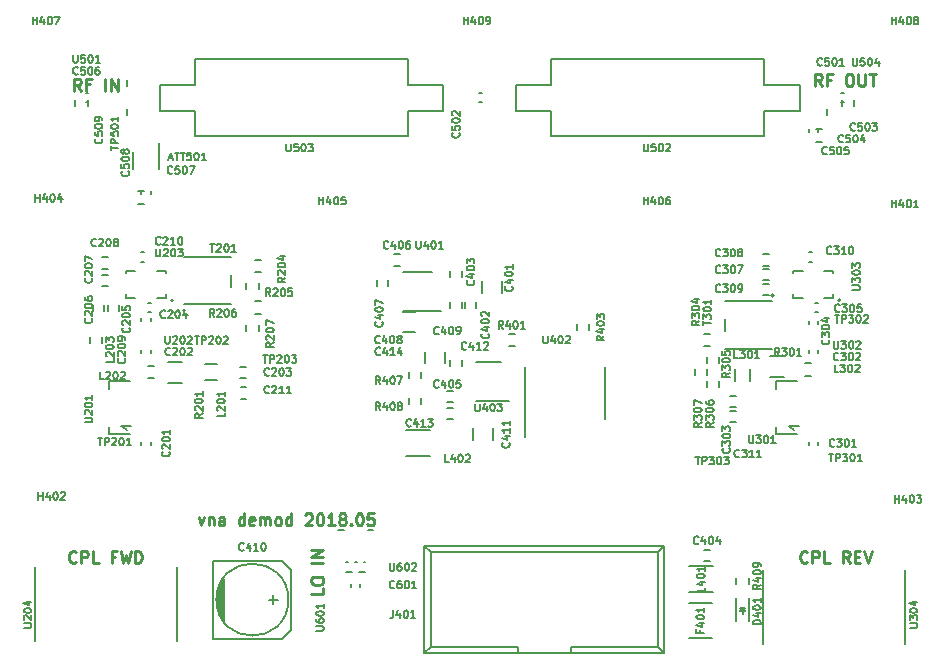
<source format=gbr>
G04 #@! TF.FileFunction,Legend,Top*
%FSLAX46Y46*%
G04 Gerber Fmt 4.6, Leading zero omitted, Abs format (unit mm)*
G04 Created by KiCad (PCBNEW 4.0.7) date Sun May 20 15:45:54 2018*
%MOMM*%
%LPD*%
G01*
G04 APERTURE LIST*
%ADD10C,0.100000*%
%ADD11C,0.250000*%
%ADD12C,0.150000*%
G04 APERTURE END LIST*
D10*
D11*
X132697619Y-62785714D02*
X132935714Y-63452381D01*
X133173810Y-62785714D01*
X133554762Y-62785714D02*
X133554762Y-63452381D01*
X133554762Y-62880952D02*
X133602381Y-62833333D01*
X133697619Y-62785714D01*
X133840477Y-62785714D01*
X133935715Y-62833333D01*
X133983334Y-62928571D01*
X133983334Y-63452381D01*
X134888096Y-63452381D02*
X134888096Y-62928571D01*
X134840477Y-62833333D01*
X134745239Y-62785714D01*
X134554762Y-62785714D01*
X134459524Y-62833333D01*
X134888096Y-63404762D02*
X134792858Y-63452381D01*
X134554762Y-63452381D01*
X134459524Y-63404762D01*
X134411905Y-63309524D01*
X134411905Y-63214286D01*
X134459524Y-63119048D01*
X134554762Y-63071429D01*
X134792858Y-63071429D01*
X134888096Y-63023810D01*
X136554763Y-63452381D02*
X136554763Y-62452381D01*
X136554763Y-63404762D02*
X136459525Y-63452381D01*
X136269048Y-63452381D01*
X136173810Y-63404762D01*
X136126191Y-63357143D01*
X136078572Y-63261905D01*
X136078572Y-62976190D01*
X136126191Y-62880952D01*
X136173810Y-62833333D01*
X136269048Y-62785714D01*
X136459525Y-62785714D01*
X136554763Y-62833333D01*
X137411906Y-63404762D02*
X137316668Y-63452381D01*
X137126191Y-63452381D01*
X137030953Y-63404762D01*
X136983334Y-63309524D01*
X136983334Y-62928571D01*
X137030953Y-62833333D01*
X137126191Y-62785714D01*
X137316668Y-62785714D01*
X137411906Y-62833333D01*
X137459525Y-62928571D01*
X137459525Y-63023810D01*
X136983334Y-63119048D01*
X137888096Y-63452381D02*
X137888096Y-62785714D01*
X137888096Y-62880952D02*
X137935715Y-62833333D01*
X138030953Y-62785714D01*
X138173811Y-62785714D01*
X138269049Y-62833333D01*
X138316668Y-62928571D01*
X138316668Y-63452381D01*
X138316668Y-62928571D02*
X138364287Y-62833333D01*
X138459525Y-62785714D01*
X138602382Y-62785714D01*
X138697620Y-62833333D01*
X138745239Y-62928571D01*
X138745239Y-63452381D01*
X139364286Y-63452381D02*
X139269048Y-63404762D01*
X139221429Y-63357143D01*
X139173810Y-63261905D01*
X139173810Y-62976190D01*
X139221429Y-62880952D01*
X139269048Y-62833333D01*
X139364286Y-62785714D01*
X139507144Y-62785714D01*
X139602382Y-62833333D01*
X139650001Y-62880952D01*
X139697620Y-62976190D01*
X139697620Y-63261905D01*
X139650001Y-63357143D01*
X139602382Y-63404762D01*
X139507144Y-63452381D01*
X139364286Y-63452381D01*
X140554763Y-63452381D02*
X140554763Y-62452381D01*
X140554763Y-63404762D02*
X140459525Y-63452381D01*
X140269048Y-63452381D01*
X140173810Y-63404762D01*
X140126191Y-63357143D01*
X140078572Y-63261905D01*
X140078572Y-62976190D01*
X140126191Y-62880952D01*
X140173810Y-62833333D01*
X140269048Y-62785714D01*
X140459525Y-62785714D01*
X140554763Y-62833333D01*
X141745239Y-62547619D02*
X141792858Y-62500000D01*
X141888096Y-62452381D01*
X142126192Y-62452381D01*
X142221430Y-62500000D01*
X142269049Y-62547619D01*
X142316668Y-62642857D01*
X142316668Y-62738095D01*
X142269049Y-62880952D01*
X141697620Y-63452381D01*
X142316668Y-63452381D01*
X142935715Y-62452381D02*
X143030954Y-62452381D01*
X143126192Y-62500000D01*
X143173811Y-62547619D01*
X143221430Y-62642857D01*
X143269049Y-62833333D01*
X143269049Y-63071429D01*
X143221430Y-63261905D01*
X143173811Y-63357143D01*
X143126192Y-63404762D01*
X143030954Y-63452381D01*
X142935715Y-63452381D01*
X142840477Y-63404762D01*
X142792858Y-63357143D01*
X142745239Y-63261905D01*
X142697620Y-63071429D01*
X142697620Y-62833333D01*
X142745239Y-62642857D01*
X142792858Y-62547619D01*
X142840477Y-62500000D01*
X142935715Y-62452381D01*
X144221430Y-63452381D02*
X143650001Y-63452381D01*
X143935715Y-63452381D02*
X143935715Y-62452381D01*
X143840477Y-62595238D01*
X143745239Y-62690476D01*
X143650001Y-62738095D01*
X144792858Y-62880952D02*
X144697620Y-62833333D01*
X144650001Y-62785714D01*
X144602382Y-62690476D01*
X144602382Y-62642857D01*
X144650001Y-62547619D01*
X144697620Y-62500000D01*
X144792858Y-62452381D01*
X144983335Y-62452381D01*
X145078573Y-62500000D01*
X145126192Y-62547619D01*
X145173811Y-62642857D01*
X145173811Y-62690476D01*
X145126192Y-62785714D01*
X145078573Y-62833333D01*
X144983335Y-62880952D01*
X144792858Y-62880952D01*
X144697620Y-62928571D01*
X144650001Y-62976190D01*
X144602382Y-63071429D01*
X144602382Y-63261905D01*
X144650001Y-63357143D01*
X144697620Y-63404762D01*
X144792858Y-63452381D01*
X144983335Y-63452381D01*
X145078573Y-63404762D01*
X145126192Y-63357143D01*
X145173811Y-63261905D01*
X145173811Y-63071429D01*
X145126192Y-62976190D01*
X145078573Y-62928571D01*
X144983335Y-62880952D01*
X145602382Y-63357143D02*
X145650001Y-63404762D01*
X145602382Y-63452381D01*
X145554763Y-63404762D01*
X145602382Y-63357143D01*
X145602382Y-63452381D01*
X146269048Y-62452381D02*
X146364287Y-62452381D01*
X146459525Y-62500000D01*
X146507144Y-62547619D01*
X146554763Y-62642857D01*
X146602382Y-62833333D01*
X146602382Y-63071429D01*
X146554763Y-63261905D01*
X146507144Y-63357143D01*
X146459525Y-63404762D01*
X146364287Y-63452381D01*
X146269048Y-63452381D01*
X146173810Y-63404762D01*
X146126191Y-63357143D01*
X146078572Y-63261905D01*
X146030953Y-63071429D01*
X146030953Y-62833333D01*
X146078572Y-62642857D01*
X146126191Y-62547619D01*
X146173810Y-62500000D01*
X146269048Y-62452381D01*
X147507144Y-62452381D02*
X147030953Y-62452381D01*
X146983334Y-62928571D01*
X147030953Y-62880952D01*
X147126191Y-62833333D01*
X147364287Y-62833333D01*
X147459525Y-62880952D01*
X147507144Y-62928571D01*
X147554763Y-63023810D01*
X147554763Y-63261905D01*
X147507144Y-63357143D01*
X147459525Y-63404762D01*
X147364287Y-63452381D01*
X147126191Y-63452381D01*
X147030953Y-63404762D01*
X146983334Y-63357143D01*
X143252381Y-68757142D02*
X143252381Y-69233333D01*
X142252381Y-69233333D01*
X142252381Y-68233333D02*
X142252381Y-68042856D01*
X142300000Y-67947618D01*
X142395238Y-67852380D01*
X142585714Y-67804761D01*
X142919048Y-67804761D01*
X143109524Y-67852380D01*
X143204762Y-67947618D01*
X143252381Y-68042856D01*
X143252381Y-68233333D01*
X143204762Y-68328571D01*
X143109524Y-68423809D01*
X142919048Y-68471428D01*
X142585714Y-68471428D01*
X142395238Y-68423809D01*
X142300000Y-68328571D01*
X142252381Y-68233333D01*
X143252381Y-66614285D02*
X142252381Y-66614285D01*
X143252381Y-66138095D02*
X142252381Y-66138095D01*
X143252381Y-65566666D01*
X142252381Y-65566666D01*
X122738096Y-26652381D02*
X122404762Y-26176190D01*
X122166667Y-26652381D02*
X122166667Y-25652381D01*
X122547620Y-25652381D01*
X122642858Y-25700000D01*
X122690477Y-25747619D01*
X122738096Y-25842857D01*
X122738096Y-25985714D01*
X122690477Y-26080952D01*
X122642858Y-26128571D01*
X122547620Y-26176190D01*
X122166667Y-26176190D01*
X123500001Y-26128571D02*
X123166667Y-26128571D01*
X123166667Y-26652381D02*
X123166667Y-25652381D01*
X123642858Y-25652381D01*
X124785715Y-26652381D02*
X124785715Y-25652381D01*
X125261905Y-26652381D02*
X125261905Y-25652381D01*
X125833334Y-26652381D01*
X125833334Y-25652381D01*
X185471429Y-26252381D02*
X185138095Y-25776190D01*
X184900000Y-26252381D02*
X184900000Y-25252381D01*
X185280953Y-25252381D01*
X185376191Y-25300000D01*
X185423810Y-25347619D01*
X185471429Y-25442857D01*
X185471429Y-25585714D01*
X185423810Y-25680952D01*
X185376191Y-25728571D01*
X185280953Y-25776190D01*
X184900000Y-25776190D01*
X186233334Y-25728571D02*
X185900000Y-25728571D01*
X185900000Y-26252381D02*
X185900000Y-25252381D01*
X186376191Y-25252381D01*
X187709524Y-25252381D02*
X187900001Y-25252381D01*
X187995239Y-25300000D01*
X188090477Y-25395238D01*
X188138096Y-25585714D01*
X188138096Y-25919048D01*
X188090477Y-26109524D01*
X187995239Y-26204762D01*
X187900001Y-26252381D01*
X187709524Y-26252381D01*
X187614286Y-26204762D01*
X187519048Y-26109524D01*
X187471429Y-25919048D01*
X187471429Y-25585714D01*
X187519048Y-25395238D01*
X187614286Y-25300000D01*
X187709524Y-25252381D01*
X188566667Y-25252381D02*
X188566667Y-26061905D01*
X188614286Y-26157143D01*
X188661905Y-26204762D01*
X188757143Y-26252381D01*
X188947620Y-26252381D01*
X189042858Y-26204762D01*
X189090477Y-26157143D01*
X189138096Y-26061905D01*
X189138096Y-25252381D01*
X189471429Y-25252381D02*
X190042858Y-25252381D01*
X189757143Y-26252381D02*
X189757143Y-25252381D01*
X184242857Y-66557143D02*
X184195238Y-66604762D01*
X184052381Y-66652381D01*
X183957143Y-66652381D01*
X183814285Y-66604762D01*
X183719047Y-66509524D01*
X183671428Y-66414286D01*
X183623809Y-66223810D01*
X183623809Y-66080952D01*
X183671428Y-65890476D01*
X183719047Y-65795238D01*
X183814285Y-65700000D01*
X183957143Y-65652381D01*
X184052381Y-65652381D01*
X184195238Y-65700000D01*
X184242857Y-65747619D01*
X184671428Y-66652381D02*
X184671428Y-65652381D01*
X185052381Y-65652381D01*
X185147619Y-65700000D01*
X185195238Y-65747619D01*
X185242857Y-65842857D01*
X185242857Y-65985714D01*
X185195238Y-66080952D01*
X185147619Y-66128571D01*
X185052381Y-66176190D01*
X184671428Y-66176190D01*
X186147619Y-66652381D02*
X185671428Y-66652381D01*
X185671428Y-65652381D01*
X187814286Y-66652381D02*
X187480952Y-66176190D01*
X187242857Y-66652381D02*
X187242857Y-65652381D01*
X187623810Y-65652381D01*
X187719048Y-65700000D01*
X187766667Y-65747619D01*
X187814286Y-65842857D01*
X187814286Y-65985714D01*
X187766667Y-66080952D01*
X187719048Y-66128571D01*
X187623810Y-66176190D01*
X187242857Y-66176190D01*
X188242857Y-66128571D02*
X188576191Y-66128571D01*
X188719048Y-66652381D02*
X188242857Y-66652381D01*
X188242857Y-65652381D01*
X188719048Y-65652381D01*
X189004762Y-65652381D02*
X189338095Y-66652381D01*
X189671429Y-65652381D01*
X122323810Y-66557143D02*
X122276191Y-66604762D01*
X122133334Y-66652381D01*
X122038096Y-66652381D01*
X121895238Y-66604762D01*
X121800000Y-66509524D01*
X121752381Y-66414286D01*
X121704762Y-66223810D01*
X121704762Y-66080952D01*
X121752381Y-65890476D01*
X121800000Y-65795238D01*
X121895238Y-65700000D01*
X122038096Y-65652381D01*
X122133334Y-65652381D01*
X122276191Y-65700000D01*
X122323810Y-65747619D01*
X122752381Y-66652381D02*
X122752381Y-65652381D01*
X123133334Y-65652381D01*
X123228572Y-65700000D01*
X123276191Y-65747619D01*
X123323810Y-65842857D01*
X123323810Y-65985714D01*
X123276191Y-66080952D01*
X123228572Y-66128571D01*
X123133334Y-66176190D01*
X122752381Y-66176190D01*
X124228572Y-66652381D02*
X123752381Y-66652381D01*
X123752381Y-65652381D01*
X125657144Y-66128571D02*
X125323810Y-66128571D01*
X125323810Y-66652381D02*
X125323810Y-65652381D01*
X125800001Y-65652381D01*
X126085715Y-65652381D02*
X126323810Y-66652381D01*
X126514287Y-65938095D01*
X126704763Y-66652381D01*
X126942858Y-65652381D01*
X127323810Y-66652381D02*
X127323810Y-65652381D01*
X127561905Y-65652381D01*
X127704763Y-65700000D01*
X127800001Y-65795238D01*
X127847620Y-65890476D01*
X127895239Y-66080952D01*
X127895239Y-66223810D01*
X127847620Y-66414286D01*
X127800001Y-66509524D01*
X127704763Y-66604762D01*
X127561905Y-66652381D01*
X127323810Y-66652381D01*
D12*
X126599000Y-55401060D02*
X126299280Y-55152140D01*
X126299280Y-55152140D02*
X126149420Y-55050540D01*
X126149420Y-55050540D02*
X126997780Y-55050540D01*
X125097860Y-55751580D02*
X126898720Y-55751580D01*
X125097860Y-55751580D02*
X125097860Y-55101340D01*
X125097860Y-51250700D02*
X126898720Y-51250700D01*
X125097860Y-51250700D02*
X125097860Y-51900940D01*
X131565000Y-45250000D02*
G75*
G03X131565000Y-45250000I-100000J0D01*
G01*
X135465000Y-43250000D02*
X135465000Y-42250000D01*
X131465000Y-44750000D02*
X135465000Y-44750000D01*
X131465000Y-40750000D02*
X135465000Y-40750000D01*
X181385000Y-44000000D02*
G75*
G03X181385000Y-44000000I-100000J0D01*
G01*
X177285000Y-46000000D02*
X177285000Y-47000000D01*
X181285000Y-44500000D02*
X177285000Y-44500000D01*
X181285000Y-48500000D02*
X177285000Y-48500000D01*
X130550000Y-44400000D02*
G75*
G03X130550000Y-44400000I-100000J0D01*
G01*
X129950000Y-41900000D02*
X129950000Y-42100000D01*
X129150000Y-41900000D02*
X129950000Y-41900000D01*
X126550000Y-41900000D02*
X127350000Y-41900000D01*
X126550000Y-42100000D02*
X126550000Y-41900000D01*
X126550000Y-44200000D02*
X126550000Y-43900000D01*
X127350000Y-44200000D02*
X126550000Y-44200000D01*
X129950000Y-44200000D02*
X129150000Y-44200000D01*
X129950000Y-43900000D02*
X129950000Y-44200000D01*
X130870000Y-73250000D02*
X130870000Y-67000000D01*
X118870000Y-73250000D02*
X118870000Y-67000000D01*
X183099000Y-55401060D02*
X182799280Y-55152140D01*
X182799280Y-55152140D02*
X182649420Y-55050540D01*
X182649420Y-55050540D02*
X183497780Y-55050540D01*
X181597860Y-55751580D02*
X183398720Y-55751580D01*
X181597860Y-55751580D02*
X181597860Y-55101340D01*
X181597860Y-51250700D02*
X183398720Y-51250700D01*
X181597860Y-51250700D02*
X181597860Y-51900940D01*
X187050000Y-44400000D02*
G75*
G03X187050000Y-44400000I-100000J0D01*
G01*
X186450000Y-41900000D02*
X186450000Y-42100000D01*
X185650000Y-41900000D02*
X186450000Y-41900000D01*
X183050000Y-41900000D02*
X183850000Y-41900000D01*
X183050000Y-42100000D02*
X183050000Y-41900000D01*
X183050000Y-44200000D02*
X183050000Y-43900000D01*
X183850000Y-44200000D02*
X183050000Y-44200000D01*
X186450000Y-44200000D02*
X185650000Y-44200000D01*
X186450000Y-43900000D02*
X186450000Y-44200000D01*
X192500000Y-73500000D02*
X192500000Y-67250000D01*
X180500000Y-73500000D02*
X180500000Y-67250000D01*
X129425000Y-28350000D02*
X129425000Y-26150000D01*
X132425000Y-26150000D02*
X132425000Y-24000000D01*
X129425000Y-26150000D02*
X132425000Y-26150000D01*
X129425000Y-28350000D02*
X132425000Y-28350000D01*
X132425000Y-28350000D02*
X132425000Y-30500000D01*
X150425000Y-24000000D02*
X141425000Y-24000000D01*
X150425000Y-26150000D02*
X150425000Y-24000000D01*
X153425000Y-28350000D02*
X153425000Y-26150000D01*
X150425000Y-30500000D02*
X141425000Y-30500000D01*
X150425000Y-28350000D02*
X150425000Y-30500000D01*
X150425000Y-26150000D02*
X153425000Y-26150000D01*
X153425000Y-28350000D02*
X150425000Y-28350000D01*
X132425000Y-30500000D02*
X141425000Y-30500000D01*
X141425000Y-24000000D02*
X132425000Y-24000000D01*
X145700000Y-67400000D02*
X145200000Y-67400000D01*
X145350000Y-66600000D02*
X145200000Y-66600000D01*
X146100000Y-66600000D02*
X145950000Y-66600000D01*
X146800000Y-66600000D02*
X146700000Y-66600000D01*
X146300000Y-67400000D02*
X146800000Y-67400000D01*
X127850000Y-56625000D02*
X127850000Y-56375000D01*
X128650000Y-56375000D02*
X128650000Y-56625000D01*
X127850000Y-48900000D02*
X127850000Y-48650000D01*
X128650000Y-48650000D02*
X128650000Y-48900000D01*
X136200000Y-50975000D02*
X136700000Y-50975000D01*
X136700000Y-50025000D02*
X136200000Y-50025000D01*
X128650000Y-45875000D02*
X128650000Y-46125000D01*
X127850000Y-46125000D02*
X127850000Y-45875000D01*
X124725000Y-45300000D02*
X124725000Y-44800000D01*
X123775000Y-44800000D02*
X123775000Y-45300000D01*
X125000000Y-42275000D02*
X124500000Y-42275000D01*
X124500000Y-43225000D02*
X125000000Y-43225000D01*
X125000000Y-40775000D02*
X124500000Y-40775000D01*
X124500000Y-41725000D02*
X125000000Y-41725000D01*
X125975000Y-45300000D02*
X125975000Y-44800000D01*
X125025000Y-44800000D02*
X125025000Y-45300000D01*
X184350000Y-56625000D02*
X184350000Y-56375000D01*
X185150000Y-56375000D02*
X185150000Y-56625000D01*
X184350000Y-48900000D02*
X184350000Y-48650000D01*
X185150000Y-48650000D02*
X185150000Y-48900000D01*
X178200000Y-53775000D02*
X177700000Y-53775000D01*
X177700000Y-54725000D02*
X178200000Y-54725000D01*
X185150000Y-46150000D02*
X185150000Y-46400000D01*
X184350000Y-46400000D02*
X184350000Y-46150000D01*
X181000000Y-41775000D02*
X180500000Y-41775000D01*
X180500000Y-42725000D02*
X181000000Y-42725000D01*
X181000000Y-40525000D02*
X180500000Y-40525000D01*
X180500000Y-41475000D02*
X181000000Y-41475000D01*
X180500000Y-43975000D02*
X181000000Y-43975000D01*
X181000000Y-43025000D02*
X180500000Y-43025000D01*
X156225000Y-45050000D02*
X156225000Y-44550000D01*
X155275000Y-44550000D02*
X155275000Y-45050000D01*
X154025000Y-41950000D02*
X154025000Y-42450000D01*
X154975000Y-42450000D02*
X154975000Y-41950000D01*
X176000000Y-65525000D02*
X175500000Y-65525000D01*
X175500000Y-66475000D02*
X176000000Y-66475000D01*
X153750000Y-53025000D02*
X154250000Y-53025000D01*
X154250000Y-52075000D02*
X153750000Y-52075000D01*
X149750000Y-40525000D02*
X149250000Y-40525000D01*
X149250000Y-41475000D02*
X149750000Y-41475000D01*
X147775000Y-42700000D02*
X147775000Y-43200000D01*
X148725000Y-43200000D02*
X148725000Y-42700000D01*
X154975000Y-45050000D02*
X154975000Y-44550000D01*
X154025000Y-44550000D02*
X154025000Y-45050000D01*
X187375000Y-27650000D02*
X187125000Y-27650000D01*
X187125000Y-26850000D02*
X187375000Y-26850000D01*
X156650000Y-27650000D02*
X156400000Y-27650000D01*
X156400000Y-26850000D02*
X156650000Y-26850000D01*
X185150000Y-29900000D02*
X185150000Y-30150000D01*
X184350000Y-30150000D02*
X184350000Y-29900000D01*
X123375000Y-27650000D02*
X123125000Y-27650000D01*
X123125000Y-26850000D02*
X123375000Y-26850000D01*
X128650000Y-35125000D02*
X128650000Y-35375000D01*
X127850000Y-35375000D02*
X127850000Y-35125000D01*
X145600000Y-68650000D02*
X145600000Y-68400000D01*
X146400000Y-68400000D02*
X146400000Y-68650000D01*
X174200000Y-70025000D02*
X176200000Y-70025000D01*
X176200000Y-72975000D02*
X174200000Y-72975000D01*
X151800000Y-65180000D02*
X172120000Y-65180000D01*
X152340000Y-65730000D02*
X171560000Y-65730000D01*
X151800000Y-74280000D02*
X172120000Y-74280000D01*
X152340000Y-73730000D02*
X159710000Y-73730000D01*
X164210000Y-73730000D02*
X171560000Y-73730000D01*
X159710000Y-73730000D02*
X159710000Y-74280000D01*
X164210000Y-73730000D02*
X164210000Y-74280000D01*
X151800000Y-65180000D02*
X151800000Y-74280000D01*
X152340000Y-65730000D02*
X152340000Y-73730000D01*
X172120000Y-65180000D02*
X172120000Y-74280000D01*
X171560000Y-65730000D02*
X171560000Y-73730000D01*
X151800000Y-65180000D02*
X152340000Y-65730000D01*
X172120000Y-65180000D02*
X171560000Y-65730000D01*
X151800000Y-74280000D02*
X152340000Y-73730000D01*
X172120000Y-74280000D02*
X171560000Y-73730000D01*
X128950000Y-49975000D02*
X128450000Y-49975000D01*
X128450000Y-51025000D02*
X128950000Y-51025000D01*
X124525000Y-48000000D02*
X124525000Y-47500000D01*
X123475000Y-47500000D02*
X123475000Y-48000000D01*
X184050000Y-50775000D02*
X184550000Y-50775000D01*
X184550000Y-49725000D02*
X184050000Y-49725000D01*
X174250000Y-66925000D02*
X176250000Y-66925000D01*
X176250000Y-69075000D02*
X174250000Y-69075000D01*
X138000000Y-40975000D02*
X137500000Y-40975000D01*
X137500000Y-42025000D02*
X138000000Y-42025000D01*
X137775000Y-43450000D02*
X137775000Y-42950000D01*
X136725000Y-42950000D02*
X136725000Y-43450000D01*
X137950000Y-44475000D02*
X137450000Y-44475000D01*
X137450000Y-45525000D02*
X137950000Y-45525000D01*
X137775000Y-47000000D02*
X137775000Y-46500000D01*
X136725000Y-46500000D02*
X136725000Y-47000000D01*
X175500000Y-48275000D02*
X176000000Y-48275000D01*
X176000000Y-47225000D02*
X175500000Y-47225000D01*
X176775000Y-49700000D02*
X176775000Y-49200000D01*
X175725000Y-49200000D02*
X175725000Y-49700000D01*
X176775000Y-51750000D02*
X176775000Y-51250000D01*
X175725000Y-51250000D02*
X175725000Y-51750000D01*
X175775000Y-50700000D02*
X175775000Y-50200000D01*
X174725000Y-50200000D02*
X174725000Y-50700000D01*
X159450000Y-47225000D02*
X158950000Y-47225000D01*
X158950000Y-48275000D02*
X159450000Y-48275000D01*
X165775000Y-46950000D02*
X165775000Y-46450000D01*
X164725000Y-46450000D02*
X164725000Y-46950000D01*
X127150000Y-31825000D02*
X127150000Y-33275000D01*
X129350000Y-31100000D02*
X129350000Y-33275000D01*
X152475000Y-41970000D02*
X150025000Y-41970000D01*
X153200000Y-45270000D02*
X150025000Y-45270000D01*
X167125000Y-54475000D02*
X167125000Y-50025000D01*
X160375000Y-56000000D02*
X160375000Y-50025000D01*
X183575000Y-26150000D02*
X183575000Y-28350000D01*
X180575000Y-28350000D02*
X180575000Y-30500000D01*
X183575000Y-28350000D02*
X180575000Y-28350000D01*
X183575000Y-26150000D02*
X180575000Y-26150000D01*
X180575000Y-26150000D02*
X180575000Y-24000000D01*
X162575000Y-30500000D02*
X171575000Y-30500000D01*
X162575000Y-28350000D02*
X162575000Y-30500000D01*
X159575000Y-26150000D02*
X159575000Y-28350000D01*
X162575000Y-24000000D02*
X171575000Y-24000000D01*
X162575000Y-26150000D02*
X162575000Y-24000000D01*
X162575000Y-28350000D02*
X159575000Y-28350000D01*
X159575000Y-26150000D02*
X162575000Y-26150000D01*
X180575000Y-24000000D02*
X171575000Y-24000000D01*
X171575000Y-30500000D02*
X180575000Y-30500000D01*
X128650000Y-45400000D02*
X128400000Y-45400000D01*
X128400000Y-44600000D02*
X128650000Y-44600000D01*
X136250000Y-52725000D02*
X136750000Y-52725000D01*
X136750000Y-51775000D02*
X136250000Y-51775000D01*
X185150000Y-45400000D02*
X184900000Y-45400000D01*
X184900000Y-44600000D02*
X185150000Y-44600000D01*
X178200000Y-52525000D02*
X177700000Y-52525000D01*
X177700000Y-53475000D02*
X178200000Y-53475000D01*
X134329000Y-68988000D02*
X134329000Y-70512000D01*
X134456000Y-70893000D02*
X134456000Y-68607000D01*
X134583000Y-68353000D02*
X134583000Y-71147000D01*
X134710000Y-71401000D02*
X134710000Y-68099000D01*
X134837000Y-67972000D02*
X134837000Y-71528000D01*
X133948000Y-66448000D02*
X133948000Y-73052000D01*
X133948000Y-73052000D02*
X139790000Y-73052000D01*
X139790000Y-73052000D02*
X140552000Y-72290000D01*
X140552000Y-72290000D02*
X140552000Y-67210000D01*
X140552000Y-67210000D02*
X139790000Y-66448000D01*
X139790000Y-66448000D02*
X133948000Y-66448000D01*
X139409000Y-69750000D02*
X138647000Y-69750000D01*
X139028000Y-69369000D02*
X139028000Y-70131000D01*
X140298000Y-69750000D02*
G75*
G03X140298000Y-69750000I-3048000J0D01*
G01*
X128100000Y-41150000D02*
X127850000Y-41150000D01*
X127850000Y-40350000D02*
X128100000Y-40350000D01*
X184600000Y-41150000D02*
X184350000Y-41150000D01*
X184350000Y-40350000D02*
X184600000Y-40350000D01*
X134250000Y-51175000D02*
X133250000Y-51175000D01*
X133250000Y-49825000D02*
X134250000Y-49825000D01*
X178075000Y-51250000D02*
X178075000Y-50250000D01*
X179425000Y-50250000D02*
X179425000Y-51250000D01*
X131300000Y-51375000D02*
X130100000Y-51375000D01*
X130100000Y-49625000D02*
X131300000Y-49625000D01*
X181100000Y-49125000D02*
X182300000Y-49125000D01*
X182300000Y-50875000D02*
X181100000Y-50875000D01*
X154025000Y-49500000D02*
X154025000Y-50000000D01*
X154975000Y-50000000D02*
X154975000Y-49500000D01*
X153750000Y-54475000D02*
X154250000Y-54475000D01*
X154250000Y-53525000D02*
X153750000Y-53525000D01*
X152250000Y-57575000D02*
X150250000Y-57575000D01*
X150250000Y-55425000D02*
X152250000Y-55425000D01*
X151525000Y-51000000D02*
X151525000Y-50500000D01*
X150475000Y-50500000D02*
X150475000Y-51000000D01*
X151525000Y-53200000D02*
X151525000Y-52700000D01*
X150475000Y-52700000D02*
X150475000Y-53200000D01*
X157600000Y-56250000D02*
X157600000Y-55250000D01*
X155900000Y-55250000D02*
X155900000Y-56250000D01*
X151900000Y-48750000D02*
X151900000Y-49750000D01*
X153600000Y-49750000D02*
X153600000Y-48750000D01*
X158275000Y-49600000D02*
X156225000Y-49600000D01*
X158980000Y-52900000D02*
X156225000Y-52900000D01*
X178200000Y-69649300D02*
X178200000Y-71549300D01*
X179300000Y-69649300D02*
X179300000Y-71549300D01*
X178750000Y-70549300D02*
X178750000Y-70999300D01*
X179000000Y-70499300D02*
X178500000Y-70499300D01*
X178750000Y-70499300D02*
X179000000Y-70749300D01*
X179000000Y-70749300D02*
X178500000Y-70749300D01*
X178500000Y-70749300D02*
X178750000Y-70499300D01*
X179275000Y-68450000D02*
X179275000Y-67950000D01*
X178225000Y-67950000D02*
X178225000Y-68450000D01*
X151000000Y-45400000D02*
X150000000Y-45400000D01*
X150000000Y-47100000D02*
X151000000Y-47100000D01*
X156650000Y-42750000D02*
X156650000Y-43750000D01*
X158350000Y-43750000D02*
X158350000Y-42750000D01*
X126650000Y-28250000D02*
X126650000Y-28750000D01*
X126650000Y-25750000D02*
X126650000Y-26250000D01*
X185868000Y-26250000D02*
X185868000Y-25750000D01*
X185868000Y-28750000D02*
X185868000Y-28250000D01*
X147000000Y-63850000D02*
X147500000Y-63850000D01*
X144500000Y-63850000D02*
X145000000Y-63850000D01*
X187175000Y-27450000D02*
X187175000Y-27950000D01*
X188225000Y-27950000D02*
X188225000Y-27450000D01*
X184950000Y-30975000D02*
X185450000Y-30975000D01*
X185450000Y-29925000D02*
X184950000Y-29925000D01*
X128050000Y-35175000D02*
X127550000Y-35175000D01*
X127550000Y-36225000D02*
X128050000Y-36225000D01*
X122275000Y-27450000D02*
X122275000Y-27950000D01*
X123325000Y-27950000D02*
X123325000Y-27450000D01*
X123044048Y-54714486D02*
X123570238Y-54714486D01*
X123632143Y-54683534D01*
X123663095Y-54652581D01*
X123694048Y-54590677D01*
X123694048Y-54466867D01*
X123663095Y-54404962D01*
X123632143Y-54374010D01*
X123570238Y-54343058D01*
X123044048Y-54343058D01*
X123105952Y-54064486D02*
X123075000Y-54033534D01*
X123044048Y-53971629D01*
X123044048Y-53816867D01*
X123075000Y-53754963D01*
X123105952Y-53724010D01*
X123167857Y-53693058D01*
X123229762Y-53693058D01*
X123322619Y-53724010D01*
X123694048Y-54095439D01*
X123694048Y-53693058D01*
X123044048Y-53290677D02*
X123044048Y-53228772D01*
X123075000Y-53166867D01*
X123105952Y-53135915D01*
X123167857Y-53104962D01*
X123291667Y-53074010D01*
X123446429Y-53074010D01*
X123570238Y-53104962D01*
X123632143Y-53135915D01*
X123663095Y-53166867D01*
X123694048Y-53228772D01*
X123694048Y-53290677D01*
X123663095Y-53352581D01*
X123632143Y-53383534D01*
X123570238Y-53414486D01*
X123446429Y-53445438D01*
X123291667Y-53445438D01*
X123167857Y-53414486D01*
X123105952Y-53383534D01*
X123075000Y-53352581D01*
X123044048Y-53290677D01*
X123694048Y-52454962D02*
X123694048Y-52826390D01*
X123694048Y-52640676D02*
X123044048Y-52640676D01*
X123136905Y-52702581D01*
X123198810Y-52764486D01*
X123229762Y-52826390D01*
X133685714Y-39644048D02*
X134057142Y-39644048D01*
X133871428Y-40294048D02*
X133871428Y-39644048D01*
X134242857Y-39705952D02*
X134273809Y-39675000D01*
X134335714Y-39644048D01*
X134490476Y-39644048D01*
X134552380Y-39675000D01*
X134583333Y-39705952D01*
X134614285Y-39767857D01*
X134614285Y-39829762D01*
X134583333Y-39922619D01*
X134211904Y-40294048D01*
X134614285Y-40294048D01*
X135016666Y-39644048D02*
X135078571Y-39644048D01*
X135140476Y-39675000D01*
X135171428Y-39705952D01*
X135202381Y-39767857D01*
X135233333Y-39891667D01*
X135233333Y-40046429D01*
X135202381Y-40170238D01*
X135171428Y-40232143D01*
X135140476Y-40263095D01*
X135078571Y-40294048D01*
X135016666Y-40294048D01*
X134954762Y-40263095D01*
X134923809Y-40232143D01*
X134892857Y-40170238D01*
X134861905Y-40046429D01*
X134861905Y-39891667D01*
X134892857Y-39767857D01*
X134923809Y-39705952D01*
X134954762Y-39675000D01*
X135016666Y-39644048D01*
X135852381Y-40294048D02*
X135480953Y-40294048D01*
X135666667Y-40294048D02*
X135666667Y-39644048D01*
X135604762Y-39736905D01*
X135542857Y-39798810D01*
X135480953Y-39829762D01*
X175444048Y-46514286D02*
X175444048Y-46142858D01*
X176094048Y-46328572D02*
X175444048Y-46328572D01*
X175444048Y-45988096D02*
X175444048Y-45585715D01*
X175691667Y-45802382D01*
X175691667Y-45709524D01*
X175722619Y-45647620D01*
X175753571Y-45616667D01*
X175815476Y-45585715D01*
X175970238Y-45585715D01*
X176032143Y-45616667D01*
X176063095Y-45647620D01*
X176094048Y-45709524D01*
X176094048Y-45895239D01*
X176063095Y-45957143D01*
X176032143Y-45988096D01*
X175444048Y-45183334D02*
X175444048Y-45121429D01*
X175475000Y-45059524D01*
X175505952Y-45028572D01*
X175567857Y-44997619D01*
X175691667Y-44966667D01*
X175846429Y-44966667D01*
X175970238Y-44997619D01*
X176032143Y-45028572D01*
X176063095Y-45059524D01*
X176094048Y-45121429D01*
X176094048Y-45183334D01*
X176063095Y-45245238D01*
X176032143Y-45276191D01*
X175970238Y-45307143D01*
X175846429Y-45338095D01*
X175691667Y-45338095D01*
X175567857Y-45307143D01*
X175505952Y-45276191D01*
X175475000Y-45245238D01*
X175444048Y-45183334D01*
X176094048Y-44347619D02*
X176094048Y-44719047D01*
X176094048Y-44533333D02*
X175444048Y-44533333D01*
X175536905Y-44595238D01*
X175598810Y-44657143D01*
X175629762Y-44719047D01*
X124160714Y-56044048D02*
X124532142Y-56044048D01*
X124346428Y-56694048D02*
X124346428Y-56044048D01*
X124748809Y-56694048D02*
X124748809Y-56044048D01*
X124996428Y-56044048D01*
X125058333Y-56075000D01*
X125089285Y-56105952D01*
X125120237Y-56167857D01*
X125120237Y-56260714D01*
X125089285Y-56322619D01*
X125058333Y-56353571D01*
X124996428Y-56384524D01*
X124748809Y-56384524D01*
X125367857Y-56105952D02*
X125398809Y-56075000D01*
X125460714Y-56044048D01*
X125615476Y-56044048D01*
X125677380Y-56075000D01*
X125708333Y-56105952D01*
X125739285Y-56167857D01*
X125739285Y-56229762D01*
X125708333Y-56322619D01*
X125336904Y-56694048D01*
X125739285Y-56694048D01*
X126141666Y-56044048D02*
X126203571Y-56044048D01*
X126265476Y-56075000D01*
X126296428Y-56105952D01*
X126327381Y-56167857D01*
X126358333Y-56291667D01*
X126358333Y-56446429D01*
X126327381Y-56570238D01*
X126296428Y-56632143D01*
X126265476Y-56663095D01*
X126203571Y-56694048D01*
X126141666Y-56694048D01*
X126079762Y-56663095D01*
X126048809Y-56632143D01*
X126017857Y-56570238D01*
X125986905Y-56446429D01*
X125986905Y-56291667D01*
X126017857Y-56167857D01*
X126048809Y-56105952D01*
X126079762Y-56075000D01*
X126141666Y-56044048D01*
X126977381Y-56694048D02*
X126605953Y-56694048D01*
X126791667Y-56694048D02*
X126791667Y-56044048D01*
X126729762Y-56136905D01*
X126667857Y-56198810D01*
X126605953Y-56229762D01*
X132360714Y-47444048D02*
X132732142Y-47444048D01*
X132546428Y-48094048D02*
X132546428Y-47444048D01*
X132948809Y-48094048D02*
X132948809Y-47444048D01*
X133196428Y-47444048D01*
X133258333Y-47475000D01*
X133289285Y-47505952D01*
X133320237Y-47567857D01*
X133320237Y-47660714D01*
X133289285Y-47722619D01*
X133258333Y-47753571D01*
X133196428Y-47784524D01*
X132948809Y-47784524D01*
X133567857Y-47505952D02*
X133598809Y-47475000D01*
X133660714Y-47444048D01*
X133815476Y-47444048D01*
X133877380Y-47475000D01*
X133908333Y-47505952D01*
X133939285Y-47567857D01*
X133939285Y-47629762D01*
X133908333Y-47722619D01*
X133536904Y-48094048D01*
X133939285Y-48094048D01*
X134341666Y-47444048D02*
X134403571Y-47444048D01*
X134465476Y-47475000D01*
X134496428Y-47505952D01*
X134527381Y-47567857D01*
X134558333Y-47691667D01*
X134558333Y-47846429D01*
X134527381Y-47970238D01*
X134496428Y-48032143D01*
X134465476Y-48063095D01*
X134403571Y-48094048D01*
X134341666Y-48094048D01*
X134279762Y-48063095D01*
X134248809Y-48032143D01*
X134217857Y-47970238D01*
X134186905Y-47846429D01*
X134186905Y-47691667D01*
X134217857Y-47567857D01*
X134248809Y-47505952D01*
X134279762Y-47475000D01*
X134341666Y-47444048D01*
X134805953Y-47505952D02*
X134836905Y-47475000D01*
X134898810Y-47444048D01*
X135053572Y-47444048D01*
X135115476Y-47475000D01*
X135146429Y-47505952D01*
X135177381Y-47567857D01*
X135177381Y-47629762D01*
X135146429Y-47722619D01*
X134775000Y-48094048D01*
X135177381Y-48094048D01*
X138160714Y-49044048D02*
X138532142Y-49044048D01*
X138346428Y-49694048D02*
X138346428Y-49044048D01*
X138748809Y-49694048D02*
X138748809Y-49044048D01*
X138996428Y-49044048D01*
X139058333Y-49075000D01*
X139089285Y-49105952D01*
X139120237Y-49167857D01*
X139120237Y-49260714D01*
X139089285Y-49322619D01*
X139058333Y-49353571D01*
X138996428Y-49384524D01*
X138748809Y-49384524D01*
X139367857Y-49105952D02*
X139398809Y-49075000D01*
X139460714Y-49044048D01*
X139615476Y-49044048D01*
X139677380Y-49075000D01*
X139708333Y-49105952D01*
X139739285Y-49167857D01*
X139739285Y-49229762D01*
X139708333Y-49322619D01*
X139336904Y-49694048D01*
X139739285Y-49694048D01*
X140141666Y-49044048D02*
X140203571Y-49044048D01*
X140265476Y-49075000D01*
X140296428Y-49105952D01*
X140327381Y-49167857D01*
X140358333Y-49291667D01*
X140358333Y-49446429D01*
X140327381Y-49570238D01*
X140296428Y-49632143D01*
X140265476Y-49663095D01*
X140203571Y-49694048D01*
X140141666Y-49694048D01*
X140079762Y-49663095D01*
X140048809Y-49632143D01*
X140017857Y-49570238D01*
X139986905Y-49446429D01*
X139986905Y-49291667D01*
X140017857Y-49167857D01*
X140048809Y-49105952D01*
X140079762Y-49075000D01*
X140141666Y-49044048D01*
X140575000Y-49044048D02*
X140977381Y-49044048D01*
X140760714Y-49291667D01*
X140853572Y-49291667D01*
X140915476Y-49322619D01*
X140946429Y-49353571D01*
X140977381Y-49415476D01*
X140977381Y-49570238D01*
X140946429Y-49632143D01*
X140915476Y-49663095D01*
X140853572Y-49694048D01*
X140667857Y-49694048D01*
X140605953Y-49663095D01*
X140575000Y-49632143D01*
X186050714Y-57394048D02*
X186422142Y-57394048D01*
X186236428Y-58044048D02*
X186236428Y-57394048D01*
X186638809Y-58044048D02*
X186638809Y-57394048D01*
X186886428Y-57394048D01*
X186948333Y-57425000D01*
X186979285Y-57455952D01*
X187010237Y-57517857D01*
X187010237Y-57610714D01*
X186979285Y-57672619D01*
X186948333Y-57703571D01*
X186886428Y-57734524D01*
X186638809Y-57734524D01*
X187226904Y-57394048D02*
X187629285Y-57394048D01*
X187412618Y-57641667D01*
X187505476Y-57641667D01*
X187567380Y-57672619D01*
X187598333Y-57703571D01*
X187629285Y-57765476D01*
X187629285Y-57920238D01*
X187598333Y-57982143D01*
X187567380Y-58013095D01*
X187505476Y-58044048D01*
X187319761Y-58044048D01*
X187257857Y-58013095D01*
X187226904Y-57982143D01*
X188031666Y-57394048D02*
X188093571Y-57394048D01*
X188155476Y-57425000D01*
X188186428Y-57455952D01*
X188217381Y-57517857D01*
X188248333Y-57641667D01*
X188248333Y-57796429D01*
X188217381Y-57920238D01*
X188186428Y-57982143D01*
X188155476Y-58013095D01*
X188093571Y-58044048D01*
X188031666Y-58044048D01*
X187969762Y-58013095D01*
X187938809Y-57982143D01*
X187907857Y-57920238D01*
X187876905Y-57796429D01*
X187876905Y-57641667D01*
X187907857Y-57517857D01*
X187938809Y-57455952D01*
X187969762Y-57425000D01*
X188031666Y-57394048D01*
X188867381Y-58044048D02*
X188495953Y-58044048D01*
X188681667Y-58044048D02*
X188681667Y-57394048D01*
X188619762Y-57486905D01*
X188557857Y-57548810D01*
X188495953Y-57579762D01*
X186560714Y-45644048D02*
X186932142Y-45644048D01*
X186746428Y-46294048D02*
X186746428Y-45644048D01*
X187148809Y-46294048D02*
X187148809Y-45644048D01*
X187396428Y-45644048D01*
X187458333Y-45675000D01*
X187489285Y-45705952D01*
X187520237Y-45767857D01*
X187520237Y-45860714D01*
X187489285Y-45922619D01*
X187458333Y-45953571D01*
X187396428Y-45984524D01*
X187148809Y-45984524D01*
X187736904Y-45644048D02*
X188139285Y-45644048D01*
X187922618Y-45891667D01*
X188015476Y-45891667D01*
X188077380Y-45922619D01*
X188108333Y-45953571D01*
X188139285Y-46015476D01*
X188139285Y-46170238D01*
X188108333Y-46232143D01*
X188077380Y-46263095D01*
X188015476Y-46294048D01*
X187829761Y-46294048D01*
X187767857Y-46263095D01*
X187736904Y-46232143D01*
X188541666Y-45644048D02*
X188603571Y-45644048D01*
X188665476Y-45675000D01*
X188696428Y-45705952D01*
X188727381Y-45767857D01*
X188758333Y-45891667D01*
X188758333Y-46046429D01*
X188727381Y-46170238D01*
X188696428Y-46232143D01*
X188665476Y-46263095D01*
X188603571Y-46294048D01*
X188541666Y-46294048D01*
X188479762Y-46263095D01*
X188448809Y-46232143D01*
X188417857Y-46170238D01*
X188386905Y-46046429D01*
X188386905Y-45891667D01*
X188417857Y-45767857D01*
X188448809Y-45705952D01*
X188479762Y-45675000D01*
X188541666Y-45644048D01*
X189005953Y-45705952D02*
X189036905Y-45675000D01*
X189098810Y-45644048D01*
X189253572Y-45644048D01*
X189315476Y-45675000D01*
X189346429Y-45705952D01*
X189377381Y-45767857D01*
X189377381Y-45829762D01*
X189346429Y-45922619D01*
X188975000Y-46294048D01*
X189377381Y-46294048D01*
X125244048Y-31689286D02*
X125244048Y-31317858D01*
X125894048Y-31503572D02*
X125244048Y-31503572D01*
X125894048Y-31101191D02*
X125244048Y-31101191D01*
X125244048Y-30853572D01*
X125275000Y-30791667D01*
X125305952Y-30760715D01*
X125367857Y-30729763D01*
X125460714Y-30729763D01*
X125522619Y-30760715D01*
X125553571Y-30791667D01*
X125584524Y-30853572D01*
X125584524Y-31101191D01*
X125244048Y-30141667D02*
X125244048Y-30451191D01*
X125553571Y-30482143D01*
X125522619Y-30451191D01*
X125491667Y-30389286D01*
X125491667Y-30234524D01*
X125522619Y-30172620D01*
X125553571Y-30141667D01*
X125615476Y-30110715D01*
X125770238Y-30110715D01*
X125832143Y-30141667D01*
X125863095Y-30172620D01*
X125894048Y-30234524D01*
X125894048Y-30389286D01*
X125863095Y-30451191D01*
X125832143Y-30482143D01*
X125244048Y-29708334D02*
X125244048Y-29646429D01*
X125275000Y-29584524D01*
X125305952Y-29553572D01*
X125367857Y-29522619D01*
X125491667Y-29491667D01*
X125646429Y-29491667D01*
X125770238Y-29522619D01*
X125832143Y-29553572D01*
X125863095Y-29584524D01*
X125894048Y-29646429D01*
X125894048Y-29708334D01*
X125863095Y-29770238D01*
X125832143Y-29801191D01*
X125770238Y-29832143D01*
X125646429Y-29863095D01*
X125491667Y-29863095D01*
X125367857Y-29832143D01*
X125305952Y-29801191D01*
X125275000Y-29770238D01*
X125244048Y-29708334D01*
X125894048Y-28872619D02*
X125894048Y-29244047D01*
X125894048Y-29058333D02*
X125244048Y-29058333D01*
X125336905Y-29120238D01*
X125398810Y-29182143D01*
X125429762Y-29244047D01*
X129085714Y-40044048D02*
X129085714Y-40570238D01*
X129116666Y-40632143D01*
X129147619Y-40663095D01*
X129209523Y-40694048D01*
X129333333Y-40694048D01*
X129395238Y-40663095D01*
X129426190Y-40632143D01*
X129457142Y-40570238D01*
X129457142Y-40044048D01*
X129735714Y-40105952D02*
X129766666Y-40075000D01*
X129828571Y-40044048D01*
X129983333Y-40044048D01*
X130045237Y-40075000D01*
X130076190Y-40105952D01*
X130107142Y-40167857D01*
X130107142Y-40229762D01*
X130076190Y-40322619D01*
X129704761Y-40694048D01*
X130107142Y-40694048D01*
X130509523Y-40044048D02*
X130571428Y-40044048D01*
X130633333Y-40075000D01*
X130664285Y-40105952D01*
X130695238Y-40167857D01*
X130726190Y-40291667D01*
X130726190Y-40446429D01*
X130695238Y-40570238D01*
X130664285Y-40632143D01*
X130633333Y-40663095D01*
X130571428Y-40694048D01*
X130509523Y-40694048D01*
X130447619Y-40663095D01*
X130416666Y-40632143D01*
X130385714Y-40570238D01*
X130354762Y-40446429D01*
X130354762Y-40291667D01*
X130385714Y-40167857D01*
X130416666Y-40105952D01*
X130447619Y-40075000D01*
X130509523Y-40044048D01*
X130942857Y-40044048D02*
X131345238Y-40044048D01*
X131128571Y-40291667D01*
X131221429Y-40291667D01*
X131283333Y-40322619D01*
X131314286Y-40353571D01*
X131345238Y-40415476D01*
X131345238Y-40570238D01*
X131314286Y-40632143D01*
X131283333Y-40663095D01*
X131221429Y-40694048D01*
X131035714Y-40694048D01*
X130973810Y-40663095D01*
X130942857Y-40632143D01*
X117894048Y-72114286D02*
X118420238Y-72114286D01*
X118482143Y-72083334D01*
X118513095Y-72052381D01*
X118544048Y-71990477D01*
X118544048Y-71866667D01*
X118513095Y-71804762D01*
X118482143Y-71773810D01*
X118420238Y-71742858D01*
X117894048Y-71742858D01*
X117955952Y-71464286D02*
X117925000Y-71433334D01*
X117894048Y-71371429D01*
X117894048Y-71216667D01*
X117925000Y-71154763D01*
X117955952Y-71123810D01*
X118017857Y-71092858D01*
X118079762Y-71092858D01*
X118172619Y-71123810D01*
X118544048Y-71495239D01*
X118544048Y-71092858D01*
X117894048Y-70690477D02*
X117894048Y-70628572D01*
X117925000Y-70566667D01*
X117955952Y-70535715D01*
X118017857Y-70504762D01*
X118141667Y-70473810D01*
X118296429Y-70473810D01*
X118420238Y-70504762D01*
X118482143Y-70535715D01*
X118513095Y-70566667D01*
X118544048Y-70628572D01*
X118544048Y-70690477D01*
X118513095Y-70752381D01*
X118482143Y-70783334D01*
X118420238Y-70814286D01*
X118296429Y-70845238D01*
X118141667Y-70845238D01*
X118017857Y-70814286D01*
X117955952Y-70783334D01*
X117925000Y-70752381D01*
X117894048Y-70690477D01*
X118110714Y-69916667D02*
X118544048Y-69916667D01*
X117863095Y-70071429D02*
X118327381Y-70226190D01*
X118327381Y-69823810D01*
X179285714Y-55844048D02*
X179285714Y-56370238D01*
X179316666Y-56432143D01*
X179347619Y-56463095D01*
X179409523Y-56494048D01*
X179533333Y-56494048D01*
X179595238Y-56463095D01*
X179626190Y-56432143D01*
X179657142Y-56370238D01*
X179657142Y-55844048D01*
X179904761Y-55844048D02*
X180307142Y-55844048D01*
X180090475Y-56091667D01*
X180183333Y-56091667D01*
X180245237Y-56122619D01*
X180276190Y-56153571D01*
X180307142Y-56215476D01*
X180307142Y-56370238D01*
X180276190Y-56432143D01*
X180245237Y-56463095D01*
X180183333Y-56494048D01*
X179997618Y-56494048D01*
X179935714Y-56463095D01*
X179904761Y-56432143D01*
X180709523Y-55844048D02*
X180771428Y-55844048D01*
X180833333Y-55875000D01*
X180864285Y-55905952D01*
X180895238Y-55967857D01*
X180926190Y-56091667D01*
X180926190Y-56246429D01*
X180895238Y-56370238D01*
X180864285Y-56432143D01*
X180833333Y-56463095D01*
X180771428Y-56494048D01*
X180709523Y-56494048D01*
X180647619Y-56463095D01*
X180616666Y-56432143D01*
X180585714Y-56370238D01*
X180554762Y-56246429D01*
X180554762Y-56091667D01*
X180585714Y-55967857D01*
X180616666Y-55905952D01*
X180647619Y-55875000D01*
X180709523Y-55844048D01*
X181545238Y-56494048D02*
X181173810Y-56494048D01*
X181359524Y-56494048D02*
X181359524Y-55844048D01*
X181297619Y-55936905D01*
X181235714Y-55998810D01*
X181173810Y-56029762D01*
X188044048Y-43514286D02*
X188570238Y-43514286D01*
X188632143Y-43483334D01*
X188663095Y-43452381D01*
X188694048Y-43390477D01*
X188694048Y-43266667D01*
X188663095Y-43204762D01*
X188632143Y-43173810D01*
X188570238Y-43142858D01*
X188044048Y-43142858D01*
X188044048Y-42895239D02*
X188044048Y-42492858D01*
X188291667Y-42709525D01*
X188291667Y-42616667D01*
X188322619Y-42554763D01*
X188353571Y-42523810D01*
X188415476Y-42492858D01*
X188570238Y-42492858D01*
X188632143Y-42523810D01*
X188663095Y-42554763D01*
X188694048Y-42616667D01*
X188694048Y-42802382D01*
X188663095Y-42864286D01*
X188632143Y-42895239D01*
X188044048Y-42090477D02*
X188044048Y-42028572D01*
X188075000Y-41966667D01*
X188105952Y-41935715D01*
X188167857Y-41904762D01*
X188291667Y-41873810D01*
X188446429Y-41873810D01*
X188570238Y-41904762D01*
X188632143Y-41935715D01*
X188663095Y-41966667D01*
X188694048Y-42028572D01*
X188694048Y-42090477D01*
X188663095Y-42152381D01*
X188632143Y-42183334D01*
X188570238Y-42214286D01*
X188446429Y-42245238D01*
X188291667Y-42245238D01*
X188167857Y-42214286D01*
X188105952Y-42183334D01*
X188075000Y-42152381D01*
X188044048Y-42090477D01*
X188044048Y-41657143D02*
X188044048Y-41254762D01*
X188291667Y-41471429D01*
X188291667Y-41378571D01*
X188322619Y-41316667D01*
X188353571Y-41285714D01*
X188415476Y-41254762D01*
X188570238Y-41254762D01*
X188632143Y-41285714D01*
X188663095Y-41316667D01*
X188694048Y-41378571D01*
X188694048Y-41564286D01*
X188663095Y-41626190D01*
X188632143Y-41657143D01*
X192894048Y-72114286D02*
X193420238Y-72114286D01*
X193482143Y-72083334D01*
X193513095Y-72052381D01*
X193544048Y-71990477D01*
X193544048Y-71866667D01*
X193513095Y-71804762D01*
X193482143Y-71773810D01*
X193420238Y-71742858D01*
X192894048Y-71742858D01*
X192894048Y-71495239D02*
X192894048Y-71092858D01*
X193141667Y-71309525D01*
X193141667Y-71216667D01*
X193172619Y-71154763D01*
X193203571Y-71123810D01*
X193265476Y-71092858D01*
X193420238Y-71092858D01*
X193482143Y-71123810D01*
X193513095Y-71154763D01*
X193544048Y-71216667D01*
X193544048Y-71402382D01*
X193513095Y-71464286D01*
X193482143Y-71495239D01*
X192894048Y-70690477D02*
X192894048Y-70628572D01*
X192925000Y-70566667D01*
X192955952Y-70535715D01*
X193017857Y-70504762D01*
X193141667Y-70473810D01*
X193296429Y-70473810D01*
X193420238Y-70504762D01*
X193482143Y-70535715D01*
X193513095Y-70566667D01*
X193544048Y-70628572D01*
X193544048Y-70690477D01*
X193513095Y-70752381D01*
X193482143Y-70783334D01*
X193420238Y-70814286D01*
X193296429Y-70845238D01*
X193141667Y-70845238D01*
X193017857Y-70814286D01*
X192955952Y-70783334D01*
X192925000Y-70752381D01*
X192894048Y-70690477D01*
X193110714Y-69916667D02*
X193544048Y-69916667D01*
X192863095Y-70071429D02*
X193327381Y-70226190D01*
X193327381Y-69823810D01*
X140135714Y-31144048D02*
X140135714Y-31670238D01*
X140166666Y-31732143D01*
X140197619Y-31763095D01*
X140259523Y-31794048D01*
X140383333Y-31794048D01*
X140445238Y-31763095D01*
X140476190Y-31732143D01*
X140507142Y-31670238D01*
X140507142Y-31144048D01*
X141126190Y-31144048D02*
X140816666Y-31144048D01*
X140785714Y-31453571D01*
X140816666Y-31422619D01*
X140878571Y-31391667D01*
X141033333Y-31391667D01*
X141095237Y-31422619D01*
X141126190Y-31453571D01*
X141157142Y-31515476D01*
X141157142Y-31670238D01*
X141126190Y-31732143D01*
X141095237Y-31763095D01*
X141033333Y-31794048D01*
X140878571Y-31794048D01*
X140816666Y-31763095D01*
X140785714Y-31732143D01*
X141559523Y-31144048D02*
X141621428Y-31144048D01*
X141683333Y-31175000D01*
X141714285Y-31205952D01*
X141745238Y-31267857D01*
X141776190Y-31391667D01*
X141776190Y-31546429D01*
X141745238Y-31670238D01*
X141714285Y-31732143D01*
X141683333Y-31763095D01*
X141621428Y-31794048D01*
X141559523Y-31794048D01*
X141497619Y-31763095D01*
X141466666Y-31732143D01*
X141435714Y-31670238D01*
X141404762Y-31546429D01*
X141404762Y-31391667D01*
X141435714Y-31267857D01*
X141466666Y-31205952D01*
X141497619Y-31175000D01*
X141559523Y-31144048D01*
X141992857Y-31144048D02*
X142395238Y-31144048D01*
X142178571Y-31391667D01*
X142271429Y-31391667D01*
X142333333Y-31422619D01*
X142364286Y-31453571D01*
X142395238Y-31515476D01*
X142395238Y-31670238D01*
X142364286Y-31732143D01*
X142333333Y-31763095D01*
X142271429Y-31794048D01*
X142085714Y-31794048D01*
X142023810Y-31763095D01*
X141992857Y-31732143D01*
X148885714Y-66644048D02*
X148885714Y-67170238D01*
X148916666Y-67232143D01*
X148947619Y-67263095D01*
X149009523Y-67294048D01*
X149133333Y-67294048D01*
X149195238Y-67263095D01*
X149226190Y-67232143D01*
X149257142Y-67170238D01*
X149257142Y-66644048D01*
X149845237Y-66644048D02*
X149721428Y-66644048D01*
X149659523Y-66675000D01*
X149628571Y-66705952D01*
X149566666Y-66798810D01*
X149535714Y-66922619D01*
X149535714Y-67170238D01*
X149566666Y-67232143D01*
X149597618Y-67263095D01*
X149659523Y-67294048D01*
X149783333Y-67294048D01*
X149845237Y-67263095D01*
X149876190Y-67232143D01*
X149907142Y-67170238D01*
X149907142Y-67015476D01*
X149876190Y-66953571D01*
X149845237Y-66922619D01*
X149783333Y-66891667D01*
X149659523Y-66891667D01*
X149597618Y-66922619D01*
X149566666Y-66953571D01*
X149535714Y-67015476D01*
X150309523Y-66644048D02*
X150371428Y-66644048D01*
X150433333Y-66675000D01*
X150464285Y-66705952D01*
X150495238Y-66767857D01*
X150526190Y-66891667D01*
X150526190Y-67046429D01*
X150495238Y-67170238D01*
X150464285Y-67232143D01*
X150433333Y-67263095D01*
X150371428Y-67294048D01*
X150309523Y-67294048D01*
X150247619Y-67263095D01*
X150216666Y-67232143D01*
X150185714Y-67170238D01*
X150154762Y-67046429D01*
X150154762Y-66891667D01*
X150185714Y-66767857D01*
X150216666Y-66705952D01*
X150247619Y-66675000D01*
X150309523Y-66644048D01*
X150773810Y-66705952D02*
X150804762Y-66675000D01*
X150866667Y-66644048D01*
X151021429Y-66644048D01*
X151083333Y-66675000D01*
X151114286Y-66705952D01*
X151145238Y-66767857D01*
X151145238Y-66829762D01*
X151114286Y-66922619D01*
X150742857Y-67294048D01*
X151145238Y-67294048D01*
X130182143Y-57227382D02*
X130213095Y-57258334D01*
X130244048Y-57351191D01*
X130244048Y-57413096D01*
X130213095Y-57505953D01*
X130151190Y-57567858D01*
X130089286Y-57598810D01*
X129965476Y-57629762D01*
X129872619Y-57629762D01*
X129748810Y-57598810D01*
X129686905Y-57567858D01*
X129625000Y-57505953D01*
X129594048Y-57413096D01*
X129594048Y-57351191D01*
X129625000Y-57258334D01*
X129655952Y-57227382D01*
X129655952Y-56979762D02*
X129625000Y-56948810D01*
X129594048Y-56886905D01*
X129594048Y-56732143D01*
X129625000Y-56670239D01*
X129655952Y-56639286D01*
X129717857Y-56608334D01*
X129779762Y-56608334D01*
X129872619Y-56639286D01*
X130244048Y-57010715D01*
X130244048Y-56608334D01*
X129594048Y-56205953D02*
X129594048Y-56144048D01*
X129625000Y-56082143D01*
X129655952Y-56051191D01*
X129717857Y-56020238D01*
X129841667Y-55989286D01*
X129996429Y-55989286D01*
X130120238Y-56020238D01*
X130182143Y-56051191D01*
X130213095Y-56082143D01*
X130244048Y-56144048D01*
X130244048Y-56205953D01*
X130213095Y-56267857D01*
X130182143Y-56298810D01*
X130120238Y-56329762D01*
X129996429Y-56360714D01*
X129841667Y-56360714D01*
X129717857Y-56329762D01*
X129655952Y-56298810D01*
X129625000Y-56267857D01*
X129594048Y-56205953D01*
X130244048Y-55370238D02*
X130244048Y-55741666D01*
X130244048Y-55555952D02*
X129594048Y-55555952D01*
X129686905Y-55617857D01*
X129748810Y-55679762D01*
X129779762Y-55741666D01*
X130272618Y-49007143D02*
X130241666Y-49038095D01*
X130148809Y-49069048D01*
X130086904Y-49069048D01*
X129994047Y-49038095D01*
X129932142Y-48976190D01*
X129901190Y-48914286D01*
X129870238Y-48790476D01*
X129870238Y-48697619D01*
X129901190Y-48573810D01*
X129932142Y-48511905D01*
X129994047Y-48450000D01*
X130086904Y-48419048D01*
X130148809Y-48419048D01*
X130241666Y-48450000D01*
X130272618Y-48480952D01*
X130520238Y-48480952D02*
X130551190Y-48450000D01*
X130613095Y-48419048D01*
X130767857Y-48419048D01*
X130829761Y-48450000D01*
X130860714Y-48480952D01*
X130891666Y-48542857D01*
X130891666Y-48604762D01*
X130860714Y-48697619D01*
X130489285Y-49069048D01*
X130891666Y-49069048D01*
X131294047Y-48419048D02*
X131355952Y-48419048D01*
X131417857Y-48450000D01*
X131448809Y-48480952D01*
X131479762Y-48542857D01*
X131510714Y-48666667D01*
X131510714Y-48821429D01*
X131479762Y-48945238D01*
X131448809Y-49007143D01*
X131417857Y-49038095D01*
X131355952Y-49069048D01*
X131294047Y-49069048D01*
X131232143Y-49038095D01*
X131201190Y-49007143D01*
X131170238Y-48945238D01*
X131139286Y-48821429D01*
X131139286Y-48666667D01*
X131170238Y-48542857D01*
X131201190Y-48480952D01*
X131232143Y-48450000D01*
X131294047Y-48419048D01*
X131758334Y-48480952D02*
X131789286Y-48450000D01*
X131851191Y-48419048D01*
X132005953Y-48419048D01*
X132067857Y-48450000D01*
X132098810Y-48480952D01*
X132129762Y-48542857D01*
X132129762Y-48604762D01*
X132098810Y-48697619D01*
X131727381Y-49069048D01*
X132129762Y-49069048D01*
X138672618Y-50732143D02*
X138641666Y-50763095D01*
X138548809Y-50794048D01*
X138486904Y-50794048D01*
X138394047Y-50763095D01*
X138332142Y-50701190D01*
X138301190Y-50639286D01*
X138270238Y-50515476D01*
X138270238Y-50422619D01*
X138301190Y-50298810D01*
X138332142Y-50236905D01*
X138394047Y-50175000D01*
X138486904Y-50144048D01*
X138548809Y-50144048D01*
X138641666Y-50175000D01*
X138672618Y-50205952D01*
X138920238Y-50205952D02*
X138951190Y-50175000D01*
X139013095Y-50144048D01*
X139167857Y-50144048D01*
X139229761Y-50175000D01*
X139260714Y-50205952D01*
X139291666Y-50267857D01*
X139291666Y-50329762D01*
X139260714Y-50422619D01*
X138889285Y-50794048D01*
X139291666Y-50794048D01*
X139694047Y-50144048D02*
X139755952Y-50144048D01*
X139817857Y-50175000D01*
X139848809Y-50205952D01*
X139879762Y-50267857D01*
X139910714Y-50391667D01*
X139910714Y-50546429D01*
X139879762Y-50670238D01*
X139848809Y-50732143D01*
X139817857Y-50763095D01*
X139755952Y-50794048D01*
X139694047Y-50794048D01*
X139632143Y-50763095D01*
X139601190Y-50732143D01*
X139570238Y-50670238D01*
X139539286Y-50546429D01*
X139539286Y-50391667D01*
X139570238Y-50267857D01*
X139601190Y-50205952D01*
X139632143Y-50175000D01*
X139694047Y-50144048D01*
X140127381Y-50144048D02*
X140529762Y-50144048D01*
X140313095Y-50391667D01*
X140405953Y-50391667D01*
X140467857Y-50422619D01*
X140498810Y-50453571D01*
X140529762Y-50515476D01*
X140529762Y-50670238D01*
X140498810Y-50732143D01*
X140467857Y-50763095D01*
X140405953Y-50794048D01*
X140220238Y-50794048D01*
X140158334Y-50763095D01*
X140127381Y-50732143D01*
X129872618Y-45832143D02*
X129841666Y-45863095D01*
X129748809Y-45894048D01*
X129686904Y-45894048D01*
X129594047Y-45863095D01*
X129532142Y-45801190D01*
X129501190Y-45739286D01*
X129470238Y-45615476D01*
X129470238Y-45522619D01*
X129501190Y-45398810D01*
X129532142Y-45336905D01*
X129594047Y-45275000D01*
X129686904Y-45244048D01*
X129748809Y-45244048D01*
X129841666Y-45275000D01*
X129872618Y-45305952D01*
X130120238Y-45305952D02*
X130151190Y-45275000D01*
X130213095Y-45244048D01*
X130367857Y-45244048D01*
X130429761Y-45275000D01*
X130460714Y-45305952D01*
X130491666Y-45367857D01*
X130491666Y-45429762D01*
X130460714Y-45522619D01*
X130089285Y-45894048D01*
X130491666Y-45894048D01*
X130894047Y-45244048D02*
X130955952Y-45244048D01*
X131017857Y-45275000D01*
X131048809Y-45305952D01*
X131079762Y-45367857D01*
X131110714Y-45491667D01*
X131110714Y-45646429D01*
X131079762Y-45770238D01*
X131048809Y-45832143D01*
X131017857Y-45863095D01*
X130955952Y-45894048D01*
X130894047Y-45894048D01*
X130832143Y-45863095D01*
X130801190Y-45832143D01*
X130770238Y-45770238D01*
X130739286Y-45646429D01*
X130739286Y-45491667D01*
X130770238Y-45367857D01*
X130801190Y-45305952D01*
X130832143Y-45275000D01*
X130894047Y-45244048D01*
X131667857Y-45460714D02*
X131667857Y-45894048D01*
X131513095Y-45213095D02*
X131358334Y-45677381D01*
X131760714Y-45677381D01*
X123632143Y-45927382D02*
X123663095Y-45958334D01*
X123694048Y-46051191D01*
X123694048Y-46113096D01*
X123663095Y-46205953D01*
X123601190Y-46267858D01*
X123539286Y-46298810D01*
X123415476Y-46329762D01*
X123322619Y-46329762D01*
X123198810Y-46298810D01*
X123136905Y-46267858D01*
X123075000Y-46205953D01*
X123044048Y-46113096D01*
X123044048Y-46051191D01*
X123075000Y-45958334D01*
X123105952Y-45927382D01*
X123105952Y-45679762D02*
X123075000Y-45648810D01*
X123044048Y-45586905D01*
X123044048Y-45432143D01*
X123075000Y-45370239D01*
X123105952Y-45339286D01*
X123167857Y-45308334D01*
X123229762Y-45308334D01*
X123322619Y-45339286D01*
X123694048Y-45710715D01*
X123694048Y-45308334D01*
X123044048Y-44905953D02*
X123044048Y-44844048D01*
X123075000Y-44782143D01*
X123105952Y-44751191D01*
X123167857Y-44720238D01*
X123291667Y-44689286D01*
X123446429Y-44689286D01*
X123570238Y-44720238D01*
X123632143Y-44751191D01*
X123663095Y-44782143D01*
X123694048Y-44844048D01*
X123694048Y-44905953D01*
X123663095Y-44967857D01*
X123632143Y-44998810D01*
X123570238Y-45029762D01*
X123446429Y-45060714D01*
X123291667Y-45060714D01*
X123167857Y-45029762D01*
X123105952Y-44998810D01*
X123075000Y-44967857D01*
X123044048Y-44905953D01*
X123044048Y-44132143D02*
X123044048Y-44255952D01*
X123075000Y-44317857D01*
X123105952Y-44348809D01*
X123198810Y-44410714D01*
X123322619Y-44441666D01*
X123570238Y-44441666D01*
X123632143Y-44410714D01*
X123663095Y-44379762D01*
X123694048Y-44317857D01*
X123694048Y-44194047D01*
X123663095Y-44132143D01*
X123632143Y-44101190D01*
X123570238Y-44070238D01*
X123415476Y-44070238D01*
X123353571Y-44101190D01*
X123322619Y-44132143D01*
X123291667Y-44194047D01*
X123291667Y-44317857D01*
X123322619Y-44379762D01*
X123353571Y-44410714D01*
X123415476Y-44441666D01*
X123632143Y-42527382D02*
X123663095Y-42558334D01*
X123694048Y-42651191D01*
X123694048Y-42713096D01*
X123663095Y-42805953D01*
X123601190Y-42867858D01*
X123539286Y-42898810D01*
X123415476Y-42929762D01*
X123322619Y-42929762D01*
X123198810Y-42898810D01*
X123136905Y-42867858D01*
X123075000Y-42805953D01*
X123044048Y-42713096D01*
X123044048Y-42651191D01*
X123075000Y-42558334D01*
X123105952Y-42527382D01*
X123105952Y-42279762D02*
X123075000Y-42248810D01*
X123044048Y-42186905D01*
X123044048Y-42032143D01*
X123075000Y-41970239D01*
X123105952Y-41939286D01*
X123167857Y-41908334D01*
X123229762Y-41908334D01*
X123322619Y-41939286D01*
X123694048Y-42310715D01*
X123694048Y-41908334D01*
X123044048Y-41505953D02*
X123044048Y-41444048D01*
X123075000Y-41382143D01*
X123105952Y-41351191D01*
X123167857Y-41320238D01*
X123291667Y-41289286D01*
X123446429Y-41289286D01*
X123570238Y-41320238D01*
X123632143Y-41351191D01*
X123663095Y-41382143D01*
X123694048Y-41444048D01*
X123694048Y-41505953D01*
X123663095Y-41567857D01*
X123632143Y-41598810D01*
X123570238Y-41629762D01*
X123446429Y-41660714D01*
X123291667Y-41660714D01*
X123167857Y-41629762D01*
X123105952Y-41598810D01*
X123075000Y-41567857D01*
X123044048Y-41505953D01*
X123044048Y-41072619D02*
X123044048Y-40639286D01*
X123694048Y-40917857D01*
X124022618Y-39782143D02*
X123991666Y-39813095D01*
X123898809Y-39844048D01*
X123836904Y-39844048D01*
X123744047Y-39813095D01*
X123682142Y-39751190D01*
X123651190Y-39689286D01*
X123620238Y-39565476D01*
X123620238Y-39472619D01*
X123651190Y-39348810D01*
X123682142Y-39286905D01*
X123744047Y-39225000D01*
X123836904Y-39194048D01*
X123898809Y-39194048D01*
X123991666Y-39225000D01*
X124022618Y-39255952D01*
X124270238Y-39255952D02*
X124301190Y-39225000D01*
X124363095Y-39194048D01*
X124517857Y-39194048D01*
X124579761Y-39225000D01*
X124610714Y-39255952D01*
X124641666Y-39317857D01*
X124641666Y-39379762D01*
X124610714Y-39472619D01*
X124239285Y-39844048D01*
X124641666Y-39844048D01*
X125044047Y-39194048D02*
X125105952Y-39194048D01*
X125167857Y-39225000D01*
X125198809Y-39255952D01*
X125229762Y-39317857D01*
X125260714Y-39441667D01*
X125260714Y-39596429D01*
X125229762Y-39720238D01*
X125198809Y-39782143D01*
X125167857Y-39813095D01*
X125105952Y-39844048D01*
X125044047Y-39844048D01*
X124982143Y-39813095D01*
X124951190Y-39782143D01*
X124920238Y-39720238D01*
X124889286Y-39596429D01*
X124889286Y-39441667D01*
X124920238Y-39317857D01*
X124951190Y-39255952D01*
X124982143Y-39225000D01*
X125044047Y-39194048D01*
X125632143Y-39472619D02*
X125570238Y-39441667D01*
X125539286Y-39410714D01*
X125508334Y-39348810D01*
X125508334Y-39317857D01*
X125539286Y-39255952D01*
X125570238Y-39225000D01*
X125632143Y-39194048D01*
X125755953Y-39194048D01*
X125817857Y-39225000D01*
X125848810Y-39255952D01*
X125879762Y-39317857D01*
X125879762Y-39348810D01*
X125848810Y-39410714D01*
X125817857Y-39441667D01*
X125755953Y-39472619D01*
X125632143Y-39472619D01*
X125570238Y-39503571D01*
X125539286Y-39534524D01*
X125508334Y-39596429D01*
X125508334Y-39720238D01*
X125539286Y-39782143D01*
X125570238Y-39813095D01*
X125632143Y-39844048D01*
X125755953Y-39844048D01*
X125817857Y-39813095D01*
X125848810Y-39782143D01*
X125879762Y-39720238D01*
X125879762Y-39596429D01*
X125848810Y-39534524D01*
X125817857Y-39503571D01*
X125755953Y-39472619D01*
X126432143Y-49327382D02*
X126463095Y-49358334D01*
X126494048Y-49451191D01*
X126494048Y-49513096D01*
X126463095Y-49605953D01*
X126401190Y-49667858D01*
X126339286Y-49698810D01*
X126215476Y-49729762D01*
X126122619Y-49729762D01*
X125998810Y-49698810D01*
X125936905Y-49667858D01*
X125875000Y-49605953D01*
X125844048Y-49513096D01*
X125844048Y-49451191D01*
X125875000Y-49358334D01*
X125905952Y-49327382D01*
X125905952Y-49079762D02*
X125875000Y-49048810D01*
X125844048Y-48986905D01*
X125844048Y-48832143D01*
X125875000Y-48770239D01*
X125905952Y-48739286D01*
X125967857Y-48708334D01*
X126029762Y-48708334D01*
X126122619Y-48739286D01*
X126494048Y-49110715D01*
X126494048Y-48708334D01*
X125844048Y-48305953D02*
X125844048Y-48244048D01*
X125875000Y-48182143D01*
X125905952Y-48151191D01*
X125967857Y-48120238D01*
X126091667Y-48089286D01*
X126246429Y-48089286D01*
X126370238Y-48120238D01*
X126432143Y-48151191D01*
X126463095Y-48182143D01*
X126494048Y-48244048D01*
X126494048Y-48305953D01*
X126463095Y-48367857D01*
X126432143Y-48398810D01*
X126370238Y-48429762D01*
X126246429Y-48460714D01*
X126091667Y-48460714D01*
X125967857Y-48429762D01*
X125905952Y-48398810D01*
X125875000Y-48367857D01*
X125844048Y-48305953D01*
X126494048Y-47779762D02*
X126494048Y-47655952D01*
X126463095Y-47594047D01*
X126432143Y-47563095D01*
X126339286Y-47501190D01*
X126215476Y-47470238D01*
X125967857Y-47470238D01*
X125905952Y-47501190D01*
X125875000Y-47532143D01*
X125844048Y-47594047D01*
X125844048Y-47717857D01*
X125875000Y-47779762D01*
X125905952Y-47810714D01*
X125967857Y-47841666D01*
X126122619Y-47841666D01*
X126184524Y-47810714D01*
X126215476Y-47779762D01*
X126246429Y-47717857D01*
X126246429Y-47594047D01*
X126215476Y-47532143D01*
X126184524Y-47501190D01*
X126122619Y-47470238D01*
X186522618Y-56732143D02*
X186491666Y-56763095D01*
X186398809Y-56794048D01*
X186336904Y-56794048D01*
X186244047Y-56763095D01*
X186182142Y-56701190D01*
X186151190Y-56639286D01*
X186120238Y-56515476D01*
X186120238Y-56422619D01*
X186151190Y-56298810D01*
X186182142Y-56236905D01*
X186244047Y-56175000D01*
X186336904Y-56144048D01*
X186398809Y-56144048D01*
X186491666Y-56175000D01*
X186522618Y-56205952D01*
X186739285Y-56144048D02*
X187141666Y-56144048D01*
X186924999Y-56391667D01*
X187017857Y-56391667D01*
X187079761Y-56422619D01*
X187110714Y-56453571D01*
X187141666Y-56515476D01*
X187141666Y-56670238D01*
X187110714Y-56732143D01*
X187079761Y-56763095D01*
X187017857Y-56794048D01*
X186832142Y-56794048D01*
X186770238Y-56763095D01*
X186739285Y-56732143D01*
X187544047Y-56144048D02*
X187605952Y-56144048D01*
X187667857Y-56175000D01*
X187698809Y-56205952D01*
X187729762Y-56267857D01*
X187760714Y-56391667D01*
X187760714Y-56546429D01*
X187729762Y-56670238D01*
X187698809Y-56732143D01*
X187667857Y-56763095D01*
X187605952Y-56794048D01*
X187544047Y-56794048D01*
X187482143Y-56763095D01*
X187451190Y-56732143D01*
X187420238Y-56670238D01*
X187389286Y-56546429D01*
X187389286Y-56391667D01*
X187420238Y-56267857D01*
X187451190Y-56205952D01*
X187482143Y-56175000D01*
X187544047Y-56144048D01*
X188379762Y-56794048D02*
X188008334Y-56794048D01*
X188194048Y-56794048D02*
X188194048Y-56144048D01*
X188132143Y-56236905D01*
X188070238Y-56298810D01*
X188008334Y-56329762D01*
X186872618Y-49432143D02*
X186841666Y-49463095D01*
X186748809Y-49494048D01*
X186686904Y-49494048D01*
X186594047Y-49463095D01*
X186532142Y-49401190D01*
X186501190Y-49339286D01*
X186470238Y-49215476D01*
X186470238Y-49122619D01*
X186501190Y-48998810D01*
X186532142Y-48936905D01*
X186594047Y-48875000D01*
X186686904Y-48844048D01*
X186748809Y-48844048D01*
X186841666Y-48875000D01*
X186872618Y-48905952D01*
X187089285Y-48844048D02*
X187491666Y-48844048D01*
X187274999Y-49091667D01*
X187367857Y-49091667D01*
X187429761Y-49122619D01*
X187460714Y-49153571D01*
X187491666Y-49215476D01*
X187491666Y-49370238D01*
X187460714Y-49432143D01*
X187429761Y-49463095D01*
X187367857Y-49494048D01*
X187182142Y-49494048D01*
X187120238Y-49463095D01*
X187089285Y-49432143D01*
X187894047Y-48844048D02*
X187955952Y-48844048D01*
X188017857Y-48875000D01*
X188048809Y-48905952D01*
X188079762Y-48967857D01*
X188110714Y-49091667D01*
X188110714Y-49246429D01*
X188079762Y-49370238D01*
X188048809Y-49432143D01*
X188017857Y-49463095D01*
X187955952Y-49494048D01*
X187894047Y-49494048D01*
X187832143Y-49463095D01*
X187801190Y-49432143D01*
X187770238Y-49370238D01*
X187739286Y-49246429D01*
X187739286Y-49091667D01*
X187770238Y-48967857D01*
X187801190Y-48905952D01*
X187832143Y-48875000D01*
X187894047Y-48844048D01*
X188358334Y-48905952D02*
X188389286Y-48875000D01*
X188451191Y-48844048D01*
X188605953Y-48844048D01*
X188667857Y-48875000D01*
X188698810Y-48905952D01*
X188729762Y-48967857D01*
X188729762Y-49029762D01*
X188698810Y-49122619D01*
X188327381Y-49494048D01*
X188729762Y-49494048D01*
X177632143Y-56927382D02*
X177663095Y-56958334D01*
X177694048Y-57051191D01*
X177694048Y-57113096D01*
X177663095Y-57205953D01*
X177601190Y-57267858D01*
X177539286Y-57298810D01*
X177415476Y-57329762D01*
X177322619Y-57329762D01*
X177198810Y-57298810D01*
X177136905Y-57267858D01*
X177075000Y-57205953D01*
X177044048Y-57113096D01*
X177044048Y-57051191D01*
X177075000Y-56958334D01*
X177105952Y-56927382D01*
X177044048Y-56710715D02*
X177044048Y-56308334D01*
X177291667Y-56525001D01*
X177291667Y-56432143D01*
X177322619Y-56370239D01*
X177353571Y-56339286D01*
X177415476Y-56308334D01*
X177570238Y-56308334D01*
X177632143Y-56339286D01*
X177663095Y-56370239D01*
X177694048Y-56432143D01*
X177694048Y-56617858D01*
X177663095Y-56679762D01*
X177632143Y-56710715D01*
X177044048Y-55905953D02*
X177044048Y-55844048D01*
X177075000Y-55782143D01*
X177105952Y-55751191D01*
X177167857Y-55720238D01*
X177291667Y-55689286D01*
X177446429Y-55689286D01*
X177570238Y-55720238D01*
X177632143Y-55751191D01*
X177663095Y-55782143D01*
X177694048Y-55844048D01*
X177694048Y-55905953D01*
X177663095Y-55967857D01*
X177632143Y-55998810D01*
X177570238Y-56029762D01*
X177446429Y-56060714D01*
X177291667Y-56060714D01*
X177167857Y-56029762D01*
X177105952Y-55998810D01*
X177075000Y-55967857D01*
X177044048Y-55905953D01*
X177044048Y-55472619D02*
X177044048Y-55070238D01*
X177291667Y-55286905D01*
X177291667Y-55194047D01*
X177322619Y-55132143D01*
X177353571Y-55101190D01*
X177415476Y-55070238D01*
X177570238Y-55070238D01*
X177632143Y-55101190D01*
X177663095Y-55132143D01*
X177694048Y-55194047D01*
X177694048Y-55379762D01*
X177663095Y-55441666D01*
X177632143Y-55472619D01*
X186032143Y-47727382D02*
X186063095Y-47758334D01*
X186094048Y-47851191D01*
X186094048Y-47913096D01*
X186063095Y-48005953D01*
X186001190Y-48067858D01*
X185939286Y-48098810D01*
X185815476Y-48129762D01*
X185722619Y-48129762D01*
X185598810Y-48098810D01*
X185536905Y-48067858D01*
X185475000Y-48005953D01*
X185444048Y-47913096D01*
X185444048Y-47851191D01*
X185475000Y-47758334D01*
X185505952Y-47727382D01*
X185444048Y-47510715D02*
X185444048Y-47108334D01*
X185691667Y-47325001D01*
X185691667Y-47232143D01*
X185722619Y-47170239D01*
X185753571Y-47139286D01*
X185815476Y-47108334D01*
X185970238Y-47108334D01*
X186032143Y-47139286D01*
X186063095Y-47170239D01*
X186094048Y-47232143D01*
X186094048Y-47417858D01*
X186063095Y-47479762D01*
X186032143Y-47510715D01*
X185444048Y-46705953D02*
X185444048Y-46644048D01*
X185475000Y-46582143D01*
X185505952Y-46551191D01*
X185567857Y-46520238D01*
X185691667Y-46489286D01*
X185846429Y-46489286D01*
X185970238Y-46520238D01*
X186032143Y-46551191D01*
X186063095Y-46582143D01*
X186094048Y-46644048D01*
X186094048Y-46705953D01*
X186063095Y-46767857D01*
X186032143Y-46798810D01*
X185970238Y-46829762D01*
X185846429Y-46860714D01*
X185691667Y-46860714D01*
X185567857Y-46829762D01*
X185505952Y-46798810D01*
X185475000Y-46767857D01*
X185444048Y-46705953D01*
X185660714Y-45932143D02*
X186094048Y-45932143D01*
X185413095Y-46086905D02*
X185877381Y-46241666D01*
X185877381Y-45839286D01*
X176872618Y-42032143D02*
X176841666Y-42063095D01*
X176748809Y-42094048D01*
X176686904Y-42094048D01*
X176594047Y-42063095D01*
X176532142Y-42001190D01*
X176501190Y-41939286D01*
X176470238Y-41815476D01*
X176470238Y-41722619D01*
X176501190Y-41598810D01*
X176532142Y-41536905D01*
X176594047Y-41475000D01*
X176686904Y-41444048D01*
X176748809Y-41444048D01*
X176841666Y-41475000D01*
X176872618Y-41505952D01*
X177089285Y-41444048D02*
X177491666Y-41444048D01*
X177274999Y-41691667D01*
X177367857Y-41691667D01*
X177429761Y-41722619D01*
X177460714Y-41753571D01*
X177491666Y-41815476D01*
X177491666Y-41970238D01*
X177460714Y-42032143D01*
X177429761Y-42063095D01*
X177367857Y-42094048D01*
X177182142Y-42094048D01*
X177120238Y-42063095D01*
X177089285Y-42032143D01*
X177894047Y-41444048D02*
X177955952Y-41444048D01*
X178017857Y-41475000D01*
X178048809Y-41505952D01*
X178079762Y-41567857D01*
X178110714Y-41691667D01*
X178110714Y-41846429D01*
X178079762Y-41970238D01*
X178048809Y-42032143D01*
X178017857Y-42063095D01*
X177955952Y-42094048D01*
X177894047Y-42094048D01*
X177832143Y-42063095D01*
X177801190Y-42032143D01*
X177770238Y-41970238D01*
X177739286Y-41846429D01*
X177739286Y-41691667D01*
X177770238Y-41567857D01*
X177801190Y-41505952D01*
X177832143Y-41475000D01*
X177894047Y-41444048D01*
X178327381Y-41444048D02*
X178760714Y-41444048D01*
X178482143Y-42094048D01*
X176872618Y-40632143D02*
X176841666Y-40663095D01*
X176748809Y-40694048D01*
X176686904Y-40694048D01*
X176594047Y-40663095D01*
X176532142Y-40601190D01*
X176501190Y-40539286D01*
X176470238Y-40415476D01*
X176470238Y-40322619D01*
X176501190Y-40198810D01*
X176532142Y-40136905D01*
X176594047Y-40075000D01*
X176686904Y-40044048D01*
X176748809Y-40044048D01*
X176841666Y-40075000D01*
X176872618Y-40105952D01*
X177089285Y-40044048D02*
X177491666Y-40044048D01*
X177274999Y-40291667D01*
X177367857Y-40291667D01*
X177429761Y-40322619D01*
X177460714Y-40353571D01*
X177491666Y-40415476D01*
X177491666Y-40570238D01*
X177460714Y-40632143D01*
X177429761Y-40663095D01*
X177367857Y-40694048D01*
X177182142Y-40694048D01*
X177120238Y-40663095D01*
X177089285Y-40632143D01*
X177894047Y-40044048D02*
X177955952Y-40044048D01*
X178017857Y-40075000D01*
X178048809Y-40105952D01*
X178079762Y-40167857D01*
X178110714Y-40291667D01*
X178110714Y-40446429D01*
X178079762Y-40570238D01*
X178048809Y-40632143D01*
X178017857Y-40663095D01*
X177955952Y-40694048D01*
X177894047Y-40694048D01*
X177832143Y-40663095D01*
X177801190Y-40632143D01*
X177770238Y-40570238D01*
X177739286Y-40446429D01*
X177739286Y-40291667D01*
X177770238Y-40167857D01*
X177801190Y-40105952D01*
X177832143Y-40075000D01*
X177894047Y-40044048D01*
X178482143Y-40322619D02*
X178420238Y-40291667D01*
X178389286Y-40260714D01*
X178358334Y-40198810D01*
X178358334Y-40167857D01*
X178389286Y-40105952D01*
X178420238Y-40075000D01*
X178482143Y-40044048D01*
X178605953Y-40044048D01*
X178667857Y-40075000D01*
X178698810Y-40105952D01*
X178729762Y-40167857D01*
X178729762Y-40198810D01*
X178698810Y-40260714D01*
X178667857Y-40291667D01*
X178605953Y-40322619D01*
X178482143Y-40322619D01*
X178420238Y-40353571D01*
X178389286Y-40384524D01*
X178358334Y-40446429D01*
X178358334Y-40570238D01*
X178389286Y-40632143D01*
X178420238Y-40663095D01*
X178482143Y-40694048D01*
X178605953Y-40694048D01*
X178667857Y-40663095D01*
X178698810Y-40632143D01*
X178729762Y-40570238D01*
X178729762Y-40446429D01*
X178698810Y-40384524D01*
X178667857Y-40353571D01*
X178605953Y-40322619D01*
X176872618Y-43632143D02*
X176841666Y-43663095D01*
X176748809Y-43694048D01*
X176686904Y-43694048D01*
X176594047Y-43663095D01*
X176532142Y-43601190D01*
X176501190Y-43539286D01*
X176470238Y-43415476D01*
X176470238Y-43322619D01*
X176501190Y-43198810D01*
X176532142Y-43136905D01*
X176594047Y-43075000D01*
X176686904Y-43044048D01*
X176748809Y-43044048D01*
X176841666Y-43075000D01*
X176872618Y-43105952D01*
X177089285Y-43044048D02*
X177491666Y-43044048D01*
X177274999Y-43291667D01*
X177367857Y-43291667D01*
X177429761Y-43322619D01*
X177460714Y-43353571D01*
X177491666Y-43415476D01*
X177491666Y-43570238D01*
X177460714Y-43632143D01*
X177429761Y-43663095D01*
X177367857Y-43694048D01*
X177182142Y-43694048D01*
X177120238Y-43663095D01*
X177089285Y-43632143D01*
X177894047Y-43044048D02*
X177955952Y-43044048D01*
X178017857Y-43075000D01*
X178048809Y-43105952D01*
X178079762Y-43167857D01*
X178110714Y-43291667D01*
X178110714Y-43446429D01*
X178079762Y-43570238D01*
X178048809Y-43632143D01*
X178017857Y-43663095D01*
X177955952Y-43694048D01*
X177894047Y-43694048D01*
X177832143Y-43663095D01*
X177801190Y-43632143D01*
X177770238Y-43570238D01*
X177739286Y-43446429D01*
X177739286Y-43291667D01*
X177770238Y-43167857D01*
X177801190Y-43105952D01*
X177832143Y-43075000D01*
X177894047Y-43044048D01*
X178420238Y-43694048D02*
X178544048Y-43694048D01*
X178605953Y-43663095D01*
X178636905Y-43632143D01*
X178698810Y-43539286D01*
X178729762Y-43415476D01*
X178729762Y-43167857D01*
X178698810Y-43105952D01*
X178667857Y-43075000D01*
X178605953Y-43044048D01*
X178482143Y-43044048D01*
X178420238Y-43075000D01*
X178389286Y-43105952D01*
X178358334Y-43167857D01*
X178358334Y-43322619D01*
X178389286Y-43384524D01*
X178420238Y-43415476D01*
X178482143Y-43446429D01*
X178605953Y-43446429D01*
X178667857Y-43415476D01*
X178698810Y-43384524D01*
X178729762Y-43322619D01*
X157232143Y-47227382D02*
X157263095Y-47258334D01*
X157294048Y-47351191D01*
X157294048Y-47413096D01*
X157263095Y-47505953D01*
X157201190Y-47567858D01*
X157139286Y-47598810D01*
X157015476Y-47629762D01*
X156922619Y-47629762D01*
X156798810Y-47598810D01*
X156736905Y-47567858D01*
X156675000Y-47505953D01*
X156644048Y-47413096D01*
X156644048Y-47351191D01*
X156675000Y-47258334D01*
X156705952Y-47227382D01*
X156860714Y-46670239D02*
X157294048Y-46670239D01*
X156613095Y-46825001D02*
X157077381Y-46979762D01*
X157077381Y-46577382D01*
X156644048Y-46205953D02*
X156644048Y-46144048D01*
X156675000Y-46082143D01*
X156705952Y-46051191D01*
X156767857Y-46020238D01*
X156891667Y-45989286D01*
X157046429Y-45989286D01*
X157170238Y-46020238D01*
X157232143Y-46051191D01*
X157263095Y-46082143D01*
X157294048Y-46144048D01*
X157294048Y-46205953D01*
X157263095Y-46267857D01*
X157232143Y-46298810D01*
X157170238Y-46329762D01*
X157046429Y-46360714D01*
X156891667Y-46360714D01*
X156767857Y-46329762D01*
X156705952Y-46298810D01*
X156675000Y-46267857D01*
X156644048Y-46205953D01*
X156705952Y-45741666D02*
X156675000Y-45710714D01*
X156644048Y-45648809D01*
X156644048Y-45494047D01*
X156675000Y-45432143D01*
X156705952Y-45401190D01*
X156767857Y-45370238D01*
X156829762Y-45370238D01*
X156922619Y-45401190D01*
X157294048Y-45772619D01*
X157294048Y-45370238D01*
X155982143Y-42727382D02*
X156013095Y-42758334D01*
X156044048Y-42851191D01*
X156044048Y-42913096D01*
X156013095Y-43005953D01*
X155951190Y-43067858D01*
X155889286Y-43098810D01*
X155765476Y-43129762D01*
X155672619Y-43129762D01*
X155548810Y-43098810D01*
X155486905Y-43067858D01*
X155425000Y-43005953D01*
X155394048Y-42913096D01*
X155394048Y-42851191D01*
X155425000Y-42758334D01*
X155455952Y-42727382D01*
X155610714Y-42170239D02*
X156044048Y-42170239D01*
X155363095Y-42325001D02*
X155827381Y-42479762D01*
X155827381Y-42077382D01*
X155394048Y-41705953D02*
X155394048Y-41644048D01*
X155425000Y-41582143D01*
X155455952Y-41551191D01*
X155517857Y-41520238D01*
X155641667Y-41489286D01*
X155796429Y-41489286D01*
X155920238Y-41520238D01*
X155982143Y-41551191D01*
X156013095Y-41582143D01*
X156044048Y-41644048D01*
X156044048Y-41705953D01*
X156013095Y-41767857D01*
X155982143Y-41798810D01*
X155920238Y-41829762D01*
X155796429Y-41860714D01*
X155641667Y-41860714D01*
X155517857Y-41829762D01*
X155455952Y-41798810D01*
X155425000Y-41767857D01*
X155394048Y-41705953D01*
X155394048Y-41272619D02*
X155394048Y-40870238D01*
X155641667Y-41086905D01*
X155641667Y-40994047D01*
X155672619Y-40932143D01*
X155703571Y-40901190D01*
X155765476Y-40870238D01*
X155920238Y-40870238D01*
X155982143Y-40901190D01*
X156013095Y-40932143D01*
X156044048Y-40994047D01*
X156044048Y-41179762D01*
X156013095Y-41241666D01*
X155982143Y-41272619D01*
X175022618Y-64982143D02*
X174991666Y-65013095D01*
X174898809Y-65044048D01*
X174836904Y-65044048D01*
X174744047Y-65013095D01*
X174682142Y-64951190D01*
X174651190Y-64889286D01*
X174620238Y-64765476D01*
X174620238Y-64672619D01*
X174651190Y-64548810D01*
X174682142Y-64486905D01*
X174744047Y-64425000D01*
X174836904Y-64394048D01*
X174898809Y-64394048D01*
X174991666Y-64425000D01*
X175022618Y-64455952D01*
X175579761Y-64610714D02*
X175579761Y-65044048D01*
X175424999Y-64363095D02*
X175270238Y-64827381D01*
X175672618Y-64827381D01*
X176044047Y-64394048D02*
X176105952Y-64394048D01*
X176167857Y-64425000D01*
X176198809Y-64455952D01*
X176229762Y-64517857D01*
X176260714Y-64641667D01*
X176260714Y-64796429D01*
X176229762Y-64920238D01*
X176198809Y-64982143D01*
X176167857Y-65013095D01*
X176105952Y-65044048D01*
X176044047Y-65044048D01*
X175982143Y-65013095D01*
X175951190Y-64982143D01*
X175920238Y-64920238D01*
X175889286Y-64796429D01*
X175889286Y-64641667D01*
X175920238Y-64517857D01*
X175951190Y-64455952D01*
X175982143Y-64425000D01*
X176044047Y-64394048D01*
X176817857Y-64610714D02*
X176817857Y-65044048D01*
X176663095Y-64363095D02*
X176508334Y-64827381D01*
X176910714Y-64827381D01*
X153022618Y-51732143D02*
X152991666Y-51763095D01*
X152898809Y-51794048D01*
X152836904Y-51794048D01*
X152744047Y-51763095D01*
X152682142Y-51701190D01*
X152651190Y-51639286D01*
X152620238Y-51515476D01*
X152620238Y-51422619D01*
X152651190Y-51298810D01*
X152682142Y-51236905D01*
X152744047Y-51175000D01*
X152836904Y-51144048D01*
X152898809Y-51144048D01*
X152991666Y-51175000D01*
X153022618Y-51205952D01*
X153579761Y-51360714D02*
X153579761Y-51794048D01*
X153424999Y-51113095D02*
X153270238Y-51577381D01*
X153672618Y-51577381D01*
X154044047Y-51144048D02*
X154105952Y-51144048D01*
X154167857Y-51175000D01*
X154198809Y-51205952D01*
X154229762Y-51267857D01*
X154260714Y-51391667D01*
X154260714Y-51546429D01*
X154229762Y-51670238D01*
X154198809Y-51732143D01*
X154167857Y-51763095D01*
X154105952Y-51794048D01*
X154044047Y-51794048D01*
X153982143Y-51763095D01*
X153951190Y-51732143D01*
X153920238Y-51670238D01*
X153889286Y-51546429D01*
X153889286Y-51391667D01*
X153920238Y-51267857D01*
X153951190Y-51205952D01*
X153982143Y-51175000D01*
X154044047Y-51144048D01*
X154848810Y-51144048D02*
X154539286Y-51144048D01*
X154508334Y-51453571D01*
X154539286Y-51422619D01*
X154601191Y-51391667D01*
X154755953Y-51391667D01*
X154817857Y-51422619D01*
X154848810Y-51453571D01*
X154879762Y-51515476D01*
X154879762Y-51670238D01*
X154848810Y-51732143D01*
X154817857Y-51763095D01*
X154755953Y-51794048D01*
X154601191Y-51794048D01*
X154539286Y-51763095D01*
X154508334Y-51732143D01*
X148772618Y-39982143D02*
X148741666Y-40013095D01*
X148648809Y-40044048D01*
X148586904Y-40044048D01*
X148494047Y-40013095D01*
X148432142Y-39951190D01*
X148401190Y-39889286D01*
X148370238Y-39765476D01*
X148370238Y-39672619D01*
X148401190Y-39548810D01*
X148432142Y-39486905D01*
X148494047Y-39425000D01*
X148586904Y-39394048D01*
X148648809Y-39394048D01*
X148741666Y-39425000D01*
X148772618Y-39455952D01*
X149329761Y-39610714D02*
X149329761Y-40044048D01*
X149174999Y-39363095D02*
X149020238Y-39827381D01*
X149422618Y-39827381D01*
X149794047Y-39394048D02*
X149855952Y-39394048D01*
X149917857Y-39425000D01*
X149948809Y-39455952D01*
X149979762Y-39517857D01*
X150010714Y-39641667D01*
X150010714Y-39796429D01*
X149979762Y-39920238D01*
X149948809Y-39982143D01*
X149917857Y-40013095D01*
X149855952Y-40044048D01*
X149794047Y-40044048D01*
X149732143Y-40013095D01*
X149701190Y-39982143D01*
X149670238Y-39920238D01*
X149639286Y-39796429D01*
X149639286Y-39641667D01*
X149670238Y-39517857D01*
X149701190Y-39455952D01*
X149732143Y-39425000D01*
X149794047Y-39394048D01*
X150567857Y-39394048D02*
X150444048Y-39394048D01*
X150382143Y-39425000D01*
X150351191Y-39455952D01*
X150289286Y-39548810D01*
X150258334Y-39672619D01*
X150258334Y-39920238D01*
X150289286Y-39982143D01*
X150320238Y-40013095D01*
X150382143Y-40044048D01*
X150505953Y-40044048D01*
X150567857Y-40013095D01*
X150598810Y-39982143D01*
X150629762Y-39920238D01*
X150629762Y-39765476D01*
X150598810Y-39703571D01*
X150567857Y-39672619D01*
X150505953Y-39641667D01*
X150382143Y-39641667D01*
X150320238Y-39672619D01*
X150289286Y-39703571D01*
X150258334Y-39765476D01*
X148232143Y-46227382D02*
X148263095Y-46258334D01*
X148294048Y-46351191D01*
X148294048Y-46413096D01*
X148263095Y-46505953D01*
X148201190Y-46567858D01*
X148139286Y-46598810D01*
X148015476Y-46629762D01*
X147922619Y-46629762D01*
X147798810Y-46598810D01*
X147736905Y-46567858D01*
X147675000Y-46505953D01*
X147644048Y-46413096D01*
X147644048Y-46351191D01*
X147675000Y-46258334D01*
X147705952Y-46227382D01*
X147860714Y-45670239D02*
X148294048Y-45670239D01*
X147613095Y-45825001D02*
X148077381Y-45979762D01*
X148077381Y-45577382D01*
X147644048Y-45205953D02*
X147644048Y-45144048D01*
X147675000Y-45082143D01*
X147705952Y-45051191D01*
X147767857Y-45020238D01*
X147891667Y-44989286D01*
X148046429Y-44989286D01*
X148170238Y-45020238D01*
X148232143Y-45051191D01*
X148263095Y-45082143D01*
X148294048Y-45144048D01*
X148294048Y-45205953D01*
X148263095Y-45267857D01*
X148232143Y-45298810D01*
X148170238Y-45329762D01*
X148046429Y-45360714D01*
X147891667Y-45360714D01*
X147767857Y-45329762D01*
X147705952Y-45298810D01*
X147675000Y-45267857D01*
X147644048Y-45205953D01*
X147644048Y-44772619D02*
X147644048Y-44339286D01*
X148294048Y-44617857D01*
X153022618Y-47232143D02*
X152991666Y-47263095D01*
X152898809Y-47294048D01*
X152836904Y-47294048D01*
X152744047Y-47263095D01*
X152682142Y-47201190D01*
X152651190Y-47139286D01*
X152620238Y-47015476D01*
X152620238Y-46922619D01*
X152651190Y-46798810D01*
X152682142Y-46736905D01*
X152744047Y-46675000D01*
X152836904Y-46644048D01*
X152898809Y-46644048D01*
X152991666Y-46675000D01*
X153022618Y-46705952D01*
X153579761Y-46860714D02*
X153579761Y-47294048D01*
X153424999Y-46613095D02*
X153270238Y-47077381D01*
X153672618Y-47077381D01*
X154044047Y-46644048D02*
X154105952Y-46644048D01*
X154167857Y-46675000D01*
X154198809Y-46705952D01*
X154229762Y-46767857D01*
X154260714Y-46891667D01*
X154260714Y-47046429D01*
X154229762Y-47170238D01*
X154198809Y-47232143D01*
X154167857Y-47263095D01*
X154105952Y-47294048D01*
X154044047Y-47294048D01*
X153982143Y-47263095D01*
X153951190Y-47232143D01*
X153920238Y-47170238D01*
X153889286Y-47046429D01*
X153889286Y-46891667D01*
X153920238Y-46767857D01*
X153951190Y-46705952D01*
X153982143Y-46675000D01*
X154044047Y-46644048D01*
X154570238Y-47294048D02*
X154694048Y-47294048D01*
X154755953Y-47263095D01*
X154786905Y-47232143D01*
X154848810Y-47139286D01*
X154879762Y-47015476D01*
X154879762Y-46767857D01*
X154848810Y-46705952D01*
X154817857Y-46675000D01*
X154755953Y-46644048D01*
X154632143Y-46644048D01*
X154570238Y-46675000D01*
X154539286Y-46705952D01*
X154508334Y-46767857D01*
X154508334Y-46922619D01*
X154539286Y-46984524D01*
X154570238Y-47015476D01*
X154632143Y-47046429D01*
X154755953Y-47046429D01*
X154817857Y-47015476D01*
X154848810Y-46984524D01*
X154879762Y-46922619D01*
X185472618Y-24482143D02*
X185441666Y-24513095D01*
X185348809Y-24544048D01*
X185286904Y-24544048D01*
X185194047Y-24513095D01*
X185132142Y-24451190D01*
X185101190Y-24389286D01*
X185070238Y-24265476D01*
X185070238Y-24172619D01*
X185101190Y-24048810D01*
X185132142Y-23986905D01*
X185194047Y-23925000D01*
X185286904Y-23894048D01*
X185348809Y-23894048D01*
X185441666Y-23925000D01*
X185472618Y-23955952D01*
X186060714Y-23894048D02*
X185751190Y-23894048D01*
X185720238Y-24203571D01*
X185751190Y-24172619D01*
X185813095Y-24141667D01*
X185967857Y-24141667D01*
X186029761Y-24172619D01*
X186060714Y-24203571D01*
X186091666Y-24265476D01*
X186091666Y-24420238D01*
X186060714Y-24482143D01*
X186029761Y-24513095D01*
X185967857Y-24544048D01*
X185813095Y-24544048D01*
X185751190Y-24513095D01*
X185720238Y-24482143D01*
X186494047Y-23894048D02*
X186555952Y-23894048D01*
X186617857Y-23925000D01*
X186648809Y-23955952D01*
X186679762Y-24017857D01*
X186710714Y-24141667D01*
X186710714Y-24296429D01*
X186679762Y-24420238D01*
X186648809Y-24482143D01*
X186617857Y-24513095D01*
X186555952Y-24544048D01*
X186494047Y-24544048D01*
X186432143Y-24513095D01*
X186401190Y-24482143D01*
X186370238Y-24420238D01*
X186339286Y-24296429D01*
X186339286Y-24141667D01*
X186370238Y-24017857D01*
X186401190Y-23955952D01*
X186432143Y-23925000D01*
X186494047Y-23894048D01*
X187329762Y-24544048D02*
X186958334Y-24544048D01*
X187144048Y-24544048D02*
X187144048Y-23894048D01*
X187082143Y-23986905D01*
X187020238Y-24048810D01*
X186958334Y-24079762D01*
X154732143Y-30227382D02*
X154763095Y-30258334D01*
X154794048Y-30351191D01*
X154794048Y-30413096D01*
X154763095Y-30505953D01*
X154701190Y-30567858D01*
X154639286Y-30598810D01*
X154515476Y-30629762D01*
X154422619Y-30629762D01*
X154298810Y-30598810D01*
X154236905Y-30567858D01*
X154175000Y-30505953D01*
X154144048Y-30413096D01*
X154144048Y-30351191D01*
X154175000Y-30258334D01*
X154205952Y-30227382D01*
X154144048Y-29639286D02*
X154144048Y-29948810D01*
X154453571Y-29979762D01*
X154422619Y-29948810D01*
X154391667Y-29886905D01*
X154391667Y-29732143D01*
X154422619Y-29670239D01*
X154453571Y-29639286D01*
X154515476Y-29608334D01*
X154670238Y-29608334D01*
X154732143Y-29639286D01*
X154763095Y-29670239D01*
X154794048Y-29732143D01*
X154794048Y-29886905D01*
X154763095Y-29948810D01*
X154732143Y-29979762D01*
X154144048Y-29205953D02*
X154144048Y-29144048D01*
X154175000Y-29082143D01*
X154205952Y-29051191D01*
X154267857Y-29020238D01*
X154391667Y-28989286D01*
X154546429Y-28989286D01*
X154670238Y-29020238D01*
X154732143Y-29051191D01*
X154763095Y-29082143D01*
X154794048Y-29144048D01*
X154794048Y-29205953D01*
X154763095Y-29267857D01*
X154732143Y-29298810D01*
X154670238Y-29329762D01*
X154546429Y-29360714D01*
X154391667Y-29360714D01*
X154267857Y-29329762D01*
X154205952Y-29298810D01*
X154175000Y-29267857D01*
X154144048Y-29205953D01*
X154205952Y-28741666D02*
X154175000Y-28710714D01*
X154144048Y-28648809D01*
X154144048Y-28494047D01*
X154175000Y-28432143D01*
X154205952Y-28401190D01*
X154267857Y-28370238D01*
X154329762Y-28370238D01*
X154422619Y-28401190D01*
X154794048Y-28772619D01*
X154794048Y-28370238D01*
X185872618Y-31982143D02*
X185841666Y-32013095D01*
X185748809Y-32044048D01*
X185686904Y-32044048D01*
X185594047Y-32013095D01*
X185532142Y-31951190D01*
X185501190Y-31889286D01*
X185470238Y-31765476D01*
X185470238Y-31672619D01*
X185501190Y-31548810D01*
X185532142Y-31486905D01*
X185594047Y-31425000D01*
X185686904Y-31394048D01*
X185748809Y-31394048D01*
X185841666Y-31425000D01*
X185872618Y-31455952D01*
X186460714Y-31394048D02*
X186151190Y-31394048D01*
X186120238Y-31703571D01*
X186151190Y-31672619D01*
X186213095Y-31641667D01*
X186367857Y-31641667D01*
X186429761Y-31672619D01*
X186460714Y-31703571D01*
X186491666Y-31765476D01*
X186491666Y-31920238D01*
X186460714Y-31982143D01*
X186429761Y-32013095D01*
X186367857Y-32044048D01*
X186213095Y-32044048D01*
X186151190Y-32013095D01*
X186120238Y-31982143D01*
X186894047Y-31394048D02*
X186955952Y-31394048D01*
X187017857Y-31425000D01*
X187048809Y-31455952D01*
X187079762Y-31517857D01*
X187110714Y-31641667D01*
X187110714Y-31796429D01*
X187079762Y-31920238D01*
X187048809Y-31982143D01*
X187017857Y-32013095D01*
X186955952Y-32044048D01*
X186894047Y-32044048D01*
X186832143Y-32013095D01*
X186801190Y-31982143D01*
X186770238Y-31920238D01*
X186739286Y-31796429D01*
X186739286Y-31641667D01*
X186770238Y-31517857D01*
X186801190Y-31455952D01*
X186832143Y-31425000D01*
X186894047Y-31394048D01*
X187698810Y-31394048D02*
X187389286Y-31394048D01*
X187358334Y-31703571D01*
X187389286Y-31672619D01*
X187451191Y-31641667D01*
X187605953Y-31641667D01*
X187667857Y-31672619D01*
X187698810Y-31703571D01*
X187729762Y-31765476D01*
X187729762Y-31920238D01*
X187698810Y-31982143D01*
X187667857Y-32013095D01*
X187605953Y-32044048D01*
X187451191Y-32044048D01*
X187389286Y-32013095D01*
X187358334Y-31982143D01*
X122472618Y-25232143D02*
X122441666Y-25263095D01*
X122348809Y-25294048D01*
X122286904Y-25294048D01*
X122194047Y-25263095D01*
X122132142Y-25201190D01*
X122101190Y-25139286D01*
X122070238Y-25015476D01*
X122070238Y-24922619D01*
X122101190Y-24798810D01*
X122132142Y-24736905D01*
X122194047Y-24675000D01*
X122286904Y-24644048D01*
X122348809Y-24644048D01*
X122441666Y-24675000D01*
X122472618Y-24705952D01*
X123060714Y-24644048D02*
X122751190Y-24644048D01*
X122720238Y-24953571D01*
X122751190Y-24922619D01*
X122813095Y-24891667D01*
X122967857Y-24891667D01*
X123029761Y-24922619D01*
X123060714Y-24953571D01*
X123091666Y-25015476D01*
X123091666Y-25170238D01*
X123060714Y-25232143D01*
X123029761Y-25263095D01*
X122967857Y-25294048D01*
X122813095Y-25294048D01*
X122751190Y-25263095D01*
X122720238Y-25232143D01*
X123494047Y-24644048D02*
X123555952Y-24644048D01*
X123617857Y-24675000D01*
X123648809Y-24705952D01*
X123679762Y-24767857D01*
X123710714Y-24891667D01*
X123710714Y-25046429D01*
X123679762Y-25170238D01*
X123648809Y-25232143D01*
X123617857Y-25263095D01*
X123555952Y-25294048D01*
X123494047Y-25294048D01*
X123432143Y-25263095D01*
X123401190Y-25232143D01*
X123370238Y-25170238D01*
X123339286Y-25046429D01*
X123339286Y-24891667D01*
X123370238Y-24767857D01*
X123401190Y-24705952D01*
X123432143Y-24675000D01*
X123494047Y-24644048D01*
X124267857Y-24644048D02*
X124144048Y-24644048D01*
X124082143Y-24675000D01*
X124051191Y-24705952D01*
X123989286Y-24798810D01*
X123958334Y-24922619D01*
X123958334Y-25170238D01*
X123989286Y-25232143D01*
X124020238Y-25263095D01*
X124082143Y-25294048D01*
X124205953Y-25294048D01*
X124267857Y-25263095D01*
X124298810Y-25232143D01*
X124329762Y-25170238D01*
X124329762Y-25015476D01*
X124298810Y-24953571D01*
X124267857Y-24922619D01*
X124205953Y-24891667D01*
X124082143Y-24891667D01*
X124020238Y-24922619D01*
X123989286Y-24953571D01*
X123958334Y-25015476D01*
X130472618Y-33632143D02*
X130441666Y-33663095D01*
X130348809Y-33694048D01*
X130286904Y-33694048D01*
X130194047Y-33663095D01*
X130132142Y-33601190D01*
X130101190Y-33539286D01*
X130070238Y-33415476D01*
X130070238Y-33322619D01*
X130101190Y-33198810D01*
X130132142Y-33136905D01*
X130194047Y-33075000D01*
X130286904Y-33044048D01*
X130348809Y-33044048D01*
X130441666Y-33075000D01*
X130472618Y-33105952D01*
X131060714Y-33044048D02*
X130751190Y-33044048D01*
X130720238Y-33353571D01*
X130751190Y-33322619D01*
X130813095Y-33291667D01*
X130967857Y-33291667D01*
X131029761Y-33322619D01*
X131060714Y-33353571D01*
X131091666Y-33415476D01*
X131091666Y-33570238D01*
X131060714Y-33632143D01*
X131029761Y-33663095D01*
X130967857Y-33694048D01*
X130813095Y-33694048D01*
X130751190Y-33663095D01*
X130720238Y-33632143D01*
X131494047Y-33044048D02*
X131555952Y-33044048D01*
X131617857Y-33075000D01*
X131648809Y-33105952D01*
X131679762Y-33167857D01*
X131710714Y-33291667D01*
X131710714Y-33446429D01*
X131679762Y-33570238D01*
X131648809Y-33632143D01*
X131617857Y-33663095D01*
X131555952Y-33694048D01*
X131494047Y-33694048D01*
X131432143Y-33663095D01*
X131401190Y-33632143D01*
X131370238Y-33570238D01*
X131339286Y-33446429D01*
X131339286Y-33291667D01*
X131370238Y-33167857D01*
X131401190Y-33105952D01*
X131432143Y-33075000D01*
X131494047Y-33044048D01*
X131927381Y-33044048D02*
X132360714Y-33044048D01*
X132082143Y-33694048D01*
X149272618Y-68732143D02*
X149241666Y-68763095D01*
X149148809Y-68794048D01*
X149086904Y-68794048D01*
X148994047Y-68763095D01*
X148932142Y-68701190D01*
X148901190Y-68639286D01*
X148870238Y-68515476D01*
X148870238Y-68422619D01*
X148901190Y-68298810D01*
X148932142Y-68236905D01*
X148994047Y-68175000D01*
X149086904Y-68144048D01*
X149148809Y-68144048D01*
X149241666Y-68175000D01*
X149272618Y-68205952D01*
X149829761Y-68144048D02*
X149705952Y-68144048D01*
X149644047Y-68175000D01*
X149613095Y-68205952D01*
X149551190Y-68298810D01*
X149520238Y-68422619D01*
X149520238Y-68670238D01*
X149551190Y-68732143D01*
X149582142Y-68763095D01*
X149644047Y-68794048D01*
X149767857Y-68794048D01*
X149829761Y-68763095D01*
X149860714Y-68732143D01*
X149891666Y-68670238D01*
X149891666Y-68515476D01*
X149860714Y-68453571D01*
X149829761Y-68422619D01*
X149767857Y-68391667D01*
X149644047Y-68391667D01*
X149582142Y-68422619D01*
X149551190Y-68453571D01*
X149520238Y-68515476D01*
X150294047Y-68144048D02*
X150355952Y-68144048D01*
X150417857Y-68175000D01*
X150448809Y-68205952D01*
X150479762Y-68267857D01*
X150510714Y-68391667D01*
X150510714Y-68546429D01*
X150479762Y-68670238D01*
X150448809Y-68732143D01*
X150417857Y-68763095D01*
X150355952Y-68794048D01*
X150294047Y-68794048D01*
X150232143Y-68763095D01*
X150201190Y-68732143D01*
X150170238Y-68670238D01*
X150139286Y-68546429D01*
X150139286Y-68391667D01*
X150170238Y-68267857D01*
X150201190Y-68205952D01*
X150232143Y-68175000D01*
X150294047Y-68144048D01*
X151129762Y-68794048D02*
X150758334Y-68794048D01*
X150944048Y-68794048D02*
X150944048Y-68144048D01*
X150882143Y-68236905D01*
X150820238Y-68298810D01*
X150758334Y-68329762D01*
X175153571Y-72335714D02*
X175153571Y-72552381D01*
X175494048Y-72552381D02*
X174844048Y-72552381D01*
X174844048Y-72242857D01*
X175060714Y-71716667D02*
X175494048Y-71716667D01*
X174813095Y-71871429D02*
X175277381Y-72026190D01*
X175277381Y-71623810D01*
X174844048Y-71252381D02*
X174844048Y-71190476D01*
X174875000Y-71128571D01*
X174905952Y-71097619D01*
X174967857Y-71066666D01*
X175091667Y-71035714D01*
X175246429Y-71035714D01*
X175370238Y-71066666D01*
X175432143Y-71097619D01*
X175463095Y-71128571D01*
X175494048Y-71190476D01*
X175494048Y-71252381D01*
X175463095Y-71314285D01*
X175432143Y-71345238D01*
X175370238Y-71376190D01*
X175246429Y-71407142D01*
X175091667Y-71407142D01*
X174967857Y-71376190D01*
X174905952Y-71345238D01*
X174875000Y-71314285D01*
X174844048Y-71252381D01*
X175494048Y-70416666D02*
X175494048Y-70788094D01*
X175494048Y-70602380D02*
X174844048Y-70602380D01*
X174936905Y-70664285D01*
X174998810Y-70726190D01*
X175029762Y-70788094D01*
X149164285Y-70644048D02*
X149164285Y-71108333D01*
X149133333Y-71201190D01*
X149071428Y-71263095D01*
X148978571Y-71294048D01*
X148916666Y-71294048D01*
X149752380Y-70860714D02*
X149752380Y-71294048D01*
X149597618Y-70613095D02*
X149442857Y-71077381D01*
X149845237Y-71077381D01*
X150216666Y-70644048D02*
X150278571Y-70644048D01*
X150340476Y-70675000D01*
X150371428Y-70705952D01*
X150402381Y-70767857D01*
X150433333Y-70891667D01*
X150433333Y-71046429D01*
X150402381Y-71170238D01*
X150371428Y-71232143D01*
X150340476Y-71263095D01*
X150278571Y-71294048D01*
X150216666Y-71294048D01*
X150154762Y-71263095D01*
X150123809Y-71232143D01*
X150092857Y-71170238D01*
X150061905Y-71046429D01*
X150061905Y-70891667D01*
X150092857Y-70767857D01*
X150123809Y-70705952D01*
X150154762Y-70675000D01*
X150216666Y-70644048D01*
X151052381Y-71294048D02*
X150680953Y-71294048D01*
X150866667Y-71294048D02*
X150866667Y-70644048D01*
X150804762Y-70736905D01*
X150742857Y-70798810D01*
X150680953Y-70829762D01*
X124672619Y-51094048D02*
X124363095Y-51094048D01*
X124363095Y-50444048D01*
X124858333Y-50505952D02*
X124889285Y-50475000D01*
X124951190Y-50444048D01*
X125105952Y-50444048D01*
X125167856Y-50475000D01*
X125198809Y-50505952D01*
X125229761Y-50567857D01*
X125229761Y-50629762D01*
X125198809Y-50722619D01*
X124827380Y-51094048D01*
X125229761Y-51094048D01*
X125632142Y-50444048D02*
X125694047Y-50444048D01*
X125755952Y-50475000D01*
X125786904Y-50505952D01*
X125817857Y-50567857D01*
X125848809Y-50691667D01*
X125848809Y-50846429D01*
X125817857Y-50970238D01*
X125786904Y-51032143D01*
X125755952Y-51063095D01*
X125694047Y-51094048D01*
X125632142Y-51094048D01*
X125570238Y-51063095D01*
X125539285Y-51032143D01*
X125508333Y-50970238D01*
X125477381Y-50846429D01*
X125477381Y-50691667D01*
X125508333Y-50567857D01*
X125539285Y-50505952D01*
X125570238Y-50475000D01*
X125632142Y-50444048D01*
X126096429Y-50505952D02*
X126127381Y-50475000D01*
X126189286Y-50444048D01*
X126344048Y-50444048D01*
X126405952Y-50475000D01*
X126436905Y-50505952D01*
X126467857Y-50567857D01*
X126467857Y-50629762D01*
X126436905Y-50722619D01*
X126065476Y-51094048D01*
X126467857Y-51094048D01*
X125494048Y-49327381D02*
X125494048Y-49636905D01*
X124844048Y-49636905D01*
X124905952Y-49141667D02*
X124875000Y-49110715D01*
X124844048Y-49048810D01*
X124844048Y-48894048D01*
X124875000Y-48832144D01*
X124905952Y-48801191D01*
X124967857Y-48770239D01*
X125029762Y-48770239D01*
X125122619Y-48801191D01*
X125494048Y-49172620D01*
X125494048Y-48770239D01*
X124844048Y-48367858D02*
X124844048Y-48305953D01*
X124875000Y-48244048D01*
X124905952Y-48213096D01*
X124967857Y-48182143D01*
X125091667Y-48151191D01*
X125246429Y-48151191D01*
X125370238Y-48182143D01*
X125432143Y-48213096D01*
X125463095Y-48244048D01*
X125494048Y-48305953D01*
X125494048Y-48367858D01*
X125463095Y-48429762D01*
X125432143Y-48460715D01*
X125370238Y-48491667D01*
X125246429Y-48522619D01*
X125091667Y-48522619D01*
X124967857Y-48491667D01*
X124905952Y-48460715D01*
X124875000Y-48429762D01*
X124844048Y-48367858D01*
X124844048Y-47934524D02*
X124844048Y-47532143D01*
X125091667Y-47748810D01*
X125091667Y-47655952D01*
X125122619Y-47594048D01*
X125153571Y-47563095D01*
X125215476Y-47532143D01*
X125370238Y-47532143D01*
X125432143Y-47563095D01*
X125463095Y-47594048D01*
X125494048Y-47655952D01*
X125494048Y-47841667D01*
X125463095Y-47903571D01*
X125432143Y-47934524D01*
X186872619Y-50494048D02*
X186563095Y-50494048D01*
X186563095Y-49844048D01*
X187027380Y-49844048D02*
X187429761Y-49844048D01*
X187213094Y-50091667D01*
X187305952Y-50091667D01*
X187367856Y-50122619D01*
X187398809Y-50153571D01*
X187429761Y-50215476D01*
X187429761Y-50370238D01*
X187398809Y-50432143D01*
X187367856Y-50463095D01*
X187305952Y-50494048D01*
X187120237Y-50494048D01*
X187058333Y-50463095D01*
X187027380Y-50432143D01*
X187832142Y-49844048D02*
X187894047Y-49844048D01*
X187955952Y-49875000D01*
X187986904Y-49905952D01*
X188017857Y-49967857D01*
X188048809Y-50091667D01*
X188048809Y-50246429D01*
X188017857Y-50370238D01*
X187986904Y-50432143D01*
X187955952Y-50463095D01*
X187894047Y-50494048D01*
X187832142Y-50494048D01*
X187770238Y-50463095D01*
X187739285Y-50432143D01*
X187708333Y-50370238D01*
X187677381Y-50246429D01*
X187677381Y-50091667D01*
X187708333Y-49967857D01*
X187739285Y-49905952D01*
X187770238Y-49875000D01*
X187832142Y-49844048D01*
X188296429Y-49905952D02*
X188327381Y-49875000D01*
X188389286Y-49844048D01*
X188544048Y-49844048D01*
X188605952Y-49875000D01*
X188636905Y-49905952D01*
X188667857Y-49967857D01*
X188667857Y-50029762D01*
X188636905Y-50122619D01*
X188265476Y-50494048D01*
X188667857Y-50494048D01*
X175544048Y-68727381D02*
X175544048Y-69036905D01*
X174894048Y-69036905D01*
X175110714Y-68232144D02*
X175544048Y-68232144D01*
X174863095Y-68386906D02*
X175327381Y-68541667D01*
X175327381Y-68139287D01*
X174894048Y-67767858D02*
X174894048Y-67705953D01*
X174925000Y-67644048D01*
X174955952Y-67613096D01*
X175017857Y-67582143D01*
X175141667Y-67551191D01*
X175296429Y-67551191D01*
X175420238Y-67582143D01*
X175482143Y-67613096D01*
X175513095Y-67644048D01*
X175544048Y-67705953D01*
X175544048Y-67767858D01*
X175513095Y-67829762D01*
X175482143Y-67860715D01*
X175420238Y-67891667D01*
X175296429Y-67922619D01*
X175141667Y-67922619D01*
X175017857Y-67891667D01*
X174955952Y-67860715D01*
X174925000Y-67829762D01*
X174894048Y-67767858D01*
X175544048Y-66932143D02*
X175544048Y-67303571D01*
X175544048Y-67117857D02*
X174894048Y-67117857D01*
X174986905Y-67179762D01*
X175048810Y-67241667D01*
X175079762Y-67303571D01*
X140044048Y-42477382D02*
X139734524Y-42694048D01*
X140044048Y-42848810D02*
X139394048Y-42848810D01*
X139394048Y-42601191D01*
X139425000Y-42539286D01*
X139455952Y-42508334D01*
X139517857Y-42477382D01*
X139610714Y-42477382D01*
X139672619Y-42508334D01*
X139703571Y-42539286D01*
X139734524Y-42601191D01*
X139734524Y-42848810D01*
X139455952Y-42229762D02*
X139425000Y-42198810D01*
X139394048Y-42136905D01*
X139394048Y-41982143D01*
X139425000Y-41920239D01*
X139455952Y-41889286D01*
X139517857Y-41858334D01*
X139579762Y-41858334D01*
X139672619Y-41889286D01*
X140044048Y-42260715D01*
X140044048Y-41858334D01*
X139394048Y-41455953D02*
X139394048Y-41394048D01*
X139425000Y-41332143D01*
X139455952Y-41301191D01*
X139517857Y-41270238D01*
X139641667Y-41239286D01*
X139796429Y-41239286D01*
X139920238Y-41270238D01*
X139982143Y-41301191D01*
X140013095Y-41332143D01*
X140044048Y-41394048D01*
X140044048Y-41455953D01*
X140013095Y-41517857D01*
X139982143Y-41548810D01*
X139920238Y-41579762D01*
X139796429Y-41610714D01*
X139641667Y-41610714D01*
X139517857Y-41579762D01*
X139455952Y-41548810D01*
X139425000Y-41517857D01*
X139394048Y-41455953D01*
X139610714Y-40682143D02*
X140044048Y-40682143D01*
X139363095Y-40836905D02*
X139827381Y-40991666D01*
X139827381Y-40589286D01*
X138772618Y-44044048D02*
X138555952Y-43734524D01*
X138401190Y-44044048D02*
X138401190Y-43394048D01*
X138648809Y-43394048D01*
X138710714Y-43425000D01*
X138741666Y-43455952D01*
X138772618Y-43517857D01*
X138772618Y-43610714D01*
X138741666Y-43672619D01*
X138710714Y-43703571D01*
X138648809Y-43734524D01*
X138401190Y-43734524D01*
X139020238Y-43455952D02*
X139051190Y-43425000D01*
X139113095Y-43394048D01*
X139267857Y-43394048D01*
X139329761Y-43425000D01*
X139360714Y-43455952D01*
X139391666Y-43517857D01*
X139391666Y-43579762D01*
X139360714Y-43672619D01*
X138989285Y-44044048D01*
X139391666Y-44044048D01*
X139794047Y-43394048D02*
X139855952Y-43394048D01*
X139917857Y-43425000D01*
X139948809Y-43455952D01*
X139979762Y-43517857D01*
X140010714Y-43641667D01*
X140010714Y-43796429D01*
X139979762Y-43920238D01*
X139948809Y-43982143D01*
X139917857Y-44013095D01*
X139855952Y-44044048D01*
X139794047Y-44044048D01*
X139732143Y-44013095D01*
X139701190Y-43982143D01*
X139670238Y-43920238D01*
X139639286Y-43796429D01*
X139639286Y-43641667D01*
X139670238Y-43517857D01*
X139701190Y-43455952D01*
X139732143Y-43425000D01*
X139794047Y-43394048D01*
X140598810Y-43394048D02*
X140289286Y-43394048D01*
X140258334Y-43703571D01*
X140289286Y-43672619D01*
X140351191Y-43641667D01*
X140505953Y-43641667D01*
X140567857Y-43672619D01*
X140598810Y-43703571D01*
X140629762Y-43765476D01*
X140629762Y-43920238D01*
X140598810Y-43982143D01*
X140567857Y-44013095D01*
X140505953Y-44044048D01*
X140351191Y-44044048D01*
X140289286Y-44013095D01*
X140258334Y-43982143D01*
X134022618Y-45794048D02*
X133805952Y-45484524D01*
X133651190Y-45794048D02*
X133651190Y-45144048D01*
X133898809Y-45144048D01*
X133960714Y-45175000D01*
X133991666Y-45205952D01*
X134022618Y-45267857D01*
X134022618Y-45360714D01*
X133991666Y-45422619D01*
X133960714Y-45453571D01*
X133898809Y-45484524D01*
X133651190Y-45484524D01*
X134270238Y-45205952D02*
X134301190Y-45175000D01*
X134363095Y-45144048D01*
X134517857Y-45144048D01*
X134579761Y-45175000D01*
X134610714Y-45205952D01*
X134641666Y-45267857D01*
X134641666Y-45329762D01*
X134610714Y-45422619D01*
X134239285Y-45794048D01*
X134641666Y-45794048D01*
X135044047Y-45144048D02*
X135105952Y-45144048D01*
X135167857Y-45175000D01*
X135198809Y-45205952D01*
X135229762Y-45267857D01*
X135260714Y-45391667D01*
X135260714Y-45546429D01*
X135229762Y-45670238D01*
X135198809Y-45732143D01*
X135167857Y-45763095D01*
X135105952Y-45794048D01*
X135044047Y-45794048D01*
X134982143Y-45763095D01*
X134951190Y-45732143D01*
X134920238Y-45670238D01*
X134889286Y-45546429D01*
X134889286Y-45391667D01*
X134920238Y-45267857D01*
X134951190Y-45205952D01*
X134982143Y-45175000D01*
X135044047Y-45144048D01*
X135817857Y-45144048D02*
X135694048Y-45144048D01*
X135632143Y-45175000D01*
X135601191Y-45205952D01*
X135539286Y-45298810D01*
X135508334Y-45422619D01*
X135508334Y-45670238D01*
X135539286Y-45732143D01*
X135570238Y-45763095D01*
X135632143Y-45794048D01*
X135755953Y-45794048D01*
X135817857Y-45763095D01*
X135848810Y-45732143D01*
X135879762Y-45670238D01*
X135879762Y-45515476D01*
X135848810Y-45453571D01*
X135817857Y-45422619D01*
X135755953Y-45391667D01*
X135632143Y-45391667D01*
X135570238Y-45422619D01*
X135539286Y-45453571D01*
X135508334Y-45515476D01*
X139044048Y-47977382D02*
X138734524Y-48194048D01*
X139044048Y-48348810D02*
X138394048Y-48348810D01*
X138394048Y-48101191D01*
X138425000Y-48039286D01*
X138455952Y-48008334D01*
X138517857Y-47977382D01*
X138610714Y-47977382D01*
X138672619Y-48008334D01*
X138703571Y-48039286D01*
X138734524Y-48101191D01*
X138734524Y-48348810D01*
X138455952Y-47729762D02*
X138425000Y-47698810D01*
X138394048Y-47636905D01*
X138394048Y-47482143D01*
X138425000Y-47420239D01*
X138455952Y-47389286D01*
X138517857Y-47358334D01*
X138579762Y-47358334D01*
X138672619Y-47389286D01*
X139044048Y-47760715D01*
X139044048Y-47358334D01*
X138394048Y-46955953D02*
X138394048Y-46894048D01*
X138425000Y-46832143D01*
X138455952Y-46801191D01*
X138517857Y-46770238D01*
X138641667Y-46739286D01*
X138796429Y-46739286D01*
X138920238Y-46770238D01*
X138982143Y-46801191D01*
X139013095Y-46832143D01*
X139044048Y-46894048D01*
X139044048Y-46955953D01*
X139013095Y-47017857D01*
X138982143Y-47048810D01*
X138920238Y-47079762D01*
X138796429Y-47110714D01*
X138641667Y-47110714D01*
X138517857Y-47079762D01*
X138455952Y-47048810D01*
X138425000Y-47017857D01*
X138394048Y-46955953D01*
X138394048Y-46522619D02*
X138394048Y-46089286D01*
X139044048Y-46367857D01*
X175094048Y-46127382D02*
X174784524Y-46344048D01*
X175094048Y-46498810D02*
X174444048Y-46498810D01*
X174444048Y-46251191D01*
X174475000Y-46189286D01*
X174505952Y-46158334D01*
X174567857Y-46127382D01*
X174660714Y-46127382D01*
X174722619Y-46158334D01*
X174753571Y-46189286D01*
X174784524Y-46251191D01*
X174784524Y-46498810D01*
X174444048Y-45910715D02*
X174444048Y-45508334D01*
X174691667Y-45725001D01*
X174691667Y-45632143D01*
X174722619Y-45570239D01*
X174753571Y-45539286D01*
X174815476Y-45508334D01*
X174970238Y-45508334D01*
X175032143Y-45539286D01*
X175063095Y-45570239D01*
X175094048Y-45632143D01*
X175094048Y-45817858D01*
X175063095Y-45879762D01*
X175032143Y-45910715D01*
X174444048Y-45105953D02*
X174444048Y-45044048D01*
X174475000Y-44982143D01*
X174505952Y-44951191D01*
X174567857Y-44920238D01*
X174691667Y-44889286D01*
X174846429Y-44889286D01*
X174970238Y-44920238D01*
X175032143Y-44951191D01*
X175063095Y-44982143D01*
X175094048Y-45044048D01*
X175094048Y-45105953D01*
X175063095Y-45167857D01*
X175032143Y-45198810D01*
X174970238Y-45229762D01*
X174846429Y-45260714D01*
X174691667Y-45260714D01*
X174567857Y-45229762D01*
X174505952Y-45198810D01*
X174475000Y-45167857D01*
X174444048Y-45105953D01*
X174660714Y-44332143D02*
X175094048Y-44332143D01*
X174413095Y-44486905D02*
X174877381Y-44641666D01*
X174877381Y-44239286D01*
X177694048Y-50527382D02*
X177384524Y-50744048D01*
X177694048Y-50898810D02*
X177044048Y-50898810D01*
X177044048Y-50651191D01*
X177075000Y-50589286D01*
X177105952Y-50558334D01*
X177167857Y-50527382D01*
X177260714Y-50527382D01*
X177322619Y-50558334D01*
X177353571Y-50589286D01*
X177384524Y-50651191D01*
X177384524Y-50898810D01*
X177044048Y-50310715D02*
X177044048Y-49908334D01*
X177291667Y-50125001D01*
X177291667Y-50032143D01*
X177322619Y-49970239D01*
X177353571Y-49939286D01*
X177415476Y-49908334D01*
X177570238Y-49908334D01*
X177632143Y-49939286D01*
X177663095Y-49970239D01*
X177694048Y-50032143D01*
X177694048Y-50217858D01*
X177663095Y-50279762D01*
X177632143Y-50310715D01*
X177044048Y-49505953D02*
X177044048Y-49444048D01*
X177075000Y-49382143D01*
X177105952Y-49351191D01*
X177167857Y-49320238D01*
X177291667Y-49289286D01*
X177446429Y-49289286D01*
X177570238Y-49320238D01*
X177632143Y-49351191D01*
X177663095Y-49382143D01*
X177694048Y-49444048D01*
X177694048Y-49505953D01*
X177663095Y-49567857D01*
X177632143Y-49598810D01*
X177570238Y-49629762D01*
X177446429Y-49660714D01*
X177291667Y-49660714D01*
X177167857Y-49629762D01*
X177105952Y-49598810D01*
X177075000Y-49567857D01*
X177044048Y-49505953D01*
X177044048Y-48701190D02*
X177044048Y-49010714D01*
X177353571Y-49041666D01*
X177322619Y-49010714D01*
X177291667Y-48948809D01*
X177291667Y-48794047D01*
X177322619Y-48732143D01*
X177353571Y-48701190D01*
X177415476Y-48670238D01*
X177570238Y-48670238D01*
X177632143Y-48701190D01*
X177663095Y-48732143D01*
X177694048Y-48794047D01*
X177694048Y-48948809D01*
X177663095Y-49010714D01*
X177632143Y-49041666D01*
X176294048Y-54727382D02*
X175984524Y-54944048D01*
X176294048Y-55098810D02*
X175644048Y-55098810D01*
X175644048Y-54851191D01*
X175675000Y-54789286D01*
X175705952Y-54758334D01*
X175767857Y-54727382D01*
X175860714Y-54727382D01*
X175922619Y-54758334D01*
X175953571Y-54789286D01*
X175984524Y-54851191D01*
X175984524Y-55098810D01*
X175644048Y-54510715D02*
X175644048Y-54108334D01*
X175891667Y-54325001D01*
X175891667Y-54232143D01*
X175922619Y-54170239D01*
X175953571Y-54139286D01*
X176015476Y-54108334D01*
X176170238Y-54108334D01*
X176232143Y-54139286D01*
X176263095Y-54170239D01*
X176294048Y-54232143D01*
X176294048Y-54417858D01*
X176263095Y-54479762D01*
X176232143Y-54510715D01*
X175644048Y-53705953D02*
X175644048Y-53644048D01*
X175675000Y-53582143D01*
X175705952Y-53551191D01*
X175767857Y-53520238D01*
X175891667Y-53489286D01*
X176046429Y-53489286D01*
X176170238Y-53520238D01*
X176232143Y-53551191D01*
X176263095Y-53582143D01*
X176294048Y-53644048D01*
X176294048Y-53705953D01*
X176263095Y-53767857D01*
X176232143Y-53798810D01*
X176170238Y-53829762D01*
X176046429Y-53860714D01*
X175891667Y-53860714D01*
X175767857Y-53829762D01*
X175705952Y-53798810D01*
X175675000Y-53767857D01*
X175644048Y-53705953D01*
X175644048Y-52932143D02*
X175644048Y-53055952D01*
X175675000Y-53117857D01*
X175705952Y-53148809D01*
X175798810Y-53210714D01*
X175922619Y-53241666D01*
X176170238Y-53241666D01*
X176232143Y-53210714D01*
X176263095Y-53179762D01*
X176294048Y-53117857D01*
X176294048Y-52994047D01*
X176263095Y-52932143D01*
X176232143Y-52901190D01*
X176170238Y-52870238D01*
X176015476Y-52870238D01*
X175953571Y-52901190D01*
X175922619Y-52932143D01*
X175891667Y-52994047D01*
X175891667Y-53117857D01*
X175922619Y-53179762D01*
X175953571Y-53210714D01*
X176015476Y-53241666D01*
X175294048Y-54727382D02*
X174984524Y-54944048D01*
X175294048Y-55098810D02*
X174644048Y-55098810D01*
X174644048Y-54851191D01*
X174675000Y-54789286D01*
X174705952Y-54758334D01*
X174767857Y-54727382D01*
X174860714Y-54727382D01*
X174922619Y-54758334D01*
X174953571Y-54789286D01*
X174984524Y-54851191D01*
X174984524Y-55098810D01*
X174644048Y-54510715D02*
X174644048Y-54108334D01*
X174891667Y-54325001D01*
X174891667Y-54232143D01*
X174922619Y-54170239D01*
X174953571Y-54139286D01*
X175015476Y-54108334D01*
X175170238Y-54108334D01*
X175232143Y-54139286D01*
X175263095Y-54170239D01*
X175294048Y-54232143D01*
X175294048Y-54417858D01*
X175263095Y-54479762D01*
X175232143Y-54510715D01*
X174644048Y-53705953D02*
X174644048Y-53644048D01*
X174675000Y-53582143D01*
X174705952Y-53551191D01*
X174767857Y-53520238D01*
X174891667Y-53489286D01*
X175046429Y-53489286D01*
X175170238Y-53520238D01*
X175232143Y-53551191D01*
X175263095Y-53582143D01*
X175294048Y-53644048D01*
X175294048Y-53705953D01*
X175263095Y-53767857D01*
X175232143Y-53798810D01*
X175170238Y-53829762D01*
X175046429Y-53860714D01*
X174891667Y-53860714D01*
X174767857Y-53829762D01*
X174705952Y-53798810D01*
X174675000Y-53767857D01*
X174644048Y-53705953D01*
X174644048Y-53272619D02*
X174644048Y-52839286D01*
X175294048Y-53117857D01*
X158472618Y-46794048D02*
X158255952Y-46484524D01*
X158101190Y-46794048D02*
X158101190Y-46144048D01*
X158348809Y-46144048D01*
X158410714Y-46175000D01*
X158441666Y-46205952D01*
X158472618Y-46267857D01*
X158472618Y-46360714D01*
X158441666Y-46422619D01*
X158410714Y-46453571D01*
X158348809Y-46484524D01*
X158101190Y-46484524D01*
X159029761Y-46360714D02*
X159029761Y-46794048D01*
X158874999Y-46113095D02*
X158720238Y-46577381D01*
X159122618Y-46577381D01*
X159494047Y-46144048D02*
X159555952Y-46144048D01*
X159617857Y-46175000D01*
X159648809Y-46205952D01*
X159679762Y-46267857D01*
X159710714Y-46391667D01*
X159710714Y-46546429D01*
X159679762Y-46670238D01*
X159648809Y-46732143D01*
X159617857Y-46763095D01*
X159555952Y-46794048D01*
X159494047Y-46794048D01*
X159432143Y-46763095D01*
X159401190Y-46732143D01*
X159370238Y-46670238D01*
X159339286Y-46546429D01*
X159339286Y-46391667D01*
X159370238Y-46267857D01*
X159401190Y-46205952D01*
X159432143Y-46175000D01*
X159494047Y-46144048D01*
X160329762Y-46794048D02*
X159958334Y-46794048D01*
X160144048Y-46794048D02*
X160144048Y-46144048D01*
X160082143Y-46236905D01*
X160020238Y-46298810D01*
X159958334Y-46329762D01*
X167044048Y-47427382D02*
X166734524Y-47644048D01*
X167044048Y-47798810D02*
X166394048Y-47798810D01*
X166394048Y-47551191D01*
X166425000Y-47489286D01*
X166455952Y-47458334D01*
X166517857Y-47427382D01*
X166610714Y-47427382D01*
X166672619Y-47458334D01*
X166703571Y-47489286D01*
X166734524Y-47551191D01*
X166734524Y-47798810D01*
X166610714Y-46870239D02*
X167044048Y-46870239D01*
X166363095Y-47025001D02*
X166827381Y-47179762D01*
X166827381Y-46777382D01*
X166394048Y-46405953D02*
X166394048Y-46344048D01*
X166425000Y-46282143D01*
X166455952Y-46251191D01*
X166517857Y-46220238D01*
X166641667Y-46189286D01*
X166796429Y-46189286D01*
X166920238Y-46220238D01*
X166982143Y-46251191D01*
X167013095Y-46282143D01*
X167044048Y-46344048D01*
X167044048Y-46405953D01*
X167013095Y-46467857D01*
X166982143Y-46498810D01*
X166920238Y-46529762D01*
X166796429Y-46560714D01*
X166641667Y-46560714D01*
X166517857Y-46529762D01*
X166455952Y-46498810D01*
X166425000Y-46467857D01*
X166394048Y-46405953D01*
X166394048Y-45972619D02*
X166394048Y-45570238D01*
X166641667Y-45786905D01*
X166641667Y-45694047D01*
X166672619Y-45632143D01*
X166703571Y-45601190D01*
X166765476Y-45570238D01*
X166920238Y-45570238D01*
X166982143Y-45601190D01*
X167013095Y-45632143D01*
X167044048Y-45694047D01*
X167044048Y-45879762D01*
X167013095Y-45941666D01*
X166982143Y-45972619D01*
X130171429Y-32358333D02*
X130480952Y-32358333D01*
X130109524Y-32544048D02*
X130326190Y-31894048D01*
X130542857Y-32544048D01*
X130666667Y-31894048D02*
X131038095Y-31894048D01*
X130852381Y-32544048D02*
X130852381Y-31894048D01*
X131161905Y-31894048D02*
X131533333Y-31894048D01*
X131347619Y-32544048D02*
X131347619Y-31894048D01*
X132059524Y-31894048D02*
X131750000Y-31894048D01*
X131719048Y-32203571D01*
X131750000Y-32172619D01*
X131811905Y-32141667D01*
X131966667Y-32141667D01*
X132028571Y-32172619D01*
X132059524Y-32203571D01*
X132090476Y-32265476D01*
X132090476Y-32420238D01*
X132059524Y-32482143D01*
X132028571Y-32513095D01*
X131966667Y-32544048D01*
X131811905Y-32544048D01*
X131750000Y-32513095D01*
X131719048Y-32482143D01*
X132492857Y-31894048D02*
X132554762Y-31894048D01*
X132616667Y-31925000D01*
X132647619Y-31955952D01*
X132678572Y-32017857D01*
X132709524Y-32141667D01*
X132709524Y-32296429D01*
X132678572Y-32420238D01*
X132647619Y-32482143D01*
X132616667Y-32513095D01*
X132554762Y-32544048D01*
X132492857Y-32544048D01*
X132430953Y-32513095D01*
X132400000Y-32482143D01*
X132369048Y-32420238D01*
X132338096Y-32296429D01*
X132338096Y-32141667D01*
X132369048Y-32017857D01*
X132400000Y-31955952D01*
X132430953Y-31925000D01*
X132492857Y-31894048D01*
X133328572Y-32544048D02*
X132957144Y-32544048D01*
X133142858Y-32544048D02*
X133142858Y-31894048D01*
X133080953Y-31986905D01*
X133019048Y-32048810D01*
X132957144Y-32079762D01*
X129885714Y-47444048D02*
X129885714Y-47970238D01*
X129916666Y-48032143D01*
X129947619Y-48063095D01*
X130009523Y-48094048D01*
X130133333Y-48094048D01*
X130195238Y-48063095D01*
X130226190Y-48032143D01*
X130257142Y-47970238D01*
X130257142Y-47444048D01*
X130535714Y-47505952D02*
X130566666Y-47475000D01*
X130628571Y-47444048D01*
X130783333Y-47444048D01*
X130845237Y-47475000D01*
X130876190Y-47505952D01*
X130907142Y-47567857D01*
X130907142Y-47629762D01*
X130876190Y-47722619D01*
X130504761Y-48094048D01*
X130907142Y-48094048D01*
X131309523Y-47444048D02*
X131371428Y-47444048D01*
X131433333Y-47475000D01*
X131464285Y-47505952D01*
X131495238Y-47567857D01*
X131526190Y-47691667D01*
X131526190Y-47846429D01*
X131495238Y-47970238D01*
X131464285Y-48032143D01*
X131433333Y-48063095D01*
X131371428Y-48094048D01*
X131309523Y-48094048D01*
X131247619Y-48063095D01*
X131216666Y-48032143D01*
X131185714Y-47970238D01*
X131154762Y-47846429D01*
X131154762Y-47691667D01*
X131185714Y-47567857D01*
X131216666Y-47505952D01*
X131247619Y-47475000D01*
X131309523Y-47444048D01*
X131773810Y-47505952D02*
X131804762Y-47475000D01*
X131866667Y-47444048D01*
X132021429Y-47444048D01*
X132083333Y-47475000D01*
X132114286Y-47505952D01*
X132145238Y-47567857D01*
X132145238Y-47629762D01*
X132114286Y-47722619D01*
X131742857Y-48094048D01*
X132145238Y-48094048D01*
X186485714Y-47844048D02*
X186485714Y-48370238D01*
X186516666Y-48432143D01*
X186547619Y-48463095D01*
X186609523Y-48494048D01*
X186733333Y-48494048D01*
X186795238Y-48463095D01*
X186826190Y-48432143D01*
X186857142Y-48370238D01*
X186857142Y-47844048D01*
X187104761Y-47844048D02*
X187507142Y-47844048D01*
X187290475Y-48091667D01*
X187383333Y-48091667D01*
X187445237Y-48122619D01*
X187476190Y-48153571D01*
X187507142Y-48215476D01*
X187507142Y-48370238D01*
X187476190Y-48432143D01*
X187445237Y-48463095D01*
X187383333Y-48494048D01*
X187197618Y-48494048D01*
X187135714Y-48463095D01*
X187104761Y-48432143D01*
X187909523Y-47844048D02*
X187971428Y-47844048D01*
X188033333Y-47875000D01*
X188064285Y-47905952D01*
X188095238Y-47967857D01*
X188126190Y-48091667D01*
X188126190Y-48246429D01*
X188095238Y-48370238D01*
X188064285Y-48432143D01*
X188033333Y-48463095D01*
X187971428Y-48494048D01*
X187909523Y-48494048D01*
X187847619Y-48463095D01*
X187816666Y-48432143D01*
X187785714Y-48370238D01*
X187754762Y-48246429D01*
X187754762Y-48091667D01*
X187785714Y-47967857D01*
X187816666Y-47905952D01*
X187847619Y-47875000D01*
X187909523Y-47844048D01*
X188373810Y-47905952D02*
X188404762Y-47875000D01*
X188466667Y-47844048D01*
X188621429Y-47844048D01*
X188683333Y-47875000D01*
X188714286Y-47905952D01*
X188745238Y-47967857D01*
X188745238Y-48029762D01*
X188714286Y-48122619D01*
X188342857Y-48494048D01*
X188745238Y-48494048D01*
X151135714Y-39394048D02*
X151135714Y-39920238D01*
X151166666Y-39982143D01*
X151197619Y-40013095D01*
X151259523Y-40044048D01*
X151383333Y-40044048D01*
X151445238Y-40013095D01*
X151476190Y-39982143D01*
X151507142Y-39920238D01*
X151507142Y-39394048D01*
X152095237Y-39610714D02*
X152095237Y-40044048D01*
X151940475Y-39363095D02*
X151785714Y-39827381D01*
X152188094Y-39827381D01*
X152559523Y-39394048D02*
X152621428Y-39394048D01*
X152683333Y-39425000D01*
X152714285Y-39455952D01*
X152745238Y-39517857D01*
X152776190Y-39641667D01*
X152776190Y-39796429D01*
X152745238Y-39920238D01*
X152714285Y-39982143D01*
X152683333Y-40013095D01*
X152621428Y-40044048D01*
X152559523Y-40044048D01*
X152497619Y-40013095D01*
X152466666Y-39982143D01*
X152435714Y-39920238D01*
X152404762Y-39796429D01*
X152404762Y-39641667D01*
X152435714Y-39517857D01*
X152466666Y-39455952D01*
X152497619Y-39425000D01*
X152559523Y-39394048D01*
X153395238Y-40044048D02*
X153023810Y-40044048D01*
X153209524Y-40044048D02*
X153209524Y-39394048D01*
X153147619Y-39486905D01*
X153085714Y-39548810D01*
X153023810Y-39579762D01*
X161885714Y-47394048D02*
X161885714Y-47920238D01*
X161916666Y-47982143D01*
X161947619Y-48013095D01*
X162009523Y-48044048D01*
X162133333Y-48044048D01*
X162195238Y-48013095D01*
X162226190Y-47982143D01*
X162257142Y-47920238D01*
X162257142Y-47394048D01*
X162845237Y-47610714D02*
X162845237Y-48044048D01*
X162690475Y-47363095D02*
X162535714Y-47827381D01*
X162938094Y-47827381D01*
X163309523Y-47394048D02*
X163371428Y-47394048D01*
X163433333Y-47425000D01*
X163464285Y-47455952D01*
X163495238Y-47517857D01*
X163526190Y-47641667D01*
X163526190Y-47796429D01*
X163495238Y-47920238D01*
X163464285Y-47982143D01*
X163433333Y-48013095D01*
X163371428Y-48044048D01*
X163309523Y-48044048D01*
X163247619Y-48013095D01*
X163216666Y-47982143D01*
X163185714Y-47920238D01*
X163154762Y-47796429D01*
X163154762Y-47641667D01*
X163185714Y-47517857D01*
X163216666Y-47455952D01*
X163247619Y-47425000D01*
X163309523Y-47394048D01*
X163773810Y-47455952D02*
X163804762Y-47425000D01*
X163866667Y-47394048D01*
X164021429Y-47394048D01*
X164083333Y-47425000D01*
X164114286Y-47455952D01*
X164145238Y-47517857D01*
X164145238Y-47579762D01*
X164114286Y-47672619D01*
X163742857Y-48044048D01*
X164145238Y-48044048D01*
X170385714Y-31144048D02*
X170385714Y-31670238D01*
X170416666Y-31732143D01*
X170447619Y-31763095D01*
X170509523Y-31794048D01*
X170633333Y-31794048D01*
X170695238Y-31763095D01*
X170726190Y-31732143D01*
X170757142Y-31670238D01*
X170757142Y-31144048D01*
X171376190Y-31144048D02*
X171066666Y-31144048D01*
X171035714Y-31453571D01*
X171066666Y-31422619D01*
X171128571Y-31391667D01*
X171283333Y-31391667D01*
X171345237Y-31422619D01*
X171376190Y-31453571D01*
X171407142Y-31515476D01*
X171407142Y-31670238D01*
X171376190Y-31732143D01*
X171345237Y-31763095D01*
X171283333Y-31794048D01*
X171128571Y-31794048D01*
X171066666Y-31763095D01*
X171035714Y-31732143D01*
X171809523Y-31144048D02*
X171871428Y-31144048D01*
X171933333Y-31175000D01*
X171964285Y-31205952D01*
X171995238Y-31267857D01*
X172026190Y-31391667D01*
X172026190Y-31546429D01*
X171995238Y-31670238D01*
X171964285Y-31732143D01*
X171933333Y-31763095D01*
X171871428Y-31794048D01*
X171809523Y-31794048D01*
X171747619Y-31763095D01*
X171716666Y-31732143D01*
X171685714Y-31670238D01*
X171654762Y-31546429D01*
X171654762Y-31391667D01*
X171685714Y-31267857D01*
X171716666Y-31205952D01*
X171747619Y-31175000D01*
X171809523Y-31144048D01*
X172273810Y-31205952D02*
X172304762Y-31175000D01*
X172366667Y-31144048D01*
X172521429Y-31144048D01*
X172583333Y-31175000D01*
X172614286Y-31205952D01*
X172645238Y-31267857D01*
X172645238Y-31329762D01*
X172614286Y-31422619D01*
X172242857Y-31794048D01*
X172645238Y-31794048D01*
X126832143Y-46727382D02*
X126863095Y-46758334D01*
X126894048Y-46851191D01*
X126894048Y-46913096D01*
X126863095Y-47005953D01*
X126801190Y-47067858D01*
X126739286Y-47098810D01*
X126615476Y-47129762D01*
X126522619Y-47129762D01*
X126398810Y-47098810D01*
X126336905Y-47067858D01*
X126275000Y-47005953D01*
X126244048Y-46913096D01*
X126244048Y-46851191D01*
X126275000Y-46758334D01*
X126305952Y-46727382D01*
X126305952Y-46479762D02*
X126275000Y-46448810D01*
X126244048Y-46386905D01*
X126244048Y-46232143D01*
X126275000Y-46170239D01*
X126305952Y-46139286D01*
X126367857Y-46108334D01*
X126429762Y-46108334D01*
X126522619Y-46139286D01*
X126894048Y-46510715D01*
X126894048Y-46108334D01*
X126244048Y-45705953D02*
X126244048Y-45644048D01*
X126275000Y-45582143D01*
X126305952Y-45551191D01*
X126367857Y-45520238D01*
X126491667Y-45489286D01*
X126646429Y-45489286D01*
X126770238Y-45520238D01*
X126832143Y-45551191D01*
X126863095Y-45582143D01*
X126894048Y-45644048D01*
X126894048Y-45705953D01*
X126863095Y-45767857D01*
X126832143Y-45798810D01*
X126770238Y-45829762D01*
X126646429Y-45860714D01*
X126491667Y-45860714D01*
X126367857Y-45829762D01*
X126305952Y-45798810D01*
X126275000Y-45767857D01*
X126244048Y-45705953D01*
X126244048Y-44901190D02*
X126244048Y-45210714D01*
X126553571Y-45241666D01*
X126522619Y-45210714D01*
X126491667Y-45148809D01*
X126491667Y-44994047D01*
X126522619Y-44932143D01*
X126553571Y-44901190D01*
X126615476Y-44870238D01*
X126770238Y-44870238D01*
X126832143Y-44901190D01*
X126863095Y-44932143D01*
X126894048Y-44994047D01*
X126894048Y-45148809D01*
X126863095Y-45210714D01*
X126832143Y-45241666D01*
X138672618Y-52232143D02*
X138641666Y-52263095D01*
X138548809Y-52294048D01*
X138486904Y-52294048D01*
X138394047Y-52263095D01*
X138332142Y-52201190D01*
X138301190Y-52139286D01*
X138270238Y-52015476D01*
X138270238Y-51922619D01*
X138301190Y-51798810D01*
X138332142Y-51736905D01*
X138394047Y-51675000D01*
X138486904Y-51644048D01*
X138548809Y-51644048D01*
X138641666Y-51675000D01*
X138672618Y-51705952D01*
X138920238Y-51705952D02*
X138951190Y-51675000D01*
X139013095Y-51644048D01*
X139167857Y-51644048D01*
X139229761Y-51675000D01*
X139260714Y-51705952D01*
X139291666Y-51767857D01*
X139291666Y-51829762D01*
X139260714Y-51922619D01*
X138889285Y-52294048D01*
X139291666Y-52294048D01*
X139910714Y-52294048D02*
X139539286Y-52294048D01*
X139725000Y-52294048D02*
X139725000Y-51644048D01*
X139663095Y-51736905D01*
X139601190Y-51798810D01*
X139539286Y-51829762D01*
X140529762Y-52294048D02*
X140158334Y-52294048D01*
X140344048Y-52294048D02*
X140344048Y-51644048D01*
X140282143Y-51736905D01*
X140220238Y-51798810D01*
X140158334Y-51829762D01*
X186972618Y-45332143D02*
X186941666Y-45363095D01*
X186848809Y-45394048D01*
X186786904Y-45394048D01*
X186694047Y-45363095D01*
X186632142Y-45301190D01*
X186601190Y-45239286D01*
X186570238Y-45115476D01*
X186570238Y-45022619D01*
X186601190Y-44898810D01*
X186632142Y-44836905D01*
X186694047Y-44775000D01*
X186786904Y-44744048D01*
X186848809Y-44744048D01*
X186941666Y-44775000D01*
X186972618Y-44805952D01*
X187189285Y-44744048D02*
X187591666Y-44744048D01*
X187374999Y-44991667D01*
X187467857Y-44991667D01*
X187529761Y-45022619D01*
X187560714Y-45053571D01*
X187591666Y-45115476D01*
X187591666Y-45270238D01*
X187560714Y-45332143D01*
X187529761Y-45363095D01*
X187467857Y-45394048D01*
X187282142Y-45394048D01*
X187220238Y-45363095D01*
X187189285Y-45332143D01*
X187994047Y-44744048D02*
X188055952Y-44744048D01*
X188117857Y-44775000D01*
X188148809Y-44805952D01*
X188179762Y-44867857D01*
X188210714Y-44991667D01*
X188210714Y-45146429D01*
X188179762Y-45270238D01*
X188148809Y-45332143D01*
X188117857Y-45363095D01*
X188055952Y-45394048D01*
X187994047Y-45394048D01*
X187932143Y-45363095D01*
X187901190Y-45332143D01*
X187870238Y-45270238D01*
X187839286Y-45146429D01*
X187839286Y-44991667D01*
X187870238Y-44867857D01*
X187901190Y-44805952D01*
X187932143Y-44775000D01*
X187994047Y-44744048D01*
X188798810Y-44744048D02*
X188489286Y-44744048D01*
X188458334Y-45053571D01*
X188489286Y-45022619D01*
X188551191Y-44991667D01*
X188705953Y-44991667D01*
X188767857Y-45022619D01*
X188798810Y-45053571D01*
X188829762Y-45115476D01*
X188829762Y-45270238D01*
X188798810Y-45332143D01*
X188767857Y-45363095D01*
X188705953Y-45394048D01*
X188551191Y-45394048D01*
X188489286Y-45363095D01*
X188458334Y-45332143D01*
X178472618Y-57632143D02*
X178441666Y-57663095D01*
X178348809Y-57694048D01*
X178286904Y-57694048D01*
X178194047Y-57663095D01*
X178132142Y-57601190D01*
X178101190Y-57539286D01*
X178070238Y-57415476D01*
X178070238Y-57322619D01*
X178101190Y-57198810D01*
X178132142Y-57136905D01*
X178194047Y-57075000D01*
X178286904Y-57044048D01*
X178348809Y-57044048D01*
X178441666Y-57075000D01*
X178472618Y-57105952D01*
X178689285Y-57044048D02*
X179091666Y-57044048D01*
X178874999Y-57291667D01*
X178967857Y-57291667D01*
X179029761Y-57322619D01*
X179060714Y-57353571D01*
X179091666Y-57415476D01*
X179091666Y-57570238D01*
X179060714Y-57632143D01*
X179029761Y-57663095D01*
X178967857Y-57694048D01*
X178782142Y-57694048D01*
X178720238Y-57663095D01*
X178689285Y-57632143D01*
X179710714Y-57694048D02*
X179339286Y-57694048D01*
X179525000Y-57694048D02*
X179525000Y-57044048D01*
X179463095Y-57136905D01*
X179401190Y-57198810D01*
X179339286Y-57229762D01*
X180329762Y-57694048D02*
X179958334Y-57694048D01*
X180144048Y-57694048D02*
X180144048Y-57044048D01*
X180082143Y-57136905D01*
X180020238Y-57198810D01*
X179958334Y-57229762D01*
X136522618Y-65537143D02*
X136491666Y-65568095D01*
X136398809Y-65599048D01*
X136336904Y-65599048D01*
X136244047Y-65568095D01*
X136182142Y-65506190D01*
X136151190Y-65444286D01*
X136120238Y-65320476D01*
X136120238Y-65227619D01*
X136151190Y-65103810D01*
X136182142Y-65041905D01*
X136244047Y-64980000D01*
X136336904Y-64949048D01*
X136398809Y-64949048D01*
X136491666Y-64980000D01*
X136522618Y-65010952D01*
X137079761Y-65165714D02*
X137079761Y-65599048D01*
X136924999Y-64918095D02*
X136770238Y-65382381D01*
X137172618Y-65382381D01*
X137760714Y-65599048D02*
X137389286Y-65599048D01*
X137575000Y-65599048D02*
X137575000Y-64949048D01*
X137513095Y-65041905D01*
X137451190Y-65103810D01*
X137389286Y-65134762D01*
X138163095Y-64949048D02*
X138225000Y-64949048D01*
X138286905Y-64980000D01*
X138317857Y-65010952D01*
X138348810Y-65072857D01*
X138379762Y-65196667D01*
X138379762Y-65351429D01*
X138348810Y-65475238D01*
X138317857Y-65537143D01*
X138286905Y-65568095D01*
X138225000Y-65599048D01*
X138163095Y-65599048D01*
X138101191Y-65568095D01*
X138070238Y-65537143D01*
X138039286Y-65475238D01*
X138008334Y-65351429D01*
X138008334Y-65196667D01*
X138039286Y-65072857D01*
X138070238Y-65010952D01*
X138101191Y-64980000D01*
X138163095Y-64949048D01*
X129472618Y-39632143D02*
X129441666Y-39663095D01*
X129348809Y-39694048D01*
X129286904Y-39694048D01*
X129194047Y-39663095D01*
X129132142Y-39601190D01*
X129101190Y-39539286D01*
X129070238Y-39415476D01*
X129070238Y-39322619D01*
X129101190Y-39198810D01*
X129132142Y-39136905D01*
X129194047Y-39075000D01*
X129286904Y-39044048D01*
X129348809Y-39044048D01*
X129441666Y-39075000D01*
X129472618Y-39105952D01*
X129720238Y-39105952D02*
X129751190Y-39075000D01*
X129813095Y-39044048D01*
X129967857Y-39044048D01*
X130029761Y-39075000D01*
X130060714Y-39105952D01*
X130091666Y-39167857D01*
X130091666Y-39229762D01*
X130060714Y-39322619D01*
X129689285Y-39694048D01*
X130091666Y-39694048D01*
X130710714Y-39694048D02*
X130339286Y-39694048D01*
X130525000Y-39694048D02*
X130525000Y-39044048D01*
X130463095Y-39136905D01*
X130401190Y-39198810D01*
X130339286Y-39229762D01*
X131113095Y-39044048D02*
X131175000Y-39044048D01*
X131236905Y-39075000D01*
X131267857Y-39105952D01*
X131298810Y-39167857D01*
X131329762Y-39291667D01*
X131329762Y-39446429D01*
X131298810Y-39570238D01*
X131267857Y-39632143D01*
X131236905Y-39663095D01*
X131175000Y-39694048D01*
X131113095Y-39694048D01*
X131051191Y-39663095D01*
X131020238Y-39632143D01*
X130989286Y-39570238D01*
X130958334Y-39446429D01*
X130958334Y-39291667D01*
X130989286Y-39167857D01*
X131020238Y-39105952D01*
X131051191Y-39075000D01*
X131113095Y-39044048D01*
X186272618Y-40432143D02*
X186241666Y-40463095D01*
X186148809Y-40494048D01*
X186086904Y-40494048D01*
X185994047Y-40463095D01*
X185932142Y-40401190D01*
X185901190Y-40339286D01*
X185870238Y-40215476D01*
X185870238Y-40122619D01*
X185901190Y-39998810D01*
X185932142Y-39936905D01*
X185994047Y-39875000D01*
X186086904Y-39844048D01*
X186148809Y-39844048D01*
X186241666Y-39875000D01*
X186272618Y-39905952D01*
X186489285Y-39844048D02*
X186891666Y-39844048D01*
X186674999Y-40091667D01*
X186767857Y-40091667D01*
X186829761Y-40122619D01*
X186860714Y-40153571D01*
X186891666Y-40215476D01*
X186891666Y-40370238D01*
X186860714Y-40432143D01*
X186829761Y-40463095D01*
X186767857Y-40494048D01*
X186582142Y-40494048D01*
X186520238Y-40463095D01*
X186489285Y-40432143D01*
X187510714Y-40494048D02*
X187139286Y-40494048D01*
X187325000Y-40494048D02*
X187325000Y-39844048D01*
X187263095Y-39936905D01*
X187201190Y-39998810D01*
X187139286Y-40029762D01*
X187913095Y-39844048D02*
X187975000Y-39844048D01*
X188036905Y-39875000D01*
X188067857Y-39905952D01*
X188098810Y-39967857D01*
X188129762Y-40091667D01*
X188129762Y-40246429D01*
X188098810Y-40370238D01*
X188067857Y-40432143D01*
X188036905Y-40463095D01*
X187975000Y-40494048D01*
X187913095Y-40494048D01*
X187851191Y-40463095D01*
X187820238Y-40432143D01*
X187789286Y-40370238D01*
X187758334Y-40246429D01*
X187758334Y-40091667D01*
X187789286Y-39967857D01*
X187820238Y-39905952D01*
X187851191Y-39875000D01*
X187913095Y-39844048D01*
X134894048Y-53927381D02*
X134894048Y-54236905D01*
X134244048Y-54236905D01*
X134305952Y-53741667D02*
X134275000Y-53710715D01*
X134244048Y-53648810D01*
X134244048Y-53494048D01*
X134275000Y-53432144D01*
X134305952Y-53401191D01*
X134367857Y-53370239D01*
X134429762Y-53370239D01*
X134522619Y-53401191D01*
X134894048Y-53772620D01*
X134894048Y-53370239D01*
X134244048Y-52967858D02*
X134244048Y-52905953D01*
X134275000Y-52844048D01*
X134305952Y-52813096D01*
X134367857Y-52782143D01*
X134491667Y-52751191D01*
X134646429Y-52751191D01*
X134770238Y-52782143D01*
X134832143Y-52813096D01*
X134863095Y-52844048D01*
X134894048Y-52905953D01*
X134894048Y-52967858D01*
X134863095Y-53029762D01*
X134832143Y-53060715D01*
X134770238Y-53091667D01*
X134646429Y-53122619D01*
X134491667Y-53122619D01*
X134367857Y-53091667D01*
X134305952Y-53060715D01*
X134275000Y-53029762D01*
X134244048Y-52967858D01*
X134894048Y-52132143D02*
X134894048Y-52503571D01*
X134894048Y-52317857D02*
X134244048Y-52317857D01*
X134336905Y-52379762D01*
X134398810Y-52441667D01*
X134429762Y-52503571D01*
X178372619Y-49294048D02*
X178063095Y-49294048D01*
X178063095Y-48644048D01*
X178527380Y-48644048D02*
X178929761Y-48644048D01*
X178713094Y-48891667D01*
X178805952Y-48891667D01*
X178867856Y-48922619D01*
X178898809Y-48953571D01*
X178929761Y-49015476D01*
X178929761Y-49170238D01*
X178898809Y-49232143D01*
X178867856Y-49263095D01*
X178805952Y-49294048D01*
X178620237Y-49294048D01*
X178558333Y-49263095D01*
X178527380Y-49232143D01*
X179332142Y-48644048D02*
X179394047Y-48644048D01*
X179455952Y-48675000D01*
X179486904Y-48705952D01*
X179517857Y-48767857D01*
X179548809Y-48891667D01*
X179548809Y-49046429D01*
X179517857Y-49170238D01*
X179486904Y-49232143D01*
X179455952Y-49263095D01*
X179394047Y-49294048D01*
X179332142Y-49294048D01*
X179270238Y-49263095D01*
X179239285Y-49232143D01*
X179208333Y-49170238D01*
X179177381Y-49046429D01*
X179177381Y-48891667D01*
X179208333Y-48767857D01*
X179239285Y-48705952D01*
X179270238Y-48675000D01*
X179332142Y-48644048D01*
X180167857Y-49294048D02*
X179796429Y-49294048D01*
X179982143Y-49294048D02*
X179982143Y-48644048D01*
X179920238Y-48736905D01*
X179858333Y-48798810D01*
X179796429Y-48829762D01*
X133044048Y-53977382D02*
X132734524Y-54194048D01*
X133044048Y-54348810D02*
X132394048Y-54348810D01*
X132394048Y-54101191D01*
X132425000Y-54039286D01*
X132455952Y-54008334D01*
X132517857Y-53977382D01*
X132610714Y-53977382D01*
X132672619Y-54008334D01*
X132703571Y-54039286D01*
X132734524Y-54101191D01*
X132734524Y-54348810D01*
X132455952Y-53729762D02*
X132425000Y-53698810D01*
X132394048Y-53636905D01*
X132394048Y-53482143D01*
X132425000Y-53420239D01*
X132455952Y-53389286D01*
X132517857Y-53358334D01*
X132579762Y-53358334D01*
X132672619Y-53389286D01*
X133044048Y-53760715D01*
X133044048Y-53358334D01*
X132394048Y-52955953D02*
X132394048Y-52894048D01*
X132425000Y-52832143D01*
X132455952Y-52801191D01*
X132517857Y-52770238D01*
X132641667Y-52739286D01*
X132796429Y-52739286D01*
X132920238Y-52770238D01*
X132982143Y-52801191D01*
X133013095Y-52832143D01*
X133044048Y-52894048D01*
X133044048Y-52955953D01*
X133013095Y-53017857D01*
X132982143Y-53048810D01*
X132920238Y-53079762D01*
X132796429Y-53110714D01*
X132641667Y-53110714D01*
X132517857Y-53079762D01*
X132455952Y-53048810D01*
X132425000Y-53017857D01*
X132394048Y-52955953D01*
X133044048Y-52120238D02*
X133044048Y-52491666D01*
X133044048Y-52305952D02*
X132394048Y-52305952D01*
X132486905Y-52367857D01*
X132548810Y-52429762D01*
X132579762Y-52491666D01*
X181872618Y-49094048D02*
X181655952Y-48784524D01*
X181501190Y-49094048D02*
X181501190Y-48444048D01*
X181748809Y-48444048D01*
X181810714Y-48475000D01*
X181841666Y-48505952D01*
X181872618Y-48567857D01*
X181872618Y-48660714D01*
X181841666Y-48722619D01*
X181810714Y-48753571D01*
X181748809Y-48784524D01*
X181501190Y-48784524D01*
X182089285Y-48444048D02*
X182491666Y-48444048D01*
X182274999Y-48691667D01*
X182367857Y-48691667D01*
X182429761Y-48722619D01*
X182460714Y-48753571D01*
X182491666Y-48815476D01*
X182491666Y-48970238D01*
X182460714Y-49032143D01*
X182429761Y-49063095D01*
X182367857Y-49094048D01*
X182182142Y-49094048D01*
X182120238Y-49063095D01*
X182089285Y-49032143D01*
X182894047Y-48444048D02*
X182955952Y-48444048D01*
X183017857Y-48475000D01*
X183048809Y-48505952D01*
X183079762Y-48567857D01*
X183110714Y-48691667D01*
X183110714Y-48846429D01*
X183079762Y-48970238D01*
X183048809Y-49032143D01*
X183017857Y-49063095D01*
X182955952Y-49094048D01*
X182894047Y-49094048D01*
X182832143Y-49063095D01*
X182801190Y-49032143D01*
X182770238Y-48970238D01*
X182739286Y-48846429D01*
X182739286Y-48691667D01*
X182770238Y-48567857D01*
X182801190Y-48505952D01*
X182832143Y-48475000D01*
X182894047Y-48444048D01*
X183729762Y-49094048D02*
X183358334Y-49094048D01*
X183544048Y-49094048D02*
X183544048Y-48444048D01*
X183482143Y-48536905D01*
X183420238Y-48598810D01*
X183358334Y-48629762D01*
X155372618Y-48532143D02*
X155341666Y-48563095D01*
X155248809Y-48594048D01*
X155186904Y-48594048D01*
X155094047Y-48563095D01*
X155032142Y-48501190D01*
X155001190Y-48439286D01*
X154970238Y-48315476D01*
X154970238Y-48222619D01*
X155001190Y-48098810D01*
X155032142Y-48036905D01*
X155094047Y-47975000D01*
X155186904Y-47944048D01*
X155248809Y-47944048D01*
X155341666Y-47975000D01*
X155372618Y-48005952D01*
X155929761Y-48160714D02*
X155929761Y-48594048D01*
X155774999Y-47913095D02*
X155620238Y-48377381D01*
X156022618Y-48377381D01*
X156610714Y-48594048D02*
X156239286Y-48594048D01*
X156425000Y-48594048D02*
X156425000Y-47944048D01*
X156363095Y-48036905D01*
X156301190Y-48098810D01*
X156239286Y-48129762D01*
X156858334Y-48005952D02*
X156889286Y-47975000D01*
X156951191Y-47944048D01*
X157105953Y-47944048D01*
X157167857Y-47975000D01*
X157198810Y-48005952D01*
X157229762Y-48067857D01*
X157229762Y-48129762D01*
X157198810Y-48222619D01*
X156827381Y-48594048D01*
X157229762Y-48594048D01*
X150672618Y-55032143D02*
X150641666Y-55063095D01*
X150548809Y-55094048D01*
X150486904Y-55094048D01*
X150394047Y-55063095D01*
X150332142Y-55001190D01*
X150301190Y-54939286D01*
X150270238Y-54815476D01*
X150270238Y-54722619D01*
X150301190Y-54598810D01*
X150332142Y-54536905D01*
X150394047Y-54475000D01*
X150486904Y-54444048D01*
X150548809Y-54444048D01*
X150641666Y-54475000D01*
X150672618Y-54505952D01*
X151229761Y-54660714D02*
X151229761Y-55094048D01*
X151074999Y-54413095D02*
X150920238Y-54877381D01*
X151322618Y-54877381D01*
X151910714Y-55094048D02*
X151539286Y-55094048D01*
X151725000Y-55094048D02*
X151725000Y-54444048D01*
X151663095Y-54536905D01*
X151601190Y-54598810D01*
X151539286Y-54629762D01*
X152127381Y-54444048D02*
X152529762Y-54444048D01*
X152313095Y-54691667D01*
X152405953Y-54691667D01*
X152467857Y-54722619D01*
X152498810Y-54753571D01*
X152529762Y-54815476D01*
X152529762Y-54970238D01*
X152498810Y-55032143D01*
X152467857Y-55063095D01*
X152405953Y-55094048D01*
X152220238Y-55094048D01*
X152158334Y-55063095D01*
X152127381Y-55032143D01*
X153872619Y-58094048D02*
X153563095Y-58094048D01*
X153563095Y-57444048D01*
X154367856Y-57660714D02*
X154367856Y-58094048D01*
X154213094Y-57413095D02*
X154058333Y-57877381D01*
X154460713Y-57877381D01*
X154832142Y-57444048D02*
X154894047Y-57444048D01*
X154955952Y-57475000D01*
X154986904Y-57505952D01*
X155017857Y-57567857D01*
X155048809Y-57691667D01*
X155048809Y-57846429D01*
X155017857Y-57970238D01*
X154986904Y-58032143D01*
X154955952Y-58063095D01*
X154894047Y-58094048D01*
X154832142Y-58094048D01*
X154770238Y-58063095D01*
X154739285Y-58032143D01*
X154708333Y-57970238D01*
X154677381Y-57846429D01*
X154677381Y-57691667D01*
X154708333Y-57567857D01*
X154739285Y-57505952D01*
X154770238Y-57475000D01*
X154832142Y-57444048D01*
X155296429Y-57505952D02*
X155327381Y-57475000D01*
X155389286Y-57444048D01*
X155544048Y-57444048D01*
X155605952Y-57475000D01*
X155636905Y-57505952D01*
X155667857Y-57567857D01*
X155667857Y-57629762D01*
X155636905Y-57722619D01*
X155265476Y-58094048D01*
X155667857Y-58094048D01*
X148072618Y-51494048D02*
X147855952Y-51184524D01*
X147701190Y-51494048D02*
X147701190Y-50844048D01*
X147948809Y-50844048D01*
X148010714Y-50875000D01*
X148041666Y-50905952D01*
X148072618Y-50967857D01*
X148072618Y-51060714D01*
X148041666Y-51122619D01*
X148010714Y-51153571D01*
X147948809Y-51184524D01*
X147701190Y-51184524D01*
X148629761Y-51060714D02*
X148629761Y-51494048D01*
X148474999Y-50813095D02*
X148320238Y-51277381D01*
X148722618Y-51277381D01*
X149094047Y-50844048D02*
X149155952Y-50844048D01*
X149217857Y-50875000D01*
X149248809Y-50905952D01*
X149279762Y-50967857D01*
X149310714Y-51091667D01*
X149310714Y-51246429D01*
X149279762Y-51370238D01*
X149248809Y-51432143D01*
X149217857Y-51463095D01*
X149155952Y-51494048D01*
X149094047Y-51494048D01*
X149032143Y-51463095D01*
X149001190Y-51432143D01*
X148970238Y-51370238D01*
X148939286Y-51246429D01*
X148939286Y-51091667D01*
X148970238Y-50967857D01*
X149001190Y-50905952D01*
X149032143Y-50875000D01*
X149094047Y-50844048D01*
X149527381Y-50844048D02*
X149960714Y-50844048D01*
X149682143Y-51494048D01*
X148072618Y-53694048D02*
X147855952Y-53384524D01*
X147701190Y-53694048D02*
X147701190Y-53044048D01*
X147948809Y-53044048D01*
X148010714Y-53075000D01*
X148041666Y-53105952D01*
X148072618Y-53167857D01*
X148072618Y-53260714D01*
X148041666Y-53322619D01*
X148010714Y-53353571D01*
X147948809Y-53384524D01*
X147701190Y-53384524D01*
X148629761Y-53260714D02*
X148629761Y-53694048D01*
X148474999Y-53013095D02*
X148320238Y-53477381D01*
X148722618Y-53477381D01*
X149094047Y-53044048D02*
X149155952Y-53044048D01*
X149217857Y-53075000D01*
X149248809Y-53105952D01*
X149279762Y-53167857D01*
X149310714Y-53291667D01*
X149310714Y-53446429D01*
X149279762Y-53570238D01*
X149248809Y-53632143D01*
X149217857Y-53663095D01*
X149155952Y-53694048D01*
X149094047Y-53694048D01*
X149032143Y-53663095D01*
X149001190Y-53632143D01*
X148970238Y-53570238D01*
X148939286Y-53446429D01*
X148939286Y-53291667D01*
X148970238Y-53167857D01*
X149001190Y-53105952D01*
X149032143Y-53075000D01*
X149094047Y-53044048D01*
X149682143Y-53322619D02*
X149620238Y-53291667D01*
X149589286Y-53260714D01*
X149558334Y-53198810D01*
X149558334Y-53167857D01*
X149589286Y-53105952D01*
X149620238Y-53075000D01*
X149682143Y-53044048D01*
X149805953Y-53044048D01*
X149867857Y-53075000D01*
X149898810Y-53105952D01*
X149929762Y-53167857D01*
X149929762Y-53198810D01*
X149898810Y-53260714D01*
X149867857Y-53291667D01*
X149805953Y-53322619D01*
X149682143Y-53322619D01*
X149620238Y-53353571D01*
X149589286Y-53384524D01*
X149558334Y-53446429D01*
X149558334Y-53570238D01*
X149589286Y-53632143D01*
X149620238Y-53663095D01*
X149682143Y-53694048D01*
X149805953Y-53694048D01*
X149867857Y-53663095D01*
X149898810Y-53632143D01*
X149929762Y-53570238D01*
X149929762Y-53446429D01*
X149898810Y-53384524D01*
X149867857Y-53353571D01*
X149805953Y-53322619D01*
X158982143Y-56477382D02*
X159013095Y-56508334D01*
X159044048Y-56601191D01*
X159044048Y-56663096D01*
X159013095Y-56755953D01*
X158951190Y-56817858D01*
X158889286Y-56848810D01*
X158765476Y-56879762D01*
X158672619Y-56879762D01*
X158548810Y-56848810D01*
X158486905Y-56817858D01*
X158425000Y-56755953D01*
X158394048Y-56663096D01*
X158394048Y-56601191D01*
X158425000Y-56508334D01*
X158455952Y-56477382D01*
X158610714Y-55920239D02*
X159044048Y-55920239D01*
X158363095Y-56075001D02*
X158827381Y-56229762D01*
X158827381Y-55827382D01*
X159044048Y-55239286D02*
X159044048Y-55610714D01*
X159044048Y-55425000D02*
X158394048Y-55425000D01*
X158486905Y-55486905D01*
X158548810Y-55548810D01*
X158579762Y-55610714D01*
X159044048Y-54620238D02*
X159044048Y-54991666D01*
X159044048Y-54805952D02*
X158394048Y-54805952D01*
X158486905Y-54867857D01*
X158548810Y-54929762D01*
X158579762Y-54991666D01*
X148072618Y-48982143D02*
X148041666Y-49013095D01*
X147948809Y-49044048D01*
X147886904Y-49044048D01*
X147794047Y-49013095D01*
X147732142Y-48951190D01*
X147701190Y-48889286D01*
X147670238Y-48765476D01*
X147670238Y-48672619D01*
X147701190Y-48548810D01*
X147732142Y-48486905D01*
X147794047Y-48425000D01*
X147886904Y-48394048D01*
X147948809Y-48394048D01*
X148041666Y-48425000D01*
X148072618Y-48455952D01*
X148629761Y-48610714D02*
X148629761Y-49044048D01*
X148474999Y-48363095D02*
X148320238Y-48827381D01*
X148722618Y-48827381D01*
X149310714Y-49044048D02*
X148939286Y-49044048D01*
X149125000Y-49044048D02*
X149125000Y-48394048D01*
X149063095Y-48486905D01*
X149001190Y-48548810D01*
X148939286Y-48579762D01*
X149867857Y-48610714D02*
X149867857Y-49044048D01*
X149713095Y-48363095D02*
X149558334Y-48827381D01*
X149960714Y-48827381D01*
X156135714Y-53144048D02*
X156135714Y-53670238D01*
X156166666Y-53732143D01*
X156197619Y-53763095D01*
X156259523Y-53794048D01*
X156383333Y-53794048D01*
X156445238Y-53763095D01*
X156476190Y-53732143D01*
X156507142Y-53670238D01*
X156507142Y-53144048D01*
X157095237Y-53360714D02*
X157095237Y-53794048D01*
X156940475Y-53113095D02*
X156785714Y-53577381D01*
X157188094Y-53577381D01*
X157559523Y-53144048D02*
X157621428Y-53144048D01*
X157683333Y-53175000D01*
X157714285Y-53205952D01*
X157745238Y-53267857D01*
X157776190Y-53391667D01*
X157776190Y-53546429D01*
X157745238Y-53670238D01*
X157714285Y-53732143D01*
X157683333Y-53763095D01*
X157621428Y-53794048D01*
X157559523Y-53794048D01*
X157497619Y-53763095D01*
X157466666Y-53732143D01*
X157435714Y-53670238D01*
X157404762Y-53546429D01*
X157404762Y-53391667D01*
X157435714Y-53267857D01*
X157466666Y-53205952D01*
X157497619Y-53175000D01*
X157559523Y-53144048D01*
X157992857Y-53144048D02*
X158395238Y-53144048D01*
X158178571Y-53391667D01*
X158271429Y-53391667D01*
X158333333Y-53422619D01*
X158364286Y-53453571D01*
X158395238Y-53515476D01*
X158395238Y-53670238D01*
X158364286Y-53732143D01*
X158333333Y-53763095D01*
X158271429Y-53794048D01*
X158085714Y-53794048D01*
X158023810Y-53763095D01*
X157992857Y-53732143D01*
X191385714Y-36544048D02*
X191385714Y-35894048D01*
X191385714Y-36203571D02*
X191757142Y-36203571D01*
X191757142Y-36544048D02*
X191757142Y-35894048D01*
X192345237Y-36110714D02*
X192345237Y-36544048D01*
X192190475Y-35863095D02*
X192035714Y-36327381D01*
X192438094Y-36327381D01*
X192809523Y-35894048D02*
X192871428Y-35894048D01*
X192933333Y-35925000D01*
X192964285Y-35955952D01*
X192995238Y-36017857D01*
X193026190Y-36141667D01*
X193026190Y-36296429D01*
X192995238Y-36420238D01*
X192964285Y-36482143D01*
X192933333Y-36513095D01*
X192871428Y-36544048D01*
X192809523Y-36544048D01*
X192747619Y-36513095D01*
X192716666Y-36482143D01*
X192685714Y-36420238D01*
X192654762Y-36296429D01*
X192654762Y-36141667D01*
X192685714Y-36017857D01*
X192716666Y-35955952D01*
X192747619Y-35925000D01*
X192809523Y-35894048D01*
X193645238Y-36544048D02*
X193273810Y-36544048D01*
X193459524Y-36544048D02*
X193459524Y-35894048D01*
X193397619Y-35986905D01*
X193335714Y-36048810D01*
X193273810Y-36079762D01*
X119135714Y-61294048D02*
X119135714Y-60644048D01*
X119135714Y-60953571D02*
X119507142Y-60953571D01*
X119507142Y-61294048D02*
X119507142Y-60644048D01*
X120095237Y-60860714D02*
X120095237Y-61294048D01*
X119940475Y-60613095D02*
X119785714Y-61077381D01*
X120188094Y-61077381D01*
X120559523Y-60644048D02*
X120621428Y-60644048D01*
X120683333Y-60675000D01*
X120714285Y-60705952D01*
X120745238Y-60767857D01*
X120776190Y-60891667D01*
X120776190Y-61046429D01*
X120745238Y-61170238D01*
X120714285Y-61232143D01*
X120683333Y-61263095D01*
X120621428Y-61294048D01*
X120559523Y-61294048D01*
X120497619Y-61263095D01*
X120466666Y-61232143D01*
X120435714Y-61170238D01*
X120404762Y-61046429D01*
X120404762Y-60891667D01*
X120435714Y-60767857D01*
X120466666Y-60705952D01*
X120497619Y-60675000D01*
X120559523Y-60644048D01*
X121023810Y-60705952D02*
X121054762Y-60675000D01*
X121116667Y-60644048D01*
X121271429Y-60644048D01*
X121333333Y-60675000D01*
X121364286Y-60705952D01*
X121395238Y-60767857D01*
X121395238Y-60829762D01*
X121364286Y-60922619D01*
X120992857Y-61294048D01*
X121395238Y-61294048D01*
X191635714Y-61544048D02*
X191635714Y-60894048D01*
X191635714Y-61203571D02*
X192007142Y-61203571D01*
X192007142Y-61544048D02*
X192007142Y-60894048D01*
X192595237Y-61110714D02*
X192595237Y-61544048D01*
X192440475Y-60863095D02*
X192285714Y-61327381D01*
X192688094Y-61327381D01*
X193059523Y-60894048D02*
X193121428Y-60894048D01*
X193183333Y-60925000D01*
X193214285Y-60955952D01*
X193245238Y-61017857D01*
X193276190Y-61141667D01*
X193276190Y-61296429D01*
X193245238Y-61420238D01*
X193214285Y-61482143D01*
X193183333Y-61513095D01*
X193121428Y-61544048D01*
X193059523Y-61544048D01*
X192997619Y-61513095D01*
X192966666Y-61482143D01*
X192935714Y-61420238D01*
X192904762Y-61296429D01*
X192904762Y-61141667D01*
X192935714Y-61017857D01*
X192966666Y-60955952D01*
X192997619Y-60925000D01*
X193059523Y-60894048D01*
X193492857Y-60894048D02*
X193895238Y-60894048D01*
X193678571Y-61141667D01*
X193771429Y-61141667D01*
X193833333Y-61172619D01*
X193864286Y-61203571D01*
X193895238Y-61265476D01*
X193895238Y-61420238D01*
X193864286Y-61482143D01*
X193833333Y-61513095D01*
X193771429Y-61544048D01*
X193585714Y-61544048D01*
X193523810Y-61513095D01*
X193492857Y-61482143D01*
X118885714Y-36044048D02*
X118885714Y-35394048D01*
X118885714Y-35703571D02*
X119257142Y-35703571D01*
X119257142Y-36044048D02*
X119257142Y-35394048D01*
X119845237Y-35610714D02*
X119845237Y-36044048D01*
X119690475Y-35363095D02*
X119535714Y-35827381D01*
X119938094Y-35827381D01*
X120309523Y-35394048D02*
X120371428Y-35394048D01*
X120433333Y-35425000D01*
X120464285Y-35455952D01*
X120495238Y-35517857D01*
X120526190Y-35641667D01*
X120526190Y-35796429D01*
X120495238Y-35920238D01*
X120464285Y-35982143D01*
X120433333Y-36013095D01*
X120371428Y-36044048D01*
X120309523Y-36044048D01*
X120247619Y-36013095D01*
X120216666Y-35982143D01*
X120185714Y-35920238D01*
X120154762Y-35796429D01*
X120154762Y-35641667D01*
X120185714Y-35517857D01*
X120216666Y-35455952D01*
X120247619Y-35425000D01*
X120309523Y-35394048D01*
X121083333Y-35610714D02*
X121083333Y-36044048D01*
X120928571Y-35363095D02*
X120773810Y-35827381D01*
X121176190Y-35827381D01*
X142885714Y-36294048D02*
X142885714Y-35644048D01*
X142885714Y-35953571D02*
X143257142Y-35953571D01*
X143257142Y-36294048D02*
X143257142Y-35644048D01*
X143845237Y-35860714D02*
X143845237Y-36294048D01*
X143690475Y-35613095D02*
X143535714Y-36077381D01*
X143938094Y-36077381D01*
X144309523Y-35644048D02*
X144371428Y-35644048D01*
X144433333Y-35675000D01*
X144464285Y-35705952D01*
X144495238Y-35767857D01*
X144526190Y-35891667D01*
X144526190Y-36046429D01*
X144495238Y-36170238D01*
X144464285Y-36232143D01*
X144433333Y-36263095D01*
X144371428Y-36294048D01*
X144309523Y-36294048D01*
X144247619Y-36263095D01*
X144216666Y-36232143D01*
X144185714Y-36170238D01*
X144154762Y-36046429D01*
X144154762Y-35891667D01*
X144185714Y-35767857D01*
X144216666Y-35705952D01*
X144247619Y-35675000D01*
X144309523Y-35644048D01*
X145114286Y-35644048D02*
X144804762Y-35644048D01*
X144773810Y-35953571D01*
X144804762Y-35922619D01*
X144866667Y-35891667D01*
X145021429Y-35891667D01*
X145083333Y-35922619D01*
X145114286Y-35953571D01*
X145145238Y-36015476D01*
X145145238Y-36170238D01*
X145114286Y-36232143D01*
X145083333Y-36263095D01*
X145021429Y-36294048D01*
X144866667Y-36294048D01*
X144804762Y-36263095D01*
X144773810Y-36232143D01*
X170385714Y-36294048D02*
X170385714Y-35644048D01*
X170385714Y-35953571D02*
X170757142Y-35953571D01*
X170757142Y-36294048D02*
X170757142Y-35644048D01*
X171345237Y-35860714D02*
X171345237Y-36294048D01*
X171190475Y-35613095D02*
X171035714Y-36077381D01*
X171438094Y-36077381D01*
X171809523Y-35644048D02*
X171871428Y-35644048D01*
X171933333Y-35675000D01*
X171964285Y-35705952D01*
X171995238Y-35767857D01*
X172026190Y-35891667D01*
X172026190Y-36046429D01*
X171995238Y-36170238D01*
X171964285Y-36232143D01*
X171933333Y-36263095D01*
X171871428Y-36294048D01*
X171809523Y-36294048D01*
X171747619Y-36263095D01*
X171716666Y-36232143D01*
X171685714Y-36170238D01*
X171654762Y-36046429D01*
X171654762Y-35891667D01*
X171685714Y-35767857D01*
X171716666Y-35705952D01*
X171747619Y-35675000D01*
X171809523Y-35644048D01*
X172583333Y-35644048D02*
X172459524Y-35644048D01*
X172397619Y-35675000D01*
X172366667Y-35705952D01*
X172304762Y-35798810D01*
X172273810Y-35922619D01*
X172273810Y-36170238D01*
X172304762Y-36232143D01*
X172335714Y-36263095D01*
X172397619Y-36294048D01*
X172521429Y-36294048D01*
X172583333Y-36263095D01*
X172614286Y-36232143D01*
X172645238Y-36170238D01*
X172645238Y-36015476D01*
X172614286Y-35953571D01*
X172583333Y-35922619D01*
X172521429Y-35891667D01*
X172397619Y-35891667D01*
X172335714Y-35922619D01*
X172304762Y-35953571D01*
X172273810Y-36015476D01*
X118635714Y-21044048D02*
X118635714Y-20394048D01*
X118635714Y-20703571D02*
X119007142Y-20703571D01*
X119007142Y-21044048D02*
X119007142Y-20394048D01*
X119595237Y-20610714D02*
X119595237Y-21044048D01*
X119440475Y-20363095D02*
X119285714Y-20827381D01*
X119688094Y-20827381D01*
X120059523Y-20394048D02*
X120121428Y-20394048D01*
X120183333Y-20425000D01*
X120214285Y-20455952D01*
X120245238Y-20517857D01*
X120276190Y-20641667D01*
X120276190Y-20796429D01*
X120245238Y-20920238D01*
X120214285Y-20982143D01*
X120183333Y-21013095D01*
X120121428Y-21044048D01*
X120059523Y-21044048D01*
X119997619Y-21013095D01*
X119966666Y-20982143D01*
X119935714Y-20920238D01*
X119904762Y-20796429D01*
X119904762Y-20641667D01*
X119935714Y-20517857D01*
X119966666Y-20455952D01*
X119997619Y-20425000D01*
X120059523Y-20394048D01*
X120492857Y-20394048D02*
X120926190Y-20394048D01*
X120647619Y-21044048D01*
X191385714Y-21044048D02*
X191385714Y-20394048D01*
X191385714Y-20703571D02*
X191757142Y-20703571D01*
X191757142Y-21044048D02*
X191757142Y-20394048D01*
X192345237Y-20610714D02*
X192345237Y-21044048D01*
X192190475Y-20363095D02*
X192035714Y-20827381D01*
X192438094Y-20827381D01*
X192809523Y-20394048D02*
X192871428Y-20394048D01*
X192933333Y-20425000D01*
X192964285Y-20455952D01*
X192995238Y-20517857D01*
X193026190Y-20641667D01*
X193026190Y-20796429D01*
X192995238Y-20920238D01*
X192964285Y-20982143D01*
X192933333Y-21013095D01*
X192871428Y-21044048D01*
X192809523Y-21044048D01*
X192747619Y-21013095D01*
X192716666Y-20982143D01*
X192685714Y-20920238D01*
X192654762Y-20796429D01*
X192654762Y-20641667D01*
X192685714Y-20517857D01*
X192716666Y-20455952D01*
X192747619Y-20425000D01*
X192809523Y-20394048D01*
X193397619Y-20672619D02*
X193335714Y-20641667D01*
X193304762Y-20610714D01*
X193273810Y-20548810D01*
X193273810Y-20517857D01*
X193304762Y-20455952D01*
X193335714Y-20425000D01*
X193397619Y-20394048D01*
X193521429Y-20394048D01*
X193583333Y-20425000D01*
X193614286Y-20455952D01*
X193645238Y-20517857D01*
X193645238Y-20548810D01*
X193614286Y-20610714D01*
X193583333Y-20641667D01*
X193521429Y-20672619D01*
X193397619Y-20672619D01*
X193335714Y-20703571D01*
X193304762Y-20734524D01*
X193273810Y-20796429D01*
X193273810Y-20920238D01*
X193304762Y-20982143D01*
X193335714Y-21013095D01*
X193397619Y-21044048D01*
X193521429Y-21044048D01*
X193583333Y-21013095D01*
X193614286Y-20982143D01*
X193645238Y-20920238D01*
X193645238Y-20796429D01*
X193614286Y-20734524D01*
X193583333Y-20703571D01*
X193521429Y-20672619D01*
X155135714Y-21044048D02*
X155135714Y-20394048D01*
X155135714Y-20703571D02*
X155507142Y-20703571D01*
X155507142Y-21044048D02*
X155507142Y-20394048D01*
X156095237Y-20610714D02*
X156095237Y-21044048D01*
X155940475Y-20363095D02*
X155785714Y-20827381D01*
X156188094Y-20827381D01*
X156559523Y-20394048D02*
X156621428Y-20394048D01*
X156683333Y-20425000D01*
X156714285Y-20455952D01*
X156745238Y-20517857D01*
X156776190Y-20641667D01*
X156776190Y-20796429D01*
X156745238Y-20920238D01*
X156714285Y-20982143D01*
X156683333Y-21013095D01*
X156621428Y-21044048D01*
X156559523Y-21044048D01*
X156497619Y-21013095D01*
X156466666Y-20982143D01*
X156435714Y-20920238D01*
X156404762Y-20796429D01*
X156404762Y-20641667D01*
X156435714Y-20517857D01*
X156466666Y-20455952D01*
X156497619Y-20425000D01*
X156559523Y-20394048D01*
X157085714Y-21044048D02*
X157209524Y-21044048D01*
X157271429Y-21013095D01*
X157302381Y-20982143D01*
X157364286Y-20889286D01*
X157395238Y-20765476D01*
X157395238Y-20517857D01*
X157364286Y-20455952D01*
X157333333Y-20425000D01*
X157271429Y-20394048D01*
X157147619Y-20394048D01*
X157085714Y-20425000D01*
X157054762Y-20455952D01*
X157023810Y-20517857D01*
X157023810Y-20672619D01*
X157054762Y-20734524D01*
X157085714Y-20765476D01*
X157147619Y-20796429D01*
X157271429Y-20796429D01*
X157333333Y-20765476D01*
X157364286Y-20734524D01*
X157395238Y-20672619D01*
X174760714Y-57644048D02*
X175132142Y-57644048D01*
X174946428Y-58294048D02*
X174946428Y-57644048D01*
X175348809Y-58294048D02*
X175348809Y-57644048D01*
X175596428Y-57644048D01*
X175658333Y-57675000D01*
X175689285Y-57705952D01*
X175720237Y-57767857D01*
X175720237Y-57860714D01*
X175689285Y-57922619D01*
X175658333Y-57953571D01*
X175596428Y-57984524D01*
X175348809Y-57984524D01*
X175936904Y-57644048D02*
X176339285Y-57644048D01*
X176122618Y-57891667D01*
X176215476Y-57891667D01*
X176277380Y-57922619D01*
X176308333Y-57953571D01*
X176339285Y-58015476D01*
X176339285Y-58170238D01*
X176308333Y-58232143D01*
X176277380Y-58263095D01*
X176215476Y-58294048D01*
X176029761Y-58294048D01*
X175967857Y-58263095D01*
X175936904Y-58232143D01*
X176741666Y-57644048D02*
X176803571Y-57644048D01*
X176865476Y-57675000D01*
X176896428Y-57705952D01*
X176927381Y-57767857D01*
X176958333Y-57891667D01*
X176958333Y-58046429D01*
X176927381Y-58170238D01*
X176896428Y-58232143D01*
X176865476Y-58263095D01*
X176803571Y-58294048D01*
X176741666Y-58294048D01*
X176679762Y-58263095D01*
X176648809Y-58232143D01*
X176617857Y-58170238D01*
X176586905Y-58046429D01*
X176586905Y-57891667D01*
X176617857Y-57767857D01*
X176648809Y-57705952D01*
X176679762Y-57675000D01*
X176741666Y-57644048D01*
X177175000Y-57644048D02*
X177577381Y-57644048D01*
X177360714Y-57891667D01*
X177453572Y-57891667D01*
X177515476Y-57922619D01*
X177546429Y-57953571D01*
X177577381Y-58015476D01*
X177577381Y-58170238D01*
X177546429Y-58232143D01*
X177515476Y-58263095D01*
X177453572Y-58294048D01*
X177267857Y-58294048D01*
X177205953Y-58263095D01*
X177175000Y-58232143D01*
X180294048Y-71848110D02*
X179644048Y-71848110D01*
X179644048Y-71693348D01*
X179675000Y-71600491D01*
X179736905Y-71538586D01*
X179798810Y-71507634D01*
X179922619Y-71476682D01*
X180015476Y-71476682D01*
X180139286Y-71507634D01*
X180201190Y-71538586D01*
X180263095Y-71600491D01*
X180294048Y-71693348D01*
X180294048Y-71848110D01*
X179860714Y-70919539D02*
X180294048Y-70919539D01*
X179613095Y-71074301D02*
X180077381Y-71229062D01*
X180077381Y-70826682D01*
X179644048Y-70455253D02*
X179644048Y-70393348D01*
X179675000Y-70331443D01*
X179705952Y-70300491D01*
X179767857Y-70269538D01*
X179891667Y-70238586D01*
X180046429Y-70238586D01*
X180170238Y-70269538D01*
X180232143Y-70300491D01*
X180263095Y-70331443D01*
X180294048Y-70393348D01*
X180294048Y-70455253D01*
X180263095Y-70517157D01*
X180232143Y-70548110D01*
X180170238Y-70579062D01*
X180046429Y-70610014D01*
X179891667Y-70610014D01*
X179767857Y-70579062D01*
X179705952Y-70548110D01*
X179675000Y-70517157D01*
X179644048Y-70455253D01*
X180294048Y-69619538D02*
X180294048Y-69990966D01*
X180294048Y-69805252D02*
X179644048Y-69805252D01*
X179736905Y-69867157D01*
X179798810Y-69929062D01*
X179829762Y-69990966D01*
X180294048Y-68477382D02*
X179984524Y-68694048D01*
X180294048Y-68848810D02*
X179644048Y-68848810D01*
X179644048Y-68601191D01*
X179675000Y-68539286D01*
X179705952Y-68508334D01*
X179767857Y-68477382D01*
X179860714Y-68477382D01*
X179922619Y-68508334D01*
X179953571Y-68539286D01*
X179984524Y-68601191D01*
X179984524Y-68848810D01*
X179860714Y-67920239D02*
X180294048Y-67920239D01*
X179613095Y-68075001D02*
X180077381Y-68229762D01*
X180077381Y-67827382D01*
X179644048Y-67455953D02*
X179644048Y-67394048D01*
X179675000Y-67332143D01*
X179705952Y-67301191D01*
X179767857Y-67270238D01*
X179891667Y-67239286D01*
X180046429Y-67239286D01*
X180170238Y-67270238D01*
X180232143Y-67301191D01*
X180263095Y-67332143D01*
X180294048Y-67394048D01*
X180294048Y-67455953D01*
X180263095Y-67517857D01*
X180232143Y-67548810D01*
X180170238Y-67579762D01*
X180046429Y-67610714D01*
X179891667Y-67610714D01*
X179767857Y-67579762D01*
X179705952Y-67548810D01*
X179675000Y-67517857D01*
X179644048Y-67455953D01*
X180294048Y-66929762D02*
X180294048Y-66805952D01*
X180263095Y-66744047D01*
X180232143Y-66713095D01*
X180139286Y-66651190D01*
X180015476Y-66620238D01*
X179767857Y-66620238D01*
X179705952Y-66651190D01*
X179675000Y-66682143D01*
X179644048Y-66744047D01*
X179644048Y-66867857D01*
X179675000Y-66929762D01*
X179705952Y-66960714D01*
X179767857Y-66991666D01*
X179922619Y-66991666D01*
X179984524Y-66960714D01*
X180015476Y-66929762D01*
X180046429Y-66867857D01*
X180046429Y-66744047D01*
X180015476Y-66682143D01*
X179984524Y-66651190D01*
X179922619Y-66620238D01*
X148022618Y-47982143D02*
X147991666Y-48013095D01*
X147898809Y-48044048D01*
X147836904Y-48044048D01*
X147744047Y-48013095D01*
X147682142Y-47951190D01*
X147651190Y-47889286D01*
X147620238Y-47765476D01*
X147620238Y-47672619D01*
X147651190Y-47548810D01*
X147682142Y-47486905D01*
X147744047Y-47425000D01*
X147836904Y-47394048D01*
X147898809Y-47394048D01*
X147991666Y-47425000D01*
X148022618Y-47455952D01*
X148579761Y-47610714D02*
X148579761Y-48044048D01*
X148424999Y-47363095D02*
X148270238Y-47827381D01*
X148672618Y-47827381D01*
X149044047Y-47394048D02*
X149105952Y-47394048D01*
X149167857Y-47425000D01*
X149198809Y-47455952D01*
X149229762Y-47517857D01*
X149260714Y-47641667D01*
X149260714Y-47796429D01*
X149229762Y-47920238D01*
X149198809Y-47982143D01*
X149167857Y-48013095D01*
X149105952Y-48044048D01*
X149044047Y-48044048D01*
X148982143Y-48013095D01*
X148951190Y-47982143D01*
X148920238Y-47920238D01*
X148889286Y-47796429D01*
X148889286Y-47641667D01*
X148920238Y-47517857D01*
X148951190Y-47455952D01*
X148982143Y-47425000D01*
X149044047Y-47394048D01*
X149632143Y-47672619D02*
X149570238Y-47641667D01*
X149539286Y-47610714D01*
X149508334Y-47548810D01*
X149508334Y-47517857D01*
X149539286Y-47455952D01*
X149570238Y-47425000D01*
X149632143Y-47394048D01*
X149755953Y-47394048D01*
X149817857Y-47425000D01*
X149848810Y-47455952D01*
X149879762Y-47517857D01*
X149879762Y-47548810D01*
X149848810Y-47610714D01*
X149817857Y-47641667D01*
X149755953Y-47672619D01*
X149632143Y-47672619D01*
X149570238Y-47703571D01*
X149539286Y-47734524D01*
X149508334Y-47796429D01*
X149508334Y-47920238D01*
X149539286Y-47982143D01*
X149570238Y-48013095D01*
X149632143Y-48044048D01*
X149755953Y-48044048D01*
X149817857Y-48013095D01*
X149848810Y-47982143D01*
X149879762Y-47920238D01*
X149879762Y-47796429D01*
X149848810Y-47734524D01*
X149817857Y-47703571D01*
X149755953Y-47672619D01*
X159232143Y-43227382D02*
X159263095Y-43258334D01*
X159294048Y-43351191D01*
X159294048Y-43413096D01*
X159263095Y-43505953D01*
X159201190Y-43567858D01*
X159139286Y-43598810D01*
X159015476Y-43629762D01*
X158922619Y-43629762D01*
X158798810Y-43598810D01*
X158736905Y-43567858D01*
X158675000Y-43505953D01*
X158644048Y-43413096D01*
X158644048Y-43351191D01*
X158675000Y-43258334D01*
X158705952Y-43227382D01*
X158860714Y-42670239D02*
X159294048Y-42670239D01*
X158613095Y-42825001D02*
X159077381Y-42979762D01*
X159077381Y-42577382D01*
X158644048Y-42205953D02*
X158644048Y-42144048D01*
X158675000Y-42082143D01*
X158705952Y-42051191D01*
X158767857Y-42020238D01*
X158891667Y-41989286D01*
X159046429Y-41989286D01*
X159170238Y-42020238D01*
X159232143Y-42051191D01*
X159263095Y-42082143D01*
X159294048Y-42144048D01*
X159294048Y-42205953D01*
X159263095Y-42267857D01*
X159232143Y-42298810D01*
X159170238Y-42329762D01*
X159046429Y-42360714D01*
X158891667Y-42360714D01*
X158767857Y-42329762D01*
X158705952Y-42298810D01*
X158675000Y-42267857D01*
X158644048Y-42205953D01*
X159294048Y-41370238D02*
X159294048Y-41741666D01*
X159294048Y-41555952D02*
X158644048Y-41555952D01*
X158736905Y-41617857D01*
X158798810Y-41679762D01*
X158829762Y-41741666D01*
X122085714Y-23644048D02*
X122085714Y-24170238D01*
X122116666Y-24232143D01*
X122147619Y-24263095D01*
X122209523Y-24294048D01*
X122333333Y-24294048D01*
X122395238Y-24263095D01*
X122426190Y-24232143D01*
X122457142Y-24170238D01*
X122457142Y-23644048D01*
X123076190Y-23644048D02*
X122766666Y-23644048D01*
X122735714Y-23953571D01*
X122766666Y-23922619D01*
X122828571Y-23891667D01*
X122983333Y-23891667D01*
X123045237Y-23922619D01*
X123076190Y-23953571D01*
X123107142Y-24015476D01*
X123107142Y-24170238D01*
X123076190Y-24232143D01*
X123045237Y-24263095D01*
X122983333Y-24294048D01*
X122828571Y-24294048D01*
X122766666Y-24263095D01*
X122735714Y-24232143D01*
X123509523Y-23644048D02*
X123571428Y-23644048D01*
X123633333Y-23675000D01*
X123664285Y-23705952D01*
X123695238Y-23767857D01*
X123726190Y-23891667D01*
X123726190Y-24046429D01*
X123695238Y-24170238D01*
X123664285Y-24232143D01*
X123633333Y-24263095D01*
X123571428Y-24294048D01*
X123509523Y-24294048D01*
X123447619Y-24263095D01*
X123416666Y-24232143D01*
X123385714Y-24170238D01*
X123354762Y-24046429D01*
X123354762Y-23891667D01*
X123385714Y-23767857D01*
X123416666Y-23705952D01*
X123447619Y-23675000D01*
X123509523Y-23644048D01*
X124345238Y-24294048D02*
X123973810Y-24294048D01*
X124159524Y-24294048D02*
X124159524Y-23644048D01*
X124097619Y-23736905D01*
X124035714Y-23798810D01*
X123973810Y-23829762D01*
X188085714Y-23894048D02*
X188085714Y-24420238D01*
X188116666Y-24482143D01*
X188147619Y-24513095D01*
X188209523Y-24544048D01*
X188333333Y-24544048D01*
X188395238Y-24513095D01*
X188426190Y-24482143D01*
X188457142Y-24420238D01*
X188457142Y-23894048D01*
X189076190Y-23894048D02*
X188766666Y-23894048D01*
X188735714Y-24203571D01*
X188766666Y-24172619D01*
X188828571Y-24141667D01*
X188983333Y-24141667D01*
X189045237Y-24172619D01*
X189076190Y-24203571D01*
X189107142Y-24265476D01*
X189107142Y-24420238D01*
X189076190Y-24482143D01*
X189045237Y-24513095D01*
X188983333Y-24544048D01*
X188828571Y-24544048D01*
X188766666Y-24513095D01*
X188735714Y-24482143D01*
X189509523Y-23894048D02*
X189571428Y-23894048D01*
X189633333Y-23925000D01*
X189664285Y-23955952D01*
X189695238Y-24017857D01*
X189726190Y-24141667D01*
X189726190Y-24296429D01*
X189695238Y-24420238D01*
X189664285Y-24482143D01*
X189633333Y-24513095D01*
X189571428Y-24544048D01*
X189509523Y-24544048D01*
X189447619Y-24513095D01*
X189416666Y-24482143D01*
X189385714Y-24420238D01*
X189354762Y-24296429D01*
X189354762Y-24141667D01*
X189385714Y-24017857D01*
X189416666Y-23955952D01*
X189447619Y-23925000D01*
X189509523Y-23894048D01*
X190283333Y-24110714D02*
X190283333Y-24544048D01*
X190128571Y-23863095D02*
X189973810Y-24327381D01*
X190376190Y-24327381D01*
X142644048Y-72364286D02*
X143170238Y-72364286D01*
X143232143Y-72333334D01*
X143263095Y-72302381D01*
X143294048Y-72240477D01*
X143294048Y-72116667D01*
X143263095Y-72054762D01*
X143232143Y-72023810D01*
X143170238Y-71992858D01*
X142644048Y-71992858D01*
X142644048Y-71404763D02*
X142644048Y-71528572D01*
X142675000Y-71590477D01*
X142705952Y-71621429D01*
X142798810Y-71683334D01*
X142922619Y-71714286D01*
X143170238Y-71714286D01*
X143232143Y-71683334D01*
X143263095Y-71652382D01*
X143294048Y-71590477D01*
X143294048Y-71466667D01*
X143263095Y-71404763D01*
X143232143Y-71373810D01*
X143170238Y-71342858D01*
X143015476Y-71342858D01*
X142953571Y-71373810D01*
X142922619Y-71404763D01*
X142891667Y-71466667D01*
X142891667Y-71590477D01*
X142922619Y-71652382D01*
X142953571Y-71683334D01*
X143015476Y-71714286D01*
X142644048Y-70940477D02*
X142644048Y-70878572D01*
X142675000Y-70816667D01*
X142705952Y-70785715D01*
X142767857Y-70754762D01*
X142891667Y-70723810D01*
X143046429Y-70723810D01*
X143170238Y-70754762D01*
X143232143Y-70785715D01*
X143263095Y-70816667D01*
X143294048Y-70878572D01*
X143294048Y-70940477D01*
X143263095Y-71002381D01*
X143232143Y-71033334D01*
X143170238Y-71064286D01*
X143046429Y-71095238D01*
X142891667Y-71095238D01*
X142767857Y-71064286D01*
X142705952Y-71033334D01*
X142675000Y-71002381D01*
X142644048Y-70940477D01*
X143294048Y-70104762D02*
X143294048Y-70476190D01*
X143294048Y-70290476D02*
X142644048Y-70290476D01*
X142736905Y-70352381D01*
X142798810Y-70414286D01*
X142829762Y-70476190D01*
X188272618Y-29982143D02*
X188241666Y-30013095D01*
X188148809Y-30044048D01*
X188086904Y-30044048D01*
X187994047Y-30013095D01*
X187932142Y-29951190D01*
X187901190Y-29889286D01*
X187870238Y-29765476D01*
X187870238Y-29672619D01*
X187901190Y-29548810D01*
X187932142Y-29486905D01*
X187994047Y-29425000D01*
X188086904Y-29394048D01*
X188148809Y-29394048D01*
X188241666Y-29425000D01*
X188272618Y-29455952D01*
X188860714Y-29394048D02*
X188551190Y-29394048D01*
X188520238Y-29703571D01*
X188551190Y-29672619D01*
X188613095Y-29641667D01*
X188767857Y-29641667D01*
X188829761Y-29672619D01*
X188860714Y-29703571D01*
X188891666Y-29765476D01*
X188891666Y-29920238D01*
X188860714Y-29982143D01*
X188829761Y-30013095D01*
X188767857Y-30044048D01*
X188613095Y-30044048D01*
X188551190Y-30013095D01*
X188520238Y-29982143D01*
X189294047Y-29394048D02*
X189355952Y-29394048D01*
X189417857Y-29425000D01*
X189448809Y-29455952D01*
X189479762Y-29517857D01*
X189510714Y-29641667D01*
X189510714Y-29796429D01*
X189479762Y-29920238D01*
X189448809Y-29982143D01*
X189417857Y-30013095D01*
X189355952Y-30044048D01*
X189294047Y-30044048D01*
X189232143Y-30013095D01*
X189201190Y-29982143D01*
X189170238Y-29920238D01*
X189139286Y-29796429D01*
X189139286Y-29641667D01*
X189170238Y-29517857D01*
X189201190Y-29455952D01*
X189232143Y-29425000D01*
X189294047Y-29394048D01*
X189727381Y-29394048D02*
X190129762Y-29394048D01*
X189913095Y-29641667D01*
X190005953Y-29641667D01*
X190067857Y-29672619D01*
X190098810Y-29703571D01*
X190129762Y-29765476D01*
X190129762Y-29920238D01*
X190098810Y-29982143D01*
X190067857Y-30013095D01*
X190005953Y-30044048D01*
X189820238Y-30044048D01*
X189758334Y-30013095D01*
X189727381Y-29982143D01*
X187272618Y-30982143D02*
X187241666Y-31013095D01*
X187148809Y-31044048D01*
X187086904Y-31044048D01*
X186994047Y-31013095D01*
X186932142Y-30951190D01*
X186901190Y-30889286D01*
X186870238Y-30765476D01*
X186870238Y-30672619D01*
X186901190Y-30548810D01*
X186932142Y-30486905D01*
X186994047Y-30425000D01*
X187086904Y-30394048D01*
X187148809Y-30394048D01*
X187241666Y-30425000D01*
X187272618Y-30455952D01*
X187860714Y-30394048D02*
X187551190Y-30394048D01*
X187520238Y-30703571D01*
X187551190Y-30672619D01*
X187613095Y-30641667D01*
X187767857Y-30641667D01*
X187829761Y-30672619D01*
X187860714Y-30703571D01*
X187891666Y-30765476D01*
X187891666Y-30920238D01*
X187860714Y-30982143D01*
X187829761Y-31013095D01*
X187767857Y-31044048D01*
X187613095Y-31044048D01*
X187551190Y-31013095D01*
X187520238Y-30982143D01*
X188294047Y-30394048D02*
X188355952Y-30394048D01*
X188417857Y-30425000D01*
X188448809Y-30455952D01*
X188479762Y-30517857D01*
X188510714Y-30641667D01*
X188510714Y-30796429D01*
X188479762Y-30920238D01*
X188448809Y-30982143D01*
X188417857Y-31013095D01*
X188355952Y-31044048D01*
X188294047Y-31044048D01*
X188232143Y-31013095D01*
X188201190Y-30982143D01*
X188170238Y-30920238D01*
X188139286Y-30796429D01*
X188139286Y-30641667D01*
X188170238Y-30517857D01*
X188201190Y-30455952D01*
X188232143Y-30425000D01*
X188294047Y-30394048D01*
X189067857Y-30610714D02*
X189067857Y-31044048D01*
X188913095Y-30363095D02*
X188758334Y-30827381D01*
X189160714Y-30827381D01*
X126732143Y-33477382D02*
X126763095Y-33508334D01*
X126794048Y-33601191D01*
X126794048Y-33663096D01*
X126763095Y-33755953D01*
X126701190Y-33817858D01*
X126639286Y-33848810D01*
X126515476Y-33879762D01*
X126422619Y-33879762D01*
X126298810Y-33848810D01*
X126236905Y-33817858D01*
X126175000Y-33755953D01*
X126144048Y-33663096D01*
X126144048Y-33601191D01*
X126175000Y-33508334D01*
X126205952Y-33477382D01*
X126144048Y-32889286D02*
X126144048Y-33198810D01*
X126453571Y-33229762D01*
X126422619Y-33198810D01*
X126391667Y-33136905D01*
X126391667Y-32982143D01*
X126422619Y-32920239D01*
X126453571Y-32889286D01*
X126515476Y-32858334D01*
X126670238Y-32858334D01*
X126732143Y-32889286D01*
X126763095Y-32920239D01*
X126794048Y-32982143D01*
X126794048Y-33136905D01*
X126763095Y-33198810D01*
X126732143Y-33229762D01*
X126144048Y-32455953D02*
X126144048Y-32394048D01*
X126175000Y-32332143D01*
X126205952Y-32301191D01*
X126267857Y-32270238D01*
X126391667Y-32239286D01*
X126546429Y-32239286D01*
X126670238Y-32270238D01*
X126732143Y-32301191D01*
X126763095Y-32332143D01*
X126794048Y-32394048D01*
X126794048Y-32455953D01*
X126763095Y-32517857D01*
X126732143Y-32548810D01*
X126670238Y-32579762D01*
X126546429Y-32610714D01*
X126391667Y-32610714D01*
X126267857Y-32579762D01*
X126205952Y-32548810D01*
X126175000Y-32517857D01*
X126144048Y-32455953D01*
X126422619Y-31867857D02*
X126391667Y-31929762D01*
X126360714Y-31960714D01*
X126298810Y-31991666D01*
X126267857Y-31991666D01*
X126205952Y-31960714D01*
X126175000Y-31929762D01*
X126144048Y-31867857D01*
X126144048Y-31744047D01*
X126175000Y-31682143D01*
X126205952Y-31651190D01*
X126267857Y-31620238D01*
X126298810Y-31620238D01*
X126360714Y-31651190D01*
X126391667Y-31682143D01*
X126422619Y-31744047D01*
X126422619Y-31867857D01*
X126453571Y-31929762D01*
X126484524Y-31960714D01*
X126546429Y-31991666D01*
X126670238Y-31991666D01*
X126732143Y-31960714D01*
X126763095Y-31929762D01*
X126794048Y-31867857D01*
X126794048Y-31744047D01*
X126763095Y-31682143D01*
X126732143Y-31651190D01*
X126670238Y-31620238D01*
X126546429Y-31620238D01*
X126484524Y-31651190D01*
X126453571Y-31682143D01*
X126422619Y-31744047D01*
X124482143Y-30727382D02*
X124513095Y-30758334D01*
X124544048Y-30851191D01*
X124544048Y-30913096D01*
X124513095Y-31005953D01*
X124451190Y-31067858D01*
X124389286Y-31098810D01*
X124265476Y-31129762D01*
X124172619Y-31129762D01*
X124048810Y-31098810D01*
X123986905Y-31067858D01*
X123925000Y-31005953D01*
X123894048Y-30913096D01*
X123894048Y-30851191D01*
X123925000Y-30758334D01*
X123955952Y-30727382D01*
X123894048Y-30139286D02*
X123894048Y-30448810D01*
X124203571Y-30479762D01*
X124172619Y-30448810D01*
X124141667Y-30386905D01*
X124141667Y-30232143D01*
X124172619Y-30170239D01*
X124203571Y-30139286D01*
X124265476Y-30108334D01*
X124420238Y-30108334D01*
X124482143Y-30139286D01*
X124513095Y-30170239D01*
X124544048Y-30232143D01*
X124544048Y-30386905D01*
X124513095Y-30448810D01*
X124482143Y-30479762D01*
X123894048Y-29705953D02*
X123894048Y-29644048D01*
X123925000Y-29582143D01*
X123955952Y-29551191D01*
X124017857Y-29520238D01*
X124141667Y-29489286D01*
X124296429Y-29489286D01*
X124420238Y-29520238D01*
X124482143Y-29551191D01*
X124513095Y-29582143D01*
X124544048Y-29644048D01*
X124544048Y-29705953D01*
X124513095Y-29767857D01*
X124482143Y-29798810D01*
X124420238Y-29829762D01*
X124296429Y-29860714D01*
X124141667Y-29860714D01*
X124017857Y-29829762D01*
X123955952Y-29798810D01*
X123925000Y-29767857D01*
X123894048Y-29705953D01*
X124544048Y-29179762D02*
X124544048Y-29055952D01*
X124513095Y-28994047D01*
X124482143Y-28963095D01*
X124389286Y-28901190D01*
X124265476Y-28870238D01*
X124017857Y-28870238D01*
X123955952Y-28901190D01*
X123925000Y-28932143D01*
X123894048Y-28994047D01*
X123894048Y-29117857D01*
X123925000Y-29179762D01*
X123955952Y-29210714D01*
X124017857Y-29241666D01*
X124172619Y-29241666D01*
X124234524Y-29210714D01*
X124265476Y-29179762D01*
X124296429Y-29117857D01*
X124296429Y-28994047D01*
X124265476Y-28932143D01*
X124234524Y-28901190D01*
X124172619Y-28870238D01*
M02*

</source>
